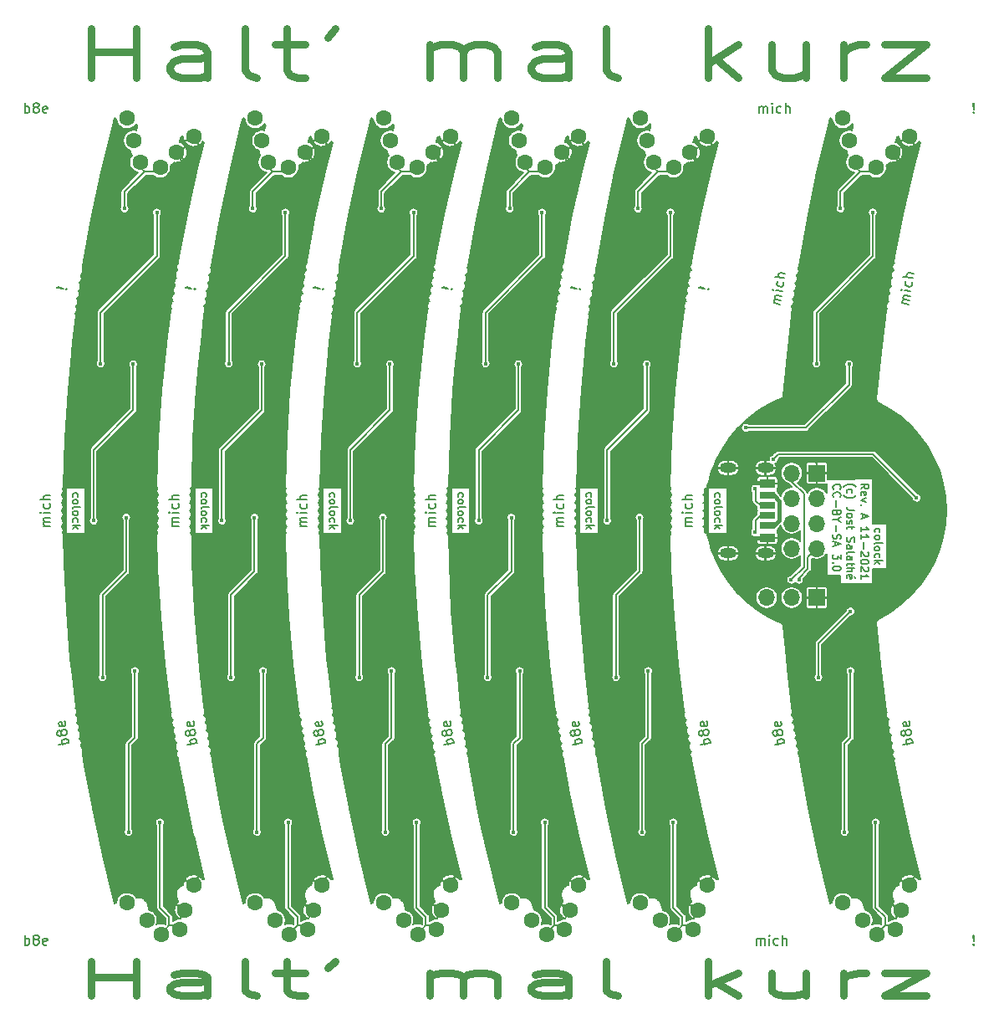
<source format=gtl>
G04 #@! TF.GenerationSoftware,KiCad,Pcbnew,(5.1.10)-1*
G04 #@! TF.CreationDate,2021-11-24T21:38:53+01:00*
G04 #@! TF.ProjectId,pcb,7063622e-6b69-4636-9164-5f7063625858,rev?*
G04 #@! TF.SameCoordinates,Original*
G04 #@! TF.FileFunction,Copper,L1,Top*
G04 #@! TF.FilePolarity,Positive*
%FSLAX46Y46*%
G04 Gerber Fmt 4.6, Leading zero omitted, Abs format (unit mm)*
G04 Created by KiCad (PCBNEW (5.1.10)-1) date 2021-11-24 21:38:53*
%MOMM*%
%LPD*%
G01*
G04 APERTURE LIST*
G04 #@! TA.AperFunction,NonConductor*
%ADD10C,0.800000*%
G04 #@! TD*
G04 #@! TA.AperFunction,NonConductor*
%ADD11C,0.160000*%
G04 #@! TD*
G04 #@! TA.AperFunction,NonConductor*
%ADD12C,0.200000*%
G04 #@! TD*
G04 #@! TA.AperFunction,ComponentPad*
%ADD13O,1.700000X1.700000*%
G04 #@! TD*
G04 #@! TA.AperFunction,ComponentPad*
%ADD14R,1.700000X1.700000*%
G04 #@! TD*
G04 #@! TA.AperFunction,ComponentPad*
%ADD15C,1.600000*%
G04 #@! TD*
G04 #@! TA.AperFunction,ComponentPad*
%ADD16O,1.700000X1.000000*%
G04 #@! TD*
G04 #@! TA.AperFunction,SMDPad,CuDef*
%ADD17R,1.600000X0.700000*%
G04 #@! TD*
G04 #@! TA.AperFunction,SMDPad,CuDef*
%ADD18R,1.600000X0.900000*%
G04 #@! TD*
G04 #@! TA.AperFunction,SMDPad,CuDef*
%ADD19R,1.600000X0.800000*%
G04 #@! TD*
G04 #@! TA.AperFunction,ViaPad*
%ADD20C,0.400000*%
G04 #@! TD*
G04 #@! TA.AperFunction,Conductor*
%ADD21C,0.200000*%
G04 #@! TD*
G04 #@! TA.AperFunction,Conductor*
%ADD22C,0.400000*%
G04 #@! TD*
G04 #@! TA.AperFunction,Conductor*
%ADD23C,0.150000*%
G04 #@! TD*
G04 #@! TA.AperFunction,Conductor*
%ADD24C,0.100000*%
G04 #@! TD*
G04 APERTURE END LIST*
D10*
X58095238Y-149083333D02*
X58095238Y-145583333D01*
X58095238Y-147250000D02*
X62666666Y-147250000D01*
X62666666Y-149083333D02*
X62666666Y-145583333D01*
X69904761Y-149083333D02*
X69904761Y-147250000D01*
X69523809Y-146916666D01*
X68761904Y-146750000D01*
X67238095Y-146750000D01*
X66476190Y-146916666D01*
X69904761Y-148916666D02*
X69142857Y-149083333D01*
X67238095Y-149083333D01*
X66476190Y-148916666D01*
X66095238Y-148583333D01*
X66095238Y-148250000D01*
X66476190Y-147916666D01*
X67238095Y-147750000D01*
X69142857Y-147750000D01*
X69904761Y-147583333D01*
X74857142Y-149083333D02*
X74095238Y-148916666D01*
X73714285Y-148583333D01*
X73714285Y-145583333D01*
X76761904Y-146750000D02*
X79809523Y-146750000D01*
X77904761Y-145583333D02*
X77904761Y-148583333D01*
X78285714Y-148916666D01*
X79047619Y-149083333D01*
X79809523Y-149083333D01*
X82857142Y-145583333D02*
X82095238Y-146250000D01*
X92380952Y-149083333D02*
X92380952Y-146750000D01*
X92380952Y-147083333D02*
X92761904Y-146916666D01*
X93523809Y-146750000D01*
X94666666Y-146750000D01*
X95428571Y-146916666D01*
X95809523Y-147250000D01*
X95809523Y-149083333D01*
X95809523Y-147250000D02*
X96190476Y-146916666D01*
X96952380Y-146750000D01*
X98095238Y-146750000D01*
X98857142Y-146916666D01*
X99238095Y-147250000D01*
X99238095Y-149083333D01*
X106476190Y-149083333D02*
X106476190Y-147250000D01*
X106095238Y-146916666D01*
X105333333Y-146750000D01*
X103809523Y-146750000D01*
X103047619Y-146916666D01*
X106476190Y-148916666D02*
X105714285Y-149083333D01*
X103809523Y-149083333D01*
X103047619Y-148916666D01*
X102666666Y-148583333D01*
X102666666Y-148250000D01*
X103047619Y-147916666D01*
X103809523Y-147750000D01*
X105714285Y-147750000D01*
X106476190Y-147583333D01*
X111428571Y-149083333D02*
X110666666Y-148916666D01*
X110285714Y-148583333D01*
X110285714Y-145583333D01*
X120571428Y-149083333D02*
X120571428Y-145583333D01*
X121333333Y-147750000D02*
X123619047Y-149083333D01*
X123619047Y-146750000D02*
X120571428Y-148083333D01*
X130476190Y-146750000D02*
X130476190Y-149083333D01*
X127047619Y-146750000D02*
X127047619Y-148583333D01*
X127428571Y-148916666D01*
X128190476Y-149083333D01*
X129333333Y-149083333D01*
X130095238Y-148916666D01*
X130476190Y-148750000D01*
X134285714Y-149083333D02*
X134285714Y-146750000D01*
X134285714Y-147416666D02*
X134666666Y-147083333D01*
X135047619Y-146916666D01*
X135809523Y-146750000D01*
X136571428Y-146750000D01*
X138476190Y-146750000D02*
X142666666Y-146750000D01*
X138476190Y-149083333D01*
X142666666Y-149083333D01*
D11*
X121276190Y-98590476D02*
X121238095Y-98514285D01*
X121238095Y-98361904D01*
X121276190Y-98285714D01*
X121314285Y-98247619D01*
X121390476Y-98209523D01*
X121619047Y-98209523D01*
X121695238Y-98247619D01*
X121733333Y-98285714D01*
X121771428Y-98361904D01*
X121771428Y-98514285D01*
X121733333Y-98590476D01*
X121238095Y-99047619D02*
X121276190Y-98971428D01*
X121314285Y-98933333D01*
X121390476Y-98895238D01*
X121619047Y-98895238D01*
X121695238Y-98933333D01*
X121733333Y-98971428D01*
X121771428Y-99047619D01*
X121771428Y-99161904D01*
X121733333Y-99238095D01*
X121695238Y-99276190D01*
X121619047Y-99314285D01*
X121390476Y-99314285D01*
X121314285Y-99276190D01*
X121276190Y-99238095D01*
X121238095Y-99161904D01*
X121238095Y-99047619D01*
X121238095Y-99771428D02*
X121276190Y-99695238D01*
X121352380Y-99657142D01*
X122038095Y-99657142D01*
X121238095Y-100190476D02*
X121276190Y-100114285D01*
X121314285Y-100076190D01*
X121390476Y-100038095D01*
X121619047Y-100038095D01*
X121695238Y-100076190D01*
X121733333Y-100114285D01*
X121771428Y-100190476D01*
X121771428Y-100304761D01*
X121733333Y-100380952D01*
X121695238Y-100419047D01*
X121619047Y-100457142D01*
X121390476Y-100457142D01*
X121314285Y-100419047D01*
X121276190Y-100380952D01*
X121238095Y-100304761D01*
X121238095Y-100190476D01*
X121276190Y-101142857D02*
X121238095Y-101066666D01*
X121238095Y-100914285D01*
X121276190Y-100838095D01*
X121314285Y-100800000D01*
X121390476Y-100761904D01*
X121619047Y-100761904D01*
X121695238Y-100800000D01*
X121733333Y-100838095D01*
X121771428Y-100914285D01*
X121771428Y-101066666D01*
X121733333Y-101142857D01*
X121238095Y-101485714D02*
X122038095Y-101485714D01*
X121542857Y-101561904D02*
X121238095Y-101790476D01*
X121771428Y-101790476D02*
X121466666Y-101485714D01*
X56276190Y-98590476D02*
X56238095Y-98514285D01*
X56238095Y-98361904D01*
X56276190Y-98285714D01*
X56314285Y-98247619D01*
X56390476Y-98209523D01*
X56619047Y-98209523D01*
X56695238Y-98247619D01*
X56733333Y-98285714D01*
X56771428Y-98361904D01*
X56771428Y-98514285D01*
X56733333Y-98590476D01*
X56238095Y-99047619D02*
X56276190Y-98971428D01*
X56314285Y-98933333D01*
X56390476Y-98895238D01*
X56619047Y-98895238D01*
X56695238Y-98933333D01*
X56733333Y-98971428D01*
X56771428Y-99047619D01*
X56771428Y-99161904D01*
X56733333Y-99238095D01*
X56695238Y-99276190D01*
X56619047Y-99314285D01*
X56390476Y-99314285D01*
X56314285Y-99276190D01*
X56276190Y-99238095D01*
X56238095Y-99161904D01*
X56238095Y-99047619D01*
X56238095Y-99771428D02*
X56276190Y-99695238D01*
X56352380Y-99657142D01*
X57038095Y-99657142D01*
X56238095Y-100190476D02*
X56276190Y-100114285D01*
X56314285Y-100076190D01*
X56390476Y-100038095D01*
X56619047Y-100038095D01*
X56695238Y-100076190D01*
X56733333Y-100114285D01*
X56771428Y-100190476D01*
X56771428Y-100304761D01*
X56733333Y-100380952D01*
X56695238Y-100419047D01*
X56619047Y-100457142D01*
X56390476Y-100457142D01*
X56314285Y-100419047D01*
X56276190Y-100380952D01*
X56238095Y-100304761D01*
X56238095Y-100190476D01*
X56276190Y-101142857D02*
X56238095Y-101066666D01*
X56238095Y-100914285D01*
X56276190Y-100838095D01*
X56314285Y-100800000D01*
X56390476Y-100761904D01*
X56619047Y-100761904D01*
X56695238Y-100800000D01*
X56733333Y-100838095D01*
X56771428Y-100914285D01*
X56771428Y-101066666D01*
X56733333Y-101142857D01*
X56238095Y-101485714D02*
X57038095Y-101485714D01*
X56542857Y-101561904D02*
X56238095Y-101790476D01*
X56771428Y-101790476D02*
X56466666Y-101485714D01*
X69276190Y-98590476D02*
X69238095Y-98514285D01*
X69238095Y-98361904D01*
X69276190Y-98285714D01*
X69314285Y-98247619D01*
X69390476Y-98209523D01*
X69619047Y-98209523D01*
X69695238Y-98247619D01*
X69733333Y-98285714D01*
X69771428Y-98361904D01*
X69771428Y-98514285D01*
X69733333Y-98590476D01*
X69238095Y-99047619D02*
X69276190Y-98971428D01*
X69314285Y-98933333D01*
X69390476Y-98895238D01*
X69619047Y-98895238D01*
X69695238Y-98933333D01*
X69733333Y-98971428D01*
X69771428Y-99047619D01*
X69771428Y-99161904D01*
X69733333Y-99238095D01*
X69695238Y-99276190D01*
X69619047Y-99314285D01*
X69390476Y-99314285D01*
X69314285Y-99276190D01*
X69276190Y-99238095D01*
X69238095Y-99161904D01*
X69238095Y-99047619D01*
X69238095Y-99771428D02*
X69276190Y-99695238D01*
X69352380Y-99657142D01*
X70038095Y-99657142D01*
X69238095Y-100190476D02*
X69276190Y-100114285D01*
X69314285Y-100076190D01*
X69390476Y-100038095D01*
X69619047Y-100038095D01*
X69695238Y-100076190D01*
X69733333Y-100114285D01*
X69771428Y-100190476D01*
X69771428Y-100304761D01*
X69733333Y-100380952D01*
X69695238Y-100419047D01*
X69619047Y-100457142D01*
X69390476Y-100457142D01*
X69314285Y-100419047D01*
X69276190Y-100380952D01*
X69238095Y-100304761D01*
X69238095Y-100190476D01*
X69276190Y-101142857D02*
X69238095Y-101066666D01*
X69238095Y-100914285D01*
X69276190Y-100838095D01*
X69314285Y-100800000D01*
X69390476Y-100761904D01*
X69619047Y-100761904D01*
X69695238Y-100800000D01*
X69733333Y-100838095D01*
X69771428Y-100914285D01*
X69771428Y-101066666D01*
X69733333Y-101142857D01*
X69238095Y-101485714D02*
X70038095Y-101485714D01*
X69542857Y-101561904D02*
X69238095Y-101790476D01*
X69771428Y-101790476D02*
X69466666Y-101485714D01*
X82276190Y-98590476D02*
X82238095Y-98514285D01*
X82238095Y-98361904D01*
X82276190Y-98285714D01*
X82314285Y-98247619D01*
X82390476Y-98209523D01*
X82619047Y-98209523D01*
X82695238Y-98247619D01*
X82733333Y-98285714D01*
X82771428Y-98361904D01*
X82771428Y-98514285D01*
X82733333Y-98590476D01*
X82238095Y-99047619D02*
X82276190Y-98971428D01*
X82314285Y-98933333D01*
X82390476Y-98895238D01*
X82619047Y-98895238D01*
X82695238Y-98933333D01*
X82733333Y-98971428D01*
X82771428Y-99047619D01*
X82771428Y-99161904D01*
X82733333Y-99238095D01*
X82695238Y-99276190D01*
X82619047Y-99314285D01*
X82390476Y-99314285D01*
X82314285Y-99276190D01*
X82276190Y-99238095D01*
X82238095Y-99161904D01*
X82238095Y-99047619D01*
X82238095Y-99771428D02*
X82276190Y-99695238D01*
X82352380Y-99657142D01*
X83038095Y-99657142D01*
X82238095Y-100190476D02*
X82276190Y-100114285D01*
X82314285Y-100076190D01*
X82390476Y-100038095D01*
X82619047Y-100038095D01*
X82695238Y-100076190D01*
X82733333Y-100114285D01*
X82771428Y-100190476D01*
X82771428Y-100304761D01*
X82733333Y-100380952D01*
X82695238Y-100419047D01*
X82619047Y-100457142D01*
X82390476Y-100457142D01*
X82314285Y-100419047D01*
X82276190Y-100380952D01*
X82238095Y-100304761D01*
X82238095Y-100190476D01*
X82276190Y-101142857D02*
X82238095Y-101066666D01*
X82238095Y-100914285D01*
X82276190Y-100838095D01*
X82314285Y-100800000D01*
X82390476Y-100761904D01*
X82619047Y-100761904D01*
X82695238Y-100800000D01*
X82733333Y-100838095D01*
X82771428Y-100914285D01*
X82771428Y-101066666D01*
X82733333Y-101142857D01*
X82238095Y-101485714D02*
X83038095Y-101485714D01*
X82542857Y-101561904D02*
X82238095Y-101790476D01*
X82771428Y-101790476D02*
X82466666Y-101485714D01*
X95276190Y-98590476D02*
X95238095Y-98514285D01*
X95238095Y-98361904D01*
X95276190Y-98285714D01*
X95314285Y-98247619D01*
X95390476Y-98209523D01*
X95619047Y-98209523D01*
X95695238Y-98247619D01*
X95733333Y-98285714D01*
X95771428Y-98361904D01*
X95771428Y-98514285D01*
X95733333Y-98590476D01*
X95238095Y-99047619D02*
X95276190Y-98971428D01*
X95314285Y-98933333D01*
X95390476Y-98895238D01*
X95619047Y-98895238D01*
X95695238Y-98933333D01*
X95733333Y-98971428D01*
X95771428Y-99047619D01*
X95771428Y-99161904D01*
X95733333Y-99238095D01*
X95695238Y-99276190D01*
X95619047Y-99314285D01*
X95390476Y-99314285D01*
X95314285Y-99276190D01*
X95276190Y-99238095D01*
X95238095Y-99161904D01*
X95238095Y-99047619D01*
X95238095Y-99771428D02*
X95276190Y-99695238D01*
X95352380Y-99657142D01*
X96038095Y-99657142D01*
X95238095Y-100190476D02*
X95276190Y-100114285D01*
X95314285Y-100076190D01*
X95390476Y-100038095D01*
X95619047Y-100038095D01*
X95695238Y-100076190D01*
X95733333Y-100114285D01*
X95771428Y-100190476D01*
X95771428Y-100304761D01*
X95733333Y-100380952D01*
X95695238Y-100419047D01*
X95619047Y-100457142D01*
X95390476Y-100457142D01*
X95314285Y-100419047D01*
X95276190Y-100380952D01*
X95238095Y-100304761D01*
X95238095Y-100190476D01*
X95276190Y-101142857D02*
X95238095Y-101066666D01*
X95238095Y-100914285D01*
X95276190Y-100838095D01*
X95314285Y-100800000D01*
X95390476Y-100761904D01*
X95619047Y-100761904D01*
X95695238Y-100800000D01*
X95733333Y-100838095D01*
X95771428Y-100914285D01*
X95771428Y-101066666D01*
X95733333Y-101142857D01*
X95238095Y-101485714D02*
X96038095Y-101485714D01*
X95542857Y-101561904D02*
X95238095Y-101790476D01*
X95771428Y-101790476D02*
X95466666Y-101485714D01*
X108276190Y-98590476D02*
X108238095Y-98514285D01*
X108238095Y-98361904D01*
X108276190Y-98285714D01*
X108314285Y-98247619D01*
X108390476Y-98209523D01*
X108619047Y-98209523D01*
X108695238Y-98247619D01*
X108733333Y-98285714D01*
X108771428Y-98361904D01*
X108771428Y-98514285D01*
X108733333Y-98590476D01*
X108238095Y-99047619D02*
X108276190Y-98971428D01*
X108314285Y-98933333D01*
X108390476Y-98895238D01*
X108619047Y-98895238D01*
X108695238Y-98933333D01*
X108733333Y-98971428D01*
X108771428Y-99047619D01*
X108771428Y-99161904D01*
X108733333Y-99238095D01*
X108695238Y-99276190D01*
X108619047Y-99314285D01*
X108390476Y-99314285D01*
X108314285Y-99276190D01*
X108276190Y-99238095D01*
X108238095Y-99161904D01*
X108238095Y-99047619D01*
X108238095Y-99771428D02*
X108276190Y-99695238D01*
X108352380Y-99657142D01*
X109038095Y-99657142D01*
X108238095Y-100190476D02*
X108276190Y-100114285D01*
X108314285Y-100076190D01*
X108390476Y-100038095D01*
X108619047Y-100038095D01*
X108695238Y-100076190D01*
X108733333Y-100114285D01*
X108771428Y-100190476D01*
X108771428Y-100304761D01*
X108733333Y-100380952D01*
X108695238Y-100419047D01*
X108619047Y-100457142D01*
X108390476Y-100457142D01*
X108314285Y-100419047D01*
X108276190Y-100380952D01*
X108238095Y-100304761D01*
X108238095Y-100190476D01*
X108276190Y-101142857D02*
X108238095Y-101066666D01*
X108238095Y-100914285D01*
X108276190Y-100838095D01*
X108314285Y-100800000D01*
X108390476Y-100761904D01*
X108619047Y-100761904D01*
X108695238Y-100800000D01*
X108733333Y-100838095D01*
X108771428Y-100914285D01*
X108771428Y-101066666D01*
X108733333Y-101142857D01*
X108238095Y-101485714D02*
X109038095Y-101485714D01*
X108542857Y-101561904D02*
X108238095Y-101790476D01*
X108771428Y-101790476D02*
X108466666Y-101485714D01*
X137476190Y-102190476D02*
X137438095Y-102114285D01*
X137438095Y-101961904D01*
X137476190Y-101885714D01*
X137514285Y-101847619D01*
X137590476Y-101809523D01*
X137819047Y-101809523D01*
X137895238Y-101847619D01*
X137933333Y-101885714D01*
X137971428Y-101961904D01*
X137971428Y-102114285D01*
X137933333Y-102190476D01*
X137438095Y-102647619D02*
X137476190Y-102571428D01*
X137514285Y-102533333D01*
X137590476Y-102495238D01*
X137819047Y-102495238D01*
X137895238Y-102533333D01*
X137933333Y-102571428D01*
X137971428Y-102647619D01*
X137971428Y-102761904D01*
X137933333Y-102838095D01*
X137895238Y-102876190D01*
X137819047Y-102914285D01*
X137590476Y-102914285D01*
X137514285Y-102876190D01*
X137476190Y-102838095D01*
X137438095Y-102761904D01*
X137438095Y-102647619D01*
X137438095Y-103371428D02*
X137476190Y-103295238D01*
X137552380Y-103257142D01*
X138238095Y-103257142D01*
X137438095Y-103790476D02*
X137476190Y-103714285D01*
X137514285Y-103676190D01*
X137590476Y-103638095D01*
X137819047Y-103638095D01*
X137895238Y-103676190D01*
X137933333Y-103714285D01*
X137971428Y-103790476D01*
X137971428Y-103904761D01*
X137933333Y-103980952D01*
X137895238Y-104019047D01*
X137819047Y-104057142D01*
X137590476Y-104057142D01*
X137514285Y-104019047D01*
X137476190Y-103980952D01*
X137438095Y-103904761D01*
X137438095Y-103790476D01*
X137476190Y-104742857D02*
X137438095Y-104666666D01*
X137438095Y-104514285D01*
X137476190Y-104438095D01*
X137514285Y-104400000D01*
X137590476Y-104361904D01*
X137819047Y-104361904D01*
X137895238Y-104400000D01*
X137933333Y-104438095D01*
X137971428Y-104514285D01*
X137971428Y-104666666D01*
X137933333Y-104742857D01*
X137438095Y-105085714D02*
X138238095Y-105085714D01*
X137742857Y-105161904D02*
X137438095Y-105390476D01*
X137971428Y-105390476D02*
X137666666Y-105085714D01*
X136038095Y-97776190D02*
X136419047Y-97509523D01*
X136038095Y-97319047D02*
X136838095Y-97319047D01*
X136838095Y-97623809D01*
X136800000Y-97700000D01*
X136761904Y-97738095D01*
X136685714Y-97776190D01*
X136571428Y-97776190D01*
X136495238Y-97738095D01*
X136457142Y-97700000D01*
X136419047Y-97623809D01*
X136419047Y-97319047D01*
X136076190Y-98423809D02*
X136038095Y-98347619D01*
X136038095Y-98195238D01*
X136076190Y-98119047D01*
X136152380Y-98080952D01*
X136457142Y-98080952D01*
X136533333Y-98119047D01*
X136571428Y-98195238D01*
X136571428Y-98347619D01*
X136533333Y-98423809D01*
X136457142Y-98461904D01*
X136380952Y-98461904D01*
X136304761Y-98080952D01*
X136571428Y-98728571D02*
X136038095Y-98919047D01*
X136571428Y-99109523D01*
X136114285Y-99414285D02*
X136076190Y-99452380D01*
X136038095Y-99414285D01*
X136076190Y-99376190D01*
X136114285Y-99414285D01*
X136038095Y-99414285D01*
X136266666Y-100366666D02*
X136266666Y-100747619D01*
X136038095Y-100290476D02*
X136838095Y-100557142D01*
X136038095Y-100823809D01*
X136038095Y-102119047D02*
X136038095Y-101661904D01*
X136038095Y-101890476D02*
X136838095Y-101890476D01*
X136723809Y-101814285D01*
X136647619Y-101738095D01*
X136609523Y-101661904D01*
X136038095Y-102880952D02*
X136038095Y-102423809D01*
X136038095Y-102652380D02*
X136838095Y-102652380D01*
X136723809Y-102576190D01*
X136647619Y-102500000D01*
X136609523Y-102423809D01*
X136342857Y-103223809D02*
X136342857Y-103833333D01*
X136761904Y-104176190D02*
X136800000Y-104214285D01*
X136838095Y-104290476D01*
X136838095Y-104480952D01*
X136800000Y-104557142D01*
X136761904Y-104595238D01*
X136685714Y-104633333D01*
X136609523Y-104633333D01*
X136495238Y-104595238D01*
X136038095Y-104138095D01*
X136038095Y-104633333D01*
X136838095Y-105128571D02*
X136838095Y-105204761D01*
X136800000Y-105280952D01*
X136761904Y-105319047D01*
X136685714Y-105357142D01*
X136533333Y-105395238D01*
X136342857Y-105395238D01*
X136190476Y-105357142D01*
X136114285Y-105319047D01*
X136076190Y-105280952D01*
X136038095Y-105204761D01*
X136038095Y-105128571D01*
X136076190Y-105052380D01*
X136114285Y-105014285D01*
X136190476Y-104976190D01*
X136342857Y-104938095D01*
X136533333Y-104938095D01*
X136685714Y-104976190D01*
X136761904Y-105014285D01*
X136800000Y-105052380D01*
X136838095Y-105128571D01*
X136761904Y-105700000D02*
X136800000Y-105738095D01*
X136838095Y-105814285D01*
X136838095Y-106004761D01*
X136800000Y-106080952D01*
X136761904Y-106119047D01*
X136685714Y-106157142D01*
X136609523Y-106157142D01*
X136495238Y-106119047D01*
X136038095Y-105661904D01*
X136038095Y-106157142D01*
X136038095Y-106919047D02*
X136038095Y-106461904D01*
X136038095Y-106690476D02*
X136838095Y-106690476D01*
X136723809Y-106614285D01*
X136647619Y-106538095D01*
X136609523Y-106461904D01*
X134333333Y-97566666D02*
X134371428Y-97528571D01*
X134485714Y-97452380D01*
X134561904Y-97414285D01*
X134676190Y-97376190D01*
X134866666Y-97338095D01*
X135019047Y-97338095D01*
X135209523Y-97376190D01*
X135323809Y-97414285D01*
X135400000Y-97452380D01*
X135514285Y-97528571D01*
X135552380Y-97566666D01*
X134676190Y-98214285D02*
X134638095Y-98138095D01*
X134638095Y-97985714D01*
X134676190Y-97909523D01*
X134714285Y-97871428D01*
X134790476Y-97833333D01*
X135019047Y-97833333D01*
X135095238Y-97871428D01*
X135133333Y-97909523D01*
X135171428Y-97985714D01*
X135171428Y-98138095D01*
X135133333Y-98214285D01*
X134333333Y-98480952D02*
X134371428Y-98519047D01*
X134485714Y-98595238D01*
X134561904Y-98633333D01*
X134676190Y-98671428D01*
X134866666Y-98709523D01*
X135019047Y-98709523D01*
X135209523Y-98671428D01*
X135323809Y-98633333D01*
X135400000Y-98595238D01*
X135514285Y-98519047D01*
X135552380Y-98480952D01*
X135438095Y-99928571D02*
X134866666Y-99928571D01*
X134752380Y-99890476D01*
X134676190Y-99814285D01*
X134638095Y-99700000D01*
X134638095Y-99623809D01*
X134638095Y-100423809D02*
X134676190Y-100347619D01*
X134714285Y-100309523D01*
X134790476Y-100271428D01*
X135019047Y-100271428D01*
X135095238Y-100309523D01*
X135133333Y-100347619D01*
X135171428Y-100423809D01*
X135171428Y-100538095D01*
X135133333Y-100614285D01*
X135095238Y-100652380D01*
X135019047Y-100690476D01*
X134790476Y-100690476D01*
X134714285Y-100652380D01*
X134676190Y-100614285D01*
X134638095Y-100538095D01*
X134638095Y-100423809D01*
X134676190Y-100995238D02*
X134638095Y-101071428D01*
X134638095Y-101223809D01*
X134676190Y-101300000D01*
X134752380Y-101338095D01*
X134790476Y-101338095D01*
X134866666Y-101300000D01*
X134904761Y-101223809D01*
X134904761Y-101109523D01*
X134942857Y-101033333D01*
X135019047Y-100995238D01*
X135057142Y-100995238D01*
X135133333Y-101033333D01*
X135171428Y-101109523D01*
X135171428Y-101223809D01*
X135133333Y-101300000D01*
X135171428Y-101566666D02*
X135171428Y-101871428D01*
X135438095Y-101680952D02*
X134752380Y-101680952D01*
X134676190Y-101719047D01*
X134638095Y-101795238D01*
X134638095Y-101871428D01*
X134676190Y-102709523D02*
X134638095Y-102823809D01*
X134638095Y-103014285D01*
X134676190Y-103090476D01*
X134714285Y-103128571D01*
X134790476Y-103166666D01*
X134866666Y-103166666D01*
X134942857Y-103128571D01*
X134980952Y-103090476D01*
X135019047Y-103014285D01*
X135057142Y-102861904D01*
X135095238Y-102785714D01*
X135133333Y-102747619D01*
X135209523Y-102709523D01*
X135285714Y-102709523D01*
X135361904Y-102747619D01*
X135400000Y-102785714D01*
X135438095Y-102861904D01*
X135438095Y-103052380D01*
X135400000Y-103166666D01*
X134638095Y-103852380D02*
X135057142Y-103852380D01*
X135133333Y-103814285D01*
X135171428Y-103738095D01*
X135171428Y-103585714D01*
X135133333Y-103509523D01*
X134676190Y-103852380D02*
X134638095Y-103776190D01*
X134638095Y-103585714D01*
X134676190Y-103509523D01*
X134752380Y-103471428D01*
X134828571Y-103471428D01*
X134904761Y-103509523D01*
X134942857Y-103585714D01*
X134942857Y-103776190D01*
X134980952Y-103852380D01*
X134638095Y-104347619D02*
X134676190Y-104271428D01*
X134752380Y-104233333D01*
X135438095Y-104233333D01*
X134638095Y-104995238D02*
X135057142Y-104995238D01*
X135133333Y-104957142D01*
X135171428Y-104880952D01*
X135171428Y-104728571D01*
X135133333Y-104652380D01*
X134676190Y-104995238D02*
X134638095Y-104919047D01*
X134638095Y-104728571D01*
X134676190Y-104652380D01*
X134752380Y-104614285D01*
X134828571Y-104614285D01*
X134904761Y-104652380D01*
X134942857Y-104728571D01*
X134942857Y-104919047D01*
X134980952Y-104995238D01*
X135171428Y-105261904D02*
X135171428Y-105566666D01*
X135438095Y-105376190D02*
X134752380Y-105376190D01*
X134676190Y-105414285D01*
X134638095Y-105490476D01*
X134638095Y-105566666D01*
X134638095Y-105833333D02*
X135438095Y-105833333D01*
X134638095Y-106176190D02*
X135057142Y-106176190D01*
X135133333Y-106138095D01*
X135171428Y-106061904D01*
X135171428Y-105947619D01*
X135133333Y-105871428D01*
X135095238Y-105833333D01*
X134676190Y-106861904D02*
X134638095Y-106785714D01*
X134638095Y-106633333D01*
X134676190Y-106557142D01*
X134752380Y-106519047D01*
X135057142Y-106519047D01*
X135133333Y-106557142D01*
X135171428Y-106633333D01*
X135171428Y-106785714D01*
X135133333Y-106861904D01*
X135057142Y-106900000D01*
X134980952Y-106900000D01*
X134904761Y-106519047D01*
X135476190Y-106785714D02*
X135361904Y-106671428D01*
X133314285Y-97833333D02*
X133276190Y-97795238D01*
X133238095Y-97680952D01*
X133238095Y-97604761D01*
X133276190Y-97490476D01*
X133352380Y-97414285D01*
X133428571Y-97376190D01*
X133580952Y-97338095D01*
X133695238Y-97338095D01*
X133847619Y-97376190D01*
X133923809Y-97414285D01*
X134000000Y-97490476D01*
X134038095Y-97604761D01*
X134038095Y-97680952D01*
X134000000Y-97795238D01*
X133961904Y-97833333D01*
X133314285Y-98633333D02*
X133276190Y-98595238D01*
X133238095Y-98480952D01*
X133238095Y-98404761D01*
X133276190Y-98290476D01*
X133352380Y-98214285D01*
X133428571Y-98176190D01*
X133580952Y-98138095D01*
X133695238Y-98138095D01*
X133847619Y-98176190D01*
X133923809Y-98214285D01*
X134000000Y-98290476D01*
X134038095Y-98404761D01*
X134038095Y-98480952D01*
X134000000Y-98595238D01*
X133961904Y-98633333D01*
X133542857Y-98976190D02*
X133542857Y-99585714D01*
X133657142Y-100233333D02*
X133619047Y-100347619D01*
X133580952Y-100385714D01*
X133504761Y-100423809D01*
X133390476Y-100423809D01*
X133314285Y-100385714D01*
X133276190Y-100347619D01*
X133238095Y-100271428D01*
X133238095Y-99966666D01*
X134038095Y-99966666D01*
X134038095Y-100233333D01*
X134000000Y-100309523D01*
X133961904Y-100347619D01*
X133885714Y-100385714D01*
X133809523Y-100385714D01*
X133733333Y-100347619D01*
X133695238Y-100309523D01*
X133657142Y-100233333D01*
X133657142Y-99966666D01*
X133619047Y-100919047D02*
X133238095Y-100919047D01*
X134038095Y-100652380D02*
X133619047Y-100919047D01*
X134038095Y-101185714D01*
X133542857Y-101452380D02*
X133542857Y-102061904D01*
X133276190Y-102404761D02*
X133238095Y-102519047D01*
X133238095Y-102709523D01*
X133276190Y-102785714D01*
X133314285Y-102823809D01*
X133390476Y-102861904D01*
X133466666Y-102861904D01*
X133542857Y-102823809D01*
X133580952Y-102785714D01*
X133619047Y-102709523D01*
X133657142Y-102557142D01*
X133695238Y-102480952D01*
X133733333Y-102442857D01*
X133809523Y-102404761D01*
X133885714Y-102404761D01*
X133961904Y-102442857D01*
X134000000Y-102480952D01*
X134038095Y-102557142D01*
X134038095Y-102747619D01*
X134000000Y-102861904D01*
X133466666Y-103166666D02*
X133466666Y-103547619D01*
X133238095Y-103090476D02*
X134038095Y-103357142D01*
X133238095Y-103623809D01*
X134038095Y-104423809D02*
X134038095Y-104919047D01*
X133733333Y-104652380D01*
X133733333Y-104766666D01*
X133695238Y-104842857D01*
X133657142Y-104880952D01*
X133580952Y-104919047D01*
X133390476Y-104919047D01*
X133314285Y-104880952D01*
X133276190Y-104842857D01*
X133238095Y-104766666D01*
X133238095Y-104538095D01*
X133276190Y-104461904D01*
X133314285Y-104423809D01*
X133314285Y-105261904D02*
X133276190Y-105300000D01*
X133238095Y-105261904D01*
X133276190Y-105223809D01*
X133314285Y-105261904D01*
X133238095Y-105261904D01*
X134038095Y-105795238D02*
X134038095Y-105871428D01*
X134000000Y-105947619D01*
X133961904Y-105985714D01*
X133885714Y-106023809D01*
X133733333Y-106061904D01*
X133542857Y-106061904D01*
X133390476Y-106023809D01*
X133314285Y-105985714D01*
X133276190Y-105947619D01*
X133238095Y-105871428D01*
X133238095Y-105795238D01*
X133276190Y-105719047D01*
X133314285Y-105680952D01*
X133390476Y-105642857D01*
X133542857Y-105604761D01*
X133733333Y-105604761D01*
X133885714Y-105642857D01*
X133961904Y-105680952D01*
X134000000Y-105719047D01*
X134038095Y-105795238D01*
D12*
X147500000Y-143857142D02*
X147547619Y-143904761D01*
X147500000Y-143952380D01*
X147452380Y-143904761D01*
X147500000Y-143857142D01*
X147500000Y-143952380D01*
X147500000Y-143571428D02*
X147452380Y-143000000D01*
X147500000Y-142952380D01*
X147547619Y-143000000D01*
X147500000Y-143571428D01*
X147500000Y-142952380D01*
X147500000Y-59657142D02*
X147547619Y-59704761D01*
X147500000Y-59752380D01*
X147452380Y-59704761D01*
X147500000Y-59657142D01*
X147500000Y-59752380D01*
X147500000Y-59371428D02*
X147452380Y-58800000D01*
X147500000Y-58752380D01*
X147547619Y-58800000D01*
X147500000Y-59371428D01*
X147500000Y-58752380D01*
X125452380Y-143952380D02*
X125452380Y-143285714D01*
X125452380Y-143380952D02*
X125500000Y-143333333D01*
X125595238Y-143285714D01*
X125738095Y-143285714D01*
X125833333Y-143333333D01*
X125880952Y-143428571D01*
X125880952Y-143952380D01*
X125880952Y-143428571D02*
X125928571Y-143333333D01*
X126023809Y-143285714D01*
X126166666Y-143285714D01*
X126261904Y-143333333D01*
X126309523Y-143428571D01*
X126309523Y-143952380D01*
X126785714Y-143952380D02*
X126785714Y-143285714D01*
X126785714Y-142952380D02*
X126738095Y-143000000D01*
X126785714Y-143047619D01*
X126833333Y-143000000D01*
X126785714Y-142952380D01*
X126785714Y-143047619D01*
X127690476Y-143904761D02*
X127595238Y-143952380D01*
X127404761Y-143952380D01*
X127309523Y-143904761D01*
X127261904Y-143857142D01*
X127214285Y-143761904D01*
X127214285Y-143476190D01*
X127261904Y-143380952D01*
X127309523Y-143333333D01*
X127404761Y-143285714D01*
X127595238Y-143285714D01*
X127690476Y-143333333D01*
X128119047Y-143952380D02*
X128119047Y-142952380D01*
X128547619Y-143952380D02*
X128547619Y-143428571D01*
X128500000Y-143333333D01*
X128404761Y-143285714D01*
X128261904Y-143285714D01*
X128166666Y-143333333D01*
X128119047Y-143380952D01*
X125752380Y-59752380D02*
X125752380Y-59085714D01*
X125752380Y-59180952D02*
X125800000Y-59133333D01*
X125895238Y-59085714D01*
X126038095Y-59085714D01*
X126133333Y-59133333D01*
X126180952Y-59228571D01*
X126180952Y-59752380D01*
X126180952Y-59228571D02*
X126228571Y-59133333D01*
X126323809Y-59085714D01*
X126466666Y-59085714D01*
X126561904Y-59133333D01*
X126609523Y-59228571D01*
X126609523Y-59752380D01*
X127085714Y-59752380D02*
X127085714Y-59085714D01*
X127085714Y-58752380D02*
X127038095Y-58800000D01*
X127085714Y-58847619D01*
X127133333Y-58800000D01*
X127085714Y-58752380D01*
X127085714Y-58847619D01*
X127990476Y-59704761D02*
X127895238Y-59752380D01*
X127704761Y-59752380D01*
X127609523Y-59704761D01*
X127561904Y-59657142D01*
X127514285Y-59561904D01*
X127514285Y-59276190D01*
X127561904Y-59180952D01*
X127609523Y-59133333D01*
X127704761Y-59085714D01*
X127895238Y-59085714D01*
X127990476Y-59133333D01*
X128419047Y-59752380D02*
X128419047Y-58752380D01*
X128847619Y-59752380D02*
X128847619Y-59228571D01*
X128800000Y-59133333D01*
X128704761Y-59085714D01*
X128561904Y-59085714D01*
X128466666Y-59133333D01*
X128419047Y-59180952D01*
X51380952Y-143952380D02*
X51380952Y-142952380D01*
X51380952Y-143333333D02*
X51476190Y-143285714D01*
X51666666Y-143285714D01*
X51761904Y-143333333D01*
X51809523Y-143380952D01*
X51857142Y-143476190D01*
X51857142Y-143761904D01*
X51809523Y-143857142D01*
X51761904Y-143904761D01*
X51666666Y-143952380D01*
X51476190Y-143952380D01*
X51380952Y-143904761D01*
X52428571Y-143380952D02*
X52333333Y-143333333D01*
X52285714Y-143285714D01*
X52238095Y-143190476D01*
X52238095Y-143142857D01*
X52285714Y-143047619D01*
X52333333Y-143000000D01*
X52428571Y-142952380D01*
X52619047Y-142952380D01*
X52714285Y-143000000D01*
X52761904Y-143047619D01*
X52809523Y-143142857D01*
X52809523Y-143190476D01*
X52761904Y-143285714D01*
X52714285Y-143333333D01*
X52619047Y-143380952D01*
X52428571Y-143380952D01*
X52333333Y-143428571D01*
X52285714Y-143476190D01*
X52238095Y-143571428D01*
X52238095Y-143761904D01*
X52285714Y-143857142D01*
X52333333Y-143904761D01*
X52428571Y-143952380D01*
X52619047Y-143952380D01*
X52714285Y-143904761D01*
X52761904Y-143857142D01*
X52809523Y-143761904D01*
X52809523Y-143571428D01*
X52761904Y-143476190D01*
X52714285Y-143428571D01*
X52619047Y-143380952D01*
X53619047Y-143904761D02*
X53523809Y-143952380D01*
X53333333Y-143952380D01*
X53238095Y-143904761D01*
X53190476Y-143809523D01*
X53190476Y-143428571D01*
X53238095Y-143333333D01*
X53333333Y-143285714D01*
X53523809Y-143285714D01*
X53619047Y-143333333D01*
X53666666Y-143428571D01*
X53666666Y-143523809D01*
X53190476Y-143619047D01*
X51380952Y-59752380D02*
X51380952Y-58752380D01*
X51380952Y-59133333D02*
X51476190Y-59085714D01*
X51666666Y-59085714D01*
X51761904Y-59133333D01*
X51809523Y-59180952D01*
X51857142Y-59276190D01*
X51857142Y-59561904D01*
X51809523Y-59657142D01*
X51761904Y-59704761D01*
X51666666Y-59752380D01*
X51476190Y-59752380D01*
X51380952Y-59704761D01*
X52428571Y-59180952D02*
X52333333Y-59133333D01*
X52285714Y-59085714D01*
X52238095Y-58990476D01*
X52238095Y-58942857D01*
X52285714Y-58847619D01*
X52333333Y-58800000D01*
X52428571Y-58752380D01*
X52619047Y-58752380D01*
X52714285Y-58800000D01*
X52761904Y-58847619D01*
X52809523Y-58942857D01*
X52809523Y-58990476D01*
X52761904Y-59085714D01*
X52714285Y-59133333D01*
X52619047Y-59180952D01*
X52428571Y-59180952D01*
X52333333Y-59228571D01*
X52285714Y-59276190D01*
X52238095Y-59371428D01*
X52238095Y-59561904D01*
X52285714Y-59657142D01*
X52333333Y-59704761D01*
X52428571Y-59752380D01*
X52619047Y-59752380D01*
X52714285Y-59704761D01*
X52761904Y-59657142D01*
X52809523Y-59561904D01*
X52809523Y-59371428D01*
X52761904Y-59276190D01*
X52714285Y-59228571D01*
X52619047Y-59180952D01*
X53619047Y-59704761D02*
X53523809Y-59752380D01*
X53333333Y-59752380D01*
X53238095Y-59704761D01*
X53190476Y-59609523D01*
X53190476Y-59228571D01*
X53238095Y-59133333D01*
X53333333Y-59085714D01*
X53523809Y-59085714D01*
X53619047Y-59133333D01*
X53666666Y-59228571D01*
X53666666Y-59323809D01*
X53190476Y-59419047D01*
X140904710Y-79099333D02*
X140246251Y-78995043D01*
X140340317Y-79009942D02*
X140300733Y-78955460D01*
X140268599Y-78853945D01*
X140290947Y-78712846D01*
X140352878Y-78626230D01*
X140454393Y-78594096D01*
X140971753Y-78676038D01*
X140454393Y-78594096D02*
X140367776Y-78532165D01*
X140335642Y-78430650D01*
X140357990Y-78289551D01*
X140419921Y-78202935D01*
X140521436Y-78170801D01*
X141038797Y-78252743D01*
X141113289Y-77782415D02*
X140454830Y-77678125D01*
X140125601Y-77625981D02*
X140165184Y-77680463D01*
X140219666Y-77640879D01*
X140180083Y-77586397D01*
X140125601Y-77625981D01*
X140219666Y-77640879D01*
X141207792Y-76881343D02*
X141239927Y-76982858D01*
X141210130Y-77170989D01*
X141148198Y-77257605D01*
X141093716Y-77297189D01*
X140992201Y-77329323D01*
X140710005Y-77284627D01*
X140623388Y-77222696D01*
X140583805Y-77168214D01*
X140551671Y-77066699D01*
X140581468Y-76878568D01*
X140643399Y-76791952D01*
X141321869Y-76465497D02*
X140334180Y-76309063D01*
X141388912Y-76042202D02*
X140871551Y-75960260D01*
X140770036Y-75992395D01*
X140708105Y-76079011D01*
X140685757Y-76220109D01*
X140717892Y-76321624D01*
X140757475Y-76376106D01*
X141321869Y-123534502D02*
X140334180Y-123690936D01*
X140710442Y-123631342D02*
X140648511Y-123544726D01*
X140618714Y-123356595D01*
X140650848Y-123255080D01*
X140690432Y-123200598D01*
X140777048Y-123138667D01*
X141059245Y-123093971D01*
X141160760Y-123126105D01*
X141215242Y-123165689D01*
X141277173Y-123252305D01*
X141306970Y-123440436D01*
X141274836Y-123541951D01*
X140593591Y-122589172D02*
X140561457Y-122690687D01*
X140521874Y-122745169D01*
X140435257Y-122807100D01*
X140388225Y-122814549D01*
X140286710Y-122782415D01*
X140232228Y-122742831D01*
X140170296Y-122656215D01*
X140140499Y-122468084D01*
X140172634Y-122366569D01*
X140212217Y-122312087D01*
X140298833Y-122250156D01*
X140345866Y-122242707D01*
X140447381Y-122274841D01*
X140501863Y-122314424D01*
X140563794Y-122401041D01*
X140593591Y-122589172D01*
X140655523Y-122675788D01*
X140710005Y-122715372D01*
X140811520Y-122747506D01*
X140999651Y-122717709D01*
X141086267Y-122655778D01*
X141125851Y-122601296D01*
X141157985Y-122499781D01*
X141128188Y-122311650D01*
X141066256Y-122225033D01*
X141011774Y-122185450D01*
X140910260Y-122153316D01*
X140722128Y-122183113D01*
X140635512Y-122245044D01*
X140595929Y-122299526D01*
X140563794Y-122401041D01*
X140924720Y-121331411D02*
X140986652Y-121418027D01*
X141016449Y-121606158D01*
X140984315Y-121707673D01*
X140897698Y-121769604D01*
X140521436Y-121829198D01*
X140419921Y-121797064D01*
X140357990Y-121710448D01*
X140328193Y-121522316D01*
X140360327Y-121420802D01*
X140446943Y-121358870D01*
X140541009Y-121343972D01*
X140709567Y-121799401D01*
X128321869Y-123534502D02*
X127334180Y-123690936D01*
X127710442Y-123631342D02*
X127648511Y-123544726D01*
X127618714Y-123356595D01*
X127650848Y-123255080D01*
X127690432Y-123200598D01*
X127777048Y-123138667D01*
X128059245Y-123093971D01*
X128160760Y-123126105D01*
X128215242Y-123165689D01*
X128277173Y-123252305D01*
X128306970Y-123440436D01*
X128274836Y-123541951D01*
X127593591Y-122589172D02*
X127561457Y-122690687D01*
X127521874Y-122745169D01*
X127435257Y-122807100D01*
X127388225Y-122814549D01*
X127286710Y-122782415D01*
X127232228Y-122742831D01*
X127170296Y-122656215D01*
X127140499Y-122468084D01*
X127172634Y-122366569D01*
X127212217Y-122312087D01*
X127298833Y-122250156D01*
X127345866Y-122242707D01*
X127447381Y-122274841D01*
X127501863Y-122314424D01*
X127563794Y-122401041D01*
X127593591Y-122589172D01*
X127655523Y-122675788D01*
X127710005Y-122715372D01*
X127811520Y-122747506D01*
X127999651Y-122717709D01*
X128086267Y-122655778D01*
X128125851Y-122601296D01*
X128157985Y-122499781D01*
X128128188Y-122311650D01*
X128066256Y-122225033D01*
X128011774Y-122185450D01*
X127910260Y-122153316D01*
X127722128Y-122183113D01*
X127635512Y-122245044D01*
X127595929Y-122299526D01*
X127563794Y-122401041D01*
X127924720Y-121331411D02*
X127986652Y-121418027D01*
X128016449Y-121606158D01*
X127984315Y-121707673D01*
X127897698Y-121769604D01*
X127521436Y-121829198D01*
X127419921Y-121797064D01*
X127357990Y-121710448D01*
X127328193Y-121522316D01*
X127360327Y-121420802D01*
X127446943Y-121358870D01*
X127541009Y-121343972D01*
X127709567Y-121799401D01*
X127904710Y-79099333D02*
X127246251Y-78995043D01*
X127340317Y-79009942D02*
X127300733Y-78955460D01*
X127268599Y-78853945D01*
X127290947Y-78712846D01*
X127352878Y-78626230D01*
X127454393Y-78594096D01*
X127971753Y-78676038D01*
X127454393Y-78594096D02*
X127367776Y-78532165D01*
X127335642Y-78430650D01*
X127357990Y-78289551D01*
X127419921Y-78202935D01*
X127521436Y-78170801D01*
X128038797Y-78252743D01*
X128113289Y-77782415D02*
X127454830Y-77678125D01*
X127125601Y-77625981D02*
X127165184Y-77680463D01*
X127219666Y-77640879D01*
X127180083Y-77586397D01*
X127125601Y-77625981D01*
X127219666Y-77640879D01*
X128207792Y-76881343D02*
X128239927Y-76982858D01*
X128210130Y-77170989D01*
X128148198Y-77257605D01*
X128093716Y-77297189D01*
X127992201Y-77329323D01*
X127710005Y-77284627D01*
X127623388Y-77222696D01*
X127583805Y-77168214D01*
X127551671Y-77066699D01*
X127581468Y-76878568D01*
X127643399Y-76791952D01*
X128321869Y-76465497D02*
X127334180Y-76309063D01*
X128388912Y-76042202D02*
X127871551Y-75960260D01*
X127770036Y-75992395D01*
X127708105Y-76079011D01*
X127685757Y-76220109D01*
X127717892Y-76321624D01*
X127757475Y-76376106D01*
X120821869Y-123534502D02*
X119834180Y-123690936D01*
X120210442Y-123631342D02*
X120148511Y-123544726D01*
X120118714Y-123356595D01*
X120150848Y-123255080D01*
X120190432Y-123200598D01*
X120277048Y-123138667D01*
X120559245Y-123093971D01*
X120660760Y-123126105D01*
X120715242Y-123165689D01*
X120777173Y-123252305D01*
X120806970Y-123440436D01*
X120774836Y-123541951D01*
X120093591Y-122589172D02*
X120061457Y-122690687D01*
X120021874Y-122745169D01*
X119935257Y-122807100D01*
X119888225Y-122814549D01*
X119786710Y-122782415D01*
X119732228Y-122742831D01*
X119670296Y-122656215D01*
X119640499Y-122468084D01*
X119672634Y-122366569D01*
X119712217Y-122312087D01*
X119798833Y-122250156D01*
X119845866Y-122242707D01*
X119947381Y-122274841D01*
X120001863Y-122314424D01*
X120063794Y-122401041D01*
X120093591Y-122589172D01*
X120155523Y-122675788D01*
X120210005Y-122715372D01*
X120311520Y-122747506D01*
X120499651Y-122717709D01*
X120586267Y-122655778D01*
X120625851Y-122601296D01*
X120657985Y-122499781D01*
X120628188Y-122311650D01*
X120566256Y-122225033D01*
X120511774Y-122185450D01*
X120410260Y-122153316D01*
X120222128Y-122183113D01*
X120135512Y-122245044D01*
X120095929Y-122299526D01*
X120063794Y-122401041D01*
X120424720Y-121331411D02*
X120486652Y-121418027D01*
X120516449Y-121606158D01*
X120484315Y-121707673D01*
X120397698Y-121769604D01*
X120021436Y-121829198D01*
X119919921Y-121797064D01*
X119857990Y-121710448D01*
X119828193Y-121522316D01*
X119860327Y-121420802D01*
X119946943Y-121358870D01*
X120041009Y-121343972D01*
X120209567Y-121799401D01*
X120552745Y-77555869D02*
X120607227Y-77516285D01*
X120646811Y-77570767D01*
X120592329Y-77610351D01*
X120552745Y-77555869D01*
X120646811Y-77570767D01*
X120270549Y-77511173D02*
X119698706Y-77468815D01*
X119659123Y-77414333D01*
X119713605Y-77374749D01*
X120270549Y-77511173D01*
X119659123Y-77414333D01*
X118952380Y-101547619D02*
X118285714Y-101547619D01*
X118380952Y-101547619D02*
X118333333Y-101500000D01*
X118285714Y-101404761D01*
X118285714Y-101261904D01*
X118333333Y-101166666D01*
X118428571Y-101119047D01*
X118952380Y-101119047D01*
X118428571Y-101119047D02*
X118333333Y-101071428D01*
X118285714Y-100976190D01*
X118285714Y-100833333D01*
X118333333Y-100738095D01*
X118428571Y-100690476D01*
X118952380Y-100690476D01*
X118952380Y-100214285D02*
X118285714Y-100214285D01*
X117952380Y-100214285D02*
X118000000Y-100261904D01*
X118047619Y-100214285D01*
X118000000Y-100166666D01*
X117952380Y-100214285D01*
X118047619Y-100214285D01*
X118904761Y-99309523D02*
X118952380Y-99404761D01*
X118952380Y-99595238D01*
X118904761Y-99690476D01*
X118857142Y-99738095D01*
X118761904Y-99785714D01*
X118476190Y-99785714D01*
X118380952Y-99738095D01*
X118333333Y-99690476D01*
X118285714Y-99595238D01*
X118285714Y-99404761D01*
X118333333Y-99309523D01*
X118952380Y-98880952D02*
X117952380Y-98880952D01*
X118952380Y-98452380D02*
X118428571Y-98452380D01*
X118333333Y-98500000D01*
X118285714Y-98595238D01*
X118285714Y-98738095D01*
X118333333Y-98833333D01*
X118380952Y-98880952D01*
X107821869Y-123534502D02*
X106834180Y-123690936D01*
X107210442Y-123631342D02*
X107148511Y-123544726D01*
X107118714Y-123356595D01*
X107150848Y-123255080D01*
X107190432Y-123200598D01*
X107277048Y-123138667D01*
X107559245Y-123093971D01*
X107660760Y-123126105D01*
X107715242Y-123165689D01*
X107777173Y-123252305D01*
X107806970Y-123440436D01*
X107774836Y-123541951D01*
X107093591Y-122589172D02*
X107061457Y-122690687D01*
X107021874Y-122745169D01*
X106935257Y-122807100D01*
X106888225Y-122814549D01*
X106786710Y-122782415D01*
X106732228Y-122742831D01*
X106670296Y-122656215D01*
X106640499Y-122468084D01*
X106672634Y-122366569D01*
X106712217Y-122312087D01*
X106798833Y-122250156D01*
X106845866Y-122242707D01*
X106947381Y-122274841D01*
X107001863Y-122314424D01*
X107063794Y-122401041D01*
X107093591Y-122589172D01*
X107155523Y-122675788D01*
X107210005Y-122715372D01*
X107311520Y-122747506D01*
X107499651Y-122717709D01*
X107586267Y-122655778D01*
X107625851Y-122601296D01*
X107657985Y-122499781D01*
X107628188Y-122311650D01*
X107566256Y-122225033D01*
X107511774Y-122185450D01*
X107410260Y-122153316D01*
X107222128Y-122183113D01*
X107135512Y-122245044D01*
X107095929Y-122299526D01*
X107063794Y-122401041D01*
X107424720Y-121331411D02*
X107486652Y-121418027D01*
X107516449Y-121606158D01*
X107484315Y-121707673D01*
X107397698Y-121769604D01*
X107021436Y-121829198D01*
X106919921Y-121797064D01*
X106857990Y-121710448D01*
X106828193Y-121522316D01*
X106860327Y-121420802D01*
X106946943Y-121358870D01*
X107041009Y-121343972D01*
X107209567Y-121799401D01*
X107552745Y-77555869D02*
X107607227Y-77516285D01*
X107646811Y-77570767D01*
X107592329Y-77610351D01*
X107552745Y-77555869D01*
X107646811Y-77570767D01*
X107270549Y-77511173D02*
X106698706Y-77468815D01*
X106659123Y-77414333D01*
X106713605Y-77374749D01*
X107270549Y-77511173D01*
X106659123Y-77414333D01*
X105952380Y-101547619D02*
X105285714Y-101547619D01*
X105380952Y-101547619D02*
X105333333Y-101500000D01*
X105285714Y-101404761D01*
X105285714Y-101261904D01*
X105333333Y-101166666D01*
X105428571Y-101119047D01*
X105952380Y-101119047D01*
X105428571Y-101119047D02*
X105333333Y-101071428D01*
X105285714Y-100976190D01*
X105285714Y-100833333D01*
X105333333Y-100738095D01*
X105428571Y-100690476D01*
X105952380Y-100690476D01*
X105952380Y-100214285D02*
X105285714Y-100214285D01*
X104952380Y-100214285D02*
X105000000Y-100261904D01*
X105047619Y-100214285D01*
X105000000Y-100166666D01*
X104952380Y-100214285D01*
X105047619Y-100214285D01*
X105904761Y-99309523D02*
X105952380Y-99404761D01*
X105952380Y-99595238D01*
X105904761Y-99690476D01*
X105857142Y-99738095D01*
X105761904Y-99785714D01*
X105476190Y-99785714D01*
X105380952Y-99738095D01*
X105333333Y-99690476D01*
X105285714Y-99595238D01*
X105285714Y-99404761D01*
X105333333Y-99309523D01*
X105952380Y-98880952D02*
X104952380Y-98880952D01*
X105952380Y-98452380D02*
X105428571Y-98452380D01*
X105333333Y-98500000D01*
X105285714Y-98595238D01*
X105285714Y-98738095D01*
X105333333Y-98833333D01*
X105380952Y-98880952D01*
X94821869Y-123534502D02*
X93834180Y-123690936D01*
X94210442Y-123631342D02*
X94148511Y-123544726D01*
X94118714Y-123356595D01*
X94150848Y-123255080D01*
X94190432Y-123200598D01*
X94277048Y-123138667D01*
X94559245Y-123093971D01*
X94660760Y-123126105D01*
X94715242Y-123165689D01*
X94777173Y-123252305D01*
X94806970Y-123440436D01*
X94774836Y-123541951D01*
X94093591Y-122589172D02*
X94061457Y-122690687D01*
X94021874Y-122745169D01*
X93935257Y-122807100D01*
X93888225Y-122814549D01*
X93786710Y-122782415D01*
X93732228Y-122742831D01*
X93670296Y-122656215D01*
X93640499Y-122468084D01*
X93672634Y-122366569D01*
X93712217Y-122312087D01*
X93798833Y-122250156D01*
X93845866Y-122242707D01*
X93947381Y-122274841D01*
X94001863Y-122314424D01*
X94063794Y-122401041D01*
X94093591Y-122589172D01*
X94155523Y-122675788D01*
X94210005Y-122715372D01*
X94311520Y-122747506D01*
X94499651Y-122717709D01*
X94586267Y-122655778D01*
X94625851Y-122601296D01*
X94657985Y-122499781D01*
X94628188Y-122311650D01*
X94566256Y-122225033D01*
X94511774Y-122185450D01*
X94410260Y-122153316D01*
X94222128Y-122183113D01*
X94135512Y-122245044D01*
X94095929Y-122299526D01*
X94063794Y-122401041D01*
X94424720Y-121331411D02*
X94486652Y-121418027D01*
X94516449Y-121606158D01*
X94484315Y-121707673D01*
X94397698Y-121769604D01*
X94021436Y-121829198D01*
X93919921Y-121797064D01*
X93857990Y-121710448D01*
X93828193Y-121522316D01*
X93860327Y-121420802D01*
X93946943Y-121358870D01*
X94041009Y-121343972D01*
X94209567Y-121799401D01*
X94552745Y-77555869D02*
X94607227Y-77516285D01*
X94646811Y-77570767D01*
X94592329Y-77610351D01*
X94552745Y-77555869D01*
X94646811Y-77570767D01*
X94270549Y-77511173D02*
X93698706Y-77468815D01*
X93659123Y-77414333D01*
X93713605Y-77374749D01*
X94270549Y-77511173D01*
X93659123Y-77414333D01*
X92952380Y-101547619D02*
X92285714Y-101547619D01*
X92380952Y-101547619D02*
X92333333Y-101500000D01*
X92285714Y-101404761D01*
X92285714Y-101261904D01*
X92333333Y-101166666D01*
X92428571Y-101119047D01*
X92952380Y-101119047D01*
X92428571Y-101119047D02*
X92333333Y-101071428D01*
X92285714Y-100976190D01*
X92285714Y-100833333D01*
X92333333Y-100738095D01*
X92428571Y-100690476D01*
X92952380Y-100690476D01*
X92952380Y-100214285D02*
X92285714Y-100214285D01*
X91952380Y-100214285D02*
X92000000Y-100261904D01*
X92047619Y-100214285D01*
X92000000Y-100166666D01*
X91952380Y-100214285D01*
X92047619Y-100214285D01*
X92904761Y-99309523D02*
X92952380Y-99404761D01*
X92952380Y-99595238D01*
X92904761Y-99690476D01*
X92857142Y-99738095D01*
X92761904Y-99785714D01*
X92476190Y-99785714D01*
X92380952Y-99738095D01*
X92333333Y-99690476D01*
X92285714Y-99595238D01*
X92285714Y-99404761D01*
X92333333Y-99309523D01*
X92952380Y-98880952D02*
X91952380Y-98880952D01*
X92952380Y-98452380D02*
X92428571Y-98452380D01*
X92333333Y-98500000D01*
X92285714Y-98595238D01*
X92285714Y-98738095D01*
X92333333Y-98833333D01*
X92380952Y-98880952D01*
X81821869Y-123534502D02*
X80834180Y-123690936D01*
X81210442Y-123631342D02*
X81148511Y-123544726D01*
X81118714Y-123356595D01*
X81150848Y-123255080D01*
X81190432Y-123200598D01*
X81277048Y-123138667D01*
X81559245Y-123093971D01*
X81660760Y-123126105D01*
X81715242Y-123165689D01*
X81777173Y-123252305D01*
X81806970Y-123440436D01*
X81774836Y-123541951D01*
X81093591Y-122589172D02*
X81061457Y-122690687D01*
X81021874Y-122745169D01*
X80935257Y-122807100D01*
X80888225Y-122814549D01*
X80786710Y-122782415D01*
X80732228Y-122742831D01*
X80670296Y-122656215D01*
X80640499Y-122468084D01*
X80672634Y-122366569D01*
X80712217Y-122312087D01*
X80798833Y-122250156D01*
X80845866Y-122242707D01*
X80947381Y-122274841D01*
X81001863Y-122314424D01*
X81063794Y-122401041D01*
X81093591Y-122589172D01*
X81155523Y-122675788D01*
X81210005Y-122715372D01*
X81311520Y-122747506D01*
X81499651Y-122717709D01*
X81586267Y-122655778D01*
X81625851Y-122601296D01*
X81657985Y-122499781D01*
X81628188Y-122311650D01*
X81566256Y-122225033D01*
X81511774Y-122185450D01*
X81410260Y-122153316D01*
X81222128Y-122183113D01*
X81135512Y-122245044D01*
X81095929Y-122299526D01*
X81063794Y-122401041D01*
X81424720Y-121331411D02*
X81486652Y-121418027D01*
X81516449Y-121606158D01*
X81484315Y-121707673D01*
X81397698Y-121769604D01*
X81021436Y-121829198D01*
X80919921Y-121797064D01*
X80857990Y-121710448D01*
X80828193Y-121522316D01*
X80860327Y-121420802D01*
X80946943Y-121358870D01*
X81041009Y-121343972D01*
X81209567Y-121799401D01*
X81552745Y-77555869D02*
X81607227Y-77516285D01*
X81646811Y-77570767D01*
X81592329Y-77610351D01*
X81552745Y-77555869D01*
X81646811Y-77570767D01*
X81270549Y-77511173D02*
X80698706Y-77468815D01*
X80659123Y-77414333D01*
X80713605Y-77374749D01*
X81270549Y-77511173D01*
X80659123Y-77414333D01*
X79952380Y-101547619D02*
X79285714Y-101547619D01*
X79380952Y-101547619D02*
X79333333Y-101500000D01*
X79285714Y-101404761D01*
X79285714Y-101261904D01*
X79333333Y-101166666D01*
X79428571Y-101119047D01*
X79952380Y-101119047D01*
X79428571Y-101119047D02*
X79333333Y-101071428D01*
X79285714Y-100976190D01*
X79285714Y-100833333D01*
X79333333Y-100738095D01*
X79428571Y-100690476D01*
X79952380Y-100690476D01*
X79952380Y-100214285D02*
X79285714Y-100214285D01*
X78952380Y-100214285D02*
X79000000Y-100261904D01*
X79047619Y-100214285D01*
X79000000Y-100166666D01*
X78952380Y-100214285D01*
X79047619Y-100214285D01*
X79904761Y-99309523D02*
X79952380Y-99404761D01*
X79952380Y-99595238D01*
X79904761Y-99690476D01*
X79857142Y-99738095D01*
X79761904Y-99785714D01*
X79476190Y-99785714D01*
X79380952Y-99738095D01*
X79333333Y-99690476D01*
X79285714Y-99595238D01*
X79285714Y-99404761D01*
X79333333Y-99309523D01*
X79952380Y-98880952D02*
X78952380Y-98880952D01*
X79952380Y-98452380D02*
X79428571Y-98452380D01*
X79333333Y-98500000D01*
X79285714Y-98595238D01*
X79285714Y-98738095D01*
X79333333Y-98833333D01*
X79380952Y-98880952D01*
X68821869Y-123534502D02*
X67834180Y-123690936D01*
X68210442Y-123631342D02*
X68148511Y-123544726D01*
X68118714Y-123356595D01*
X68150848Y-123255080D01*
X68190432Y-123200598D01*
X68277048Y-123138667D01*
X68559245Y-123093971D01*
X68660760Y-123126105D01*
X68715242Y-123165689D01*
X68777173Y-123252305D01*
X68806970Y-123440436D01*
X68774836Y-123541951D01*
X68093591Y-122589172D02*
X68061457Y-122690687D01*
X68021874Y-122745169D01*
X67935257Y-122807100D01*
X67888225Y-122814549D01*
X67786710Y-122782415D01*
X67732228Y-122742831D01*
X67670296Y-122656215D01*
X67640499Y-122468084D01*
X67672634Y-122366569D01*
X67712217Y-122312087D01*
X67798833Y-122250156D01*
X67845866Y-122242707D01*
X67947381Y-122274841D01*
X68001863Y-122314424D01*
X68063794Y-122401041D01*
X68093591Y-122589172D01*
X68155523Y-122675788D01*
X68210005Y-122715372D01*
X68311520Y-122747506D01*
X68499651Y-122717709D01*
X68586267Y-122655778D01*
X68625851Y-122601296D01*
X68657985Y-122499781D01*
X68628188Y-122311650D01*
X68566256Y-122225033D01*
X68511774Y-122185450D01*
X68410260Y-122153316D01*
X68222128Y-122183113D01*
X68135512Y-122245044D01*
X68095929Y-122299526D01*
X68063794Y-122401041D01*
X68424720Y-121331411D02*
X68486652Y-121418027D01*
X68516449Y-121606158D01*
X68484315Y-121707673D01*
X68397698Y-121769604D01*
X68021436Y-121829198D01*
X67919921Y-121797064D01*
X67857990Y-121710448D01*
X67828193Y-121522316D01*
X67860327Y-121420802D01*
X67946943Y-121358870D01*
X68041009Y-121343972D01*
X68209567Y-121799401D01*
X68552745Y-77555869D02*
X68607227Y-77516285D01*
X68646811Y-77570767D01*
X68592329Y-77610351D01*
X68552745Y-77555869D01*
X68646811Y-77570767D01*
X68270549Y-77511173D02*
X67698706Y-77468815D01*
X67659123Y-77414333D01*
X67713605Y-77374749D01*
X68270549Y-77511173D01*
X67659123Y-77414333D01*
X66952380Y-101547619D02*
X66285714Y-101547619D01*
X66380952Y-101547619D02*
X66333333Y-101500000D01*
X66285714Y-101404761D01*
X66285714Y-101261904D01*
X66333333Y-101166666D01*
X66428571Y-101119047D01*
X66952380Y-101119047D01*
X66428571Y-101119047D02*
X66333333Y-101071428D01*
X66285714Y-100976190D01*
X66285714Y-100833333D01*
X66333333Y-100738095D01*
X66428571Y-100690476D01*
X66952380Y-100690476D01*
X66952380Y-100214285D02*
X66285714Y-100214285D01*
X65952380Y-100214285D02*
X66000000Y-100261904D01*
X66047619Y-100214285D01*
X66000000Y-100166666D01*
X65952380Y-100214285D01*
X66047619Y-100214285D01*
X66904761Y-99309523D02*
X66952380Y-99404761D01*
X66952380Y-99595238D01*
X66904761Y-99690476D01*
X66857142Y-99738095D01*
X66761904Y-99785714D01*
X66476190Y-99785714D01*
X66380952Y-99738095D01*
X66333333Y-99690476D01*
X66285714Y-99595238D01*
X66285714Y-99404761D01*
X66333333Y-99309523D01*
X66952380Y-98880952D02*
X65952380Y-98880952D01*
X66952380Y-98452380D02*
X66428571Y-98452380D01*
X66333333Y-98500000D01*
X66285714Y-98595238D01*
X66285714Y-98738095D01*
X66333333Y-98833333D01*
X66380952Y-98880952D01*
X55552745Y-77555869D02*
X55607227Y-77516285D01*
X55646811Y-77570767D01*
X55592329Y-77610351D01*
X55552745Y-77555869D01*
X55646811Y-77570767D01*
X55270549Y-77511173D02*
X54698706Y-77468815D01*
X54659123Y-77414333D01*
X54713605Y-77374749D01*
X55270549Y-77511173D01*
X54659123Y-77414333D01*
X55821869Y-123534502D02*
X54834180Y-123690936D01*
X55210442Y-123631342D02*
X55148511Y-123544726D01*
X55118714Y-123356595D01*
X55150848Y-123255080D01*
X55190432Y-123200598D01*
X55277048Y-123138667D01*
X55559245Y-123093971D01*
X55660760Y-123126105D01*
X55715242Y-123165689D01*
X55777173Y-123252305D01*
X55806970Y-123440436D01*
X55774836Y-123541951D01*
X55093591Y-122589172D02*
X55061457Y-122690687D01*
X55021874Y-122745169D01*
X54935257Y-122807100D01*
X54888225Y-122814549D01*
X54786710Y-122782415D01*
X54732228Y-122742831D01*
X54670296Y-122656215D01*
X54640499Y-122468084D01*
X54672634Y-122366569D01*
X54712217Y-122312087D01*
X54798833Y-122250156D01*
X54845866Y-122242707D01*
X54947381Y-122274841D01*
X55001863Y-122314424D01*
X55063794Y-122401041D01*
X55093591Y-122589172D01*
X55155523Y-122675788D01*
X55210005Y-122715372D01*
X55311520Y-122747506D01*
X55499651Y-122717709D01*
X55586267Y-122655778D01*
X55625851Y-122601296D01*
X55657985Y-122499781D01*
X55628188Y-122311650D01*
X55566256Y-122225033D01*
X55511774Y-122185450D01*
X55410260Y-122153316D01*
X55222128Y-122183113D01*
X55135512Y-122245044D01*
X55095929Y-122299526D01*
X55063794Y-122401041D01*
X55424720Y-121331411D02*
X55486652Y-121418027D01*
X55516449Y-121606158D01*
X55484315Y-121707673D01*
X55397698Y-121769604D01*
X55021436Y-121829198D01*
X54919921Y-121797064D01*
X54857990Y-121710448D01*
X54828193Y-121522316D01*
X54860327Y-121420802D01*
X54946943Y-121358870D01*
X55041009Y-121343972D01*
X55209567Y-121799401D01*
X53952380Y-101547619D02*
X53285714Y-101547619D01*
X53380952Y-101547619D02*
X53333333Y-101500000D01*
X53285714Y-101404761D01*
X53285714Y-101261904D01*
X53333333Y-101166666D01*
X53428571Y-101119047D01*
X53952380Y-101119047D01*
X53428571Y-101119047D02*
X53333333Y-101071428D01*
X53285714Y-100976190D01*
X53285714Y-100833333D01*
X53333333Y-100738095D01*
X53428571Y-100690476D01*
X53952380Y-100690476D01*
X53952380Y-100214285D02*
X53285714Y-100214285D01*
X52952380Y-100214285D02*
X53000000Y-100261904D01*
X53047619Y-100214285D01*
X53000000Y-100166666D01*
X52952380Y-100214285D01*
X53047619Y-100214285D01*
X53904761Y-99309523D02*
X53952380Y-99404761D01*
X53952380Y-99595238D01*
X53904761Y-99690476D01*
X53857142Y-99738095D01*
X53761904Y-99785714D01*
X53476190Y-99785714D01*
X53380952Y-99738095D01*
X53333333Y-99690476D01*
X53285714Y-99595238D01*
X53285714Y-99404761D01*
X53333333Y-99309523D01*
X53952380Y-98880952D02*
X52952380Y-98880952D01*
X53952380Y-98452380D02*
X53428571Y-98452380D01*
X53333333Y-98500000D01*
X53285714Y-98595238D01*
X53285714Y-98738095D01*
X53333333Y-98833333D01*
X53380952Y-98880952D01*
D10*
X58095238Y-56161904D02*
X58095238Y-51161904D01*
X58095238Y-53542857D02*
X62666666Y-53542857D01*
X62666666Y-56161904D02*
X62666666Y-51161904D01*
X69904761Y-56161904D02*
X69904761Y-53542857D01*
X69523809Y-53066666D01*
X68761904Y-52828571D01*
X67238095Y-52828571D01*
X66476190Y-53066666D01*
X69904761Y-55923809D02*
X69142857Y-56161904D01*
X67238095Y-56161904D01*
X66476190Y-55923809D01*
X66095238Y-55447619D01*
X66095238Y-54971428D01*
X66476190Y-54495238D01*
X67238095Y-54257142D01*
X69142857Y-54257142D01*
X69904761Y-54019047D01*
X74857142Y-56161904D02*
X74095238Y-55923809D01*
X73714285Y-55447619D01*
X73714285Y-51161904D01*
X76761904Y-52828571D02*
X79809523Y-52828571D01*
X77904761Y-51161904D02*
X77904761Y-55447619D01*
X78285714Y-55923809D01*
X79047619Y-56161904D01*
X79809523Y-56161904D01*
X82857142Y-51161904D02*
X82095238Y-52114285D01*
X92380952Y-56161904D02*
X92380952Y-52828571D01*
X92380952Y-53304761D02*
X92761904Y-53066666D01*
X93523809Y-52828571D01*
X94666666Y-52828571D01*
X95428571Y-53066666D01*
X95809523Y-53542857D01*
X95809523Y-56161904D01*
X95809523Y-53542857D02*
X96190476Y-53066666D01*
X96952380Y-52828571D01*
X98095238Y-52828571D01*
X98857142Y-53066666D01*
X99238095Y-53542857D01*
X99238095Y-56161904D01*
X106476190Y-56161904D02*
X106476190Y-53542857D01*
X106095238Y-53066666D01*
X105333333Y-52828571D01*
X103809523Y-52828571D01*
X103047619Y-53066666D01*
X106476190Y-55923809D02*
X105714285Y-56161904D01*
X103809523Y-56161904D01*
X103047619Y-55923809D01*
X102666666Y-55447619D01*
X102666666Y-54971428D01*
X103047619Y-54495238D01*
X103809523Y-54257142D01*
X105714285Y-54257142D01*
X106476190Y-54019047D01*
X111428571Y-56161904D02*
X110666666Y-55923809D01*
X110285714Y-55447619D01*
X110285714Y-51161904D01*
X120571428Y-56161904D02*
X120571428Y-51161904D01*
X121333333Y-54257142D02*
X123619047Y-56161904D01*
X123619047Y-52828571D02*
X120571428Y-54733333D01*
X130476190Y-52828571D02*
X130476190Y-56161904D01*
X127047619Y-52828571D02*
X127047619Y-55447619D01*
X127428571Y-55923809D01*
X128190476Y-56161904D01*
X129333333Y-56161904D01*
X130095238Y-55923809D01*
X130476190Y-55685714D01*
X134285714Y-56161904D02*
X134285714Y-52828571D01*
X134285714Y-53780952D02*
X134666666Y-53304761D01*
X135047619Y-53066666D01*
X135809523Y-52828571D01*
X136571428Y-52828571D01*
X138476190Y-52828571D02*
X142666666Y-52828571D01*
X138476190Y-56161904D01*
X142666666Y-56161904D01*
D13*
X129060000Y-103820000D03*
X131600000Y-103820000D03*
X129060000Y-101280000D03*
X131600000Y-101280000D03*
X129060000Y-98740000D03*
X131600000Y-98740000D03*
X129060000Y-96200000D03*
D14*
X131600000Y-96200000D03*
D15*
X76063443Y-64743647D03*
X75409029Y-62549509D03*
X79755695Y-63714195D03*
X74719260Y-60294133D03*
X78091887Y-65287167D03*
X81480740Y-62105867D03*
X137704706Y-142861285D03*
X136237550Y-141442675D03*
X140101254Y-140407399D03*
X140980740Y-137894133D03*
X139539965Y-142369529D03*
X134219260Y-139705867D03*
X117204706Y-142861285D03*
X115737550Y-141442675D03*
X119601254Y-140407399D03*
X120480740Y-137894133D03*
X119039965Y-142369529D03*
X113719260Y-139705867D03*
X104204706Y-142861285D03*
X102737550Y-141442675D03*
X106601254Y-140407399D03*
X107480740Y-137894133D03*
X106039965Y-142369529D03*
X100719260Y-139705867D03*
X91204706Y-142861285D03*
X89737550Y-141442675D03*
X93601254Y-140407399D03*
X94480740Y-137894133D03*
X93039965Y-142369529D03*
X87719260Y-139705867D03*
X78204706Y-142861285D03*
X76737550Y-141442675D03*
X80601254Y-140407399D03*
X81480740Y-137894133D03*
X80039965Y-142369529D03*
X74719260Y-139705867D03*
X65204706Y-142861285D03*
X63737550Y-141442675D03*
X67601254Y-140407399D03*
X68480740Y-137894133D03*
X67039965Y-142369529D03*
X61719260Y-139705867D03*
X135563443Y-64743647D03*
X134909029Y-62549509D03*
X139255695Y-63714195D03*
X134219260Y-60294133D03*
X137591887Y-65287167D03*
X140980740Y-62105867D03*
X115063443Y-64743647D03*
X114409029Y-62549509D03*
X118755695Y-63714195D03*
X113719260Y-60294133D03*
X117091887Y-65287167D03*
X120480740Y-62105867D03*
X102063443Y-64743647D03*
X101409029Y-62549509D03*
X105755695Y-63714195D03*
X100719260Y-60294133D03*
X104091887Y-65287167D03*
X107480740Y-62105867D03*
X89063443Y-64743647D03*
X88409029Y-62549509D03*
X92755695Y-63714195D03*
X87719260Y-60294133D03*
X91091887Y-65287167D03*
X94480740Y-62105867D03*
X63063443Y-64743647D03*
X62409029Y-62549509D03*
X66755695Y-63714195D03*
X61719260Y-60294133D03*
X65091887Y-65287167D03*
X68480740Y-62105867D03*
D16*
X122600000Y-104320000D03*
X122600000Y-95680000D03*
X126400000Y-95680000D03*
X126400000Y-104320000D03*
D17*
X126580000Y-100500000D03*
X126580000Y-99500000D03*
D18*
X126580000Y-102750000D03*
X126580000Y-97250000D03*
D19*
X126580000Y-98480000D03*
X126580000Y-101520000D03*
D13*
X126520000Y-108800000D03*
X129060000Y-108800000D03*
D14*
X131600000Y-108800000D03*
D20*
X60847489Y-86718211D03*
X60752511Y-81881789D03*
X59700000Y-97600000D03*
X60300000Y-102400000D03*
X60250775Y-113344506D03*
X61349225Y-118055494D03*
X62507568Y-128914819D03*
X64092432Y-133485181D03*
X63094457Y-71209927D03*
X63457820Y-67095567D03*
X76094457Y-71209927D03*
X76457820Y-67095567D03*
X73300000Y-102400000D03*
X75507568Y-128914819D03*
X73847489Y-86718211D03*
X74349225Y-118055494D03*
X73752511Y-81881789D03*
X77092432Y-133485181D03*
X73250775Y-113344506D03*
X72700000Y-97600000D03*
X89094457Y-71209927D03*
X89457820Y-67095567D03*
X86300000Y-102400000D03*
X88507568Y-128914819D03*
X86847489Y-86718211D03*
X87349225Y-118055494D03*
X86752511Y-81881789D03*
X90092432Y-133485181D03*
X86250775Y-113344506D03*
X85700000Y-97600000D03*
X102094457Y-71209927D03*
X102457820Y-67095567D03*
X99300000Y-102400000D03*
X101507568Y-128914819D03*
X99847489Y-86718211D03*
X100349225Y-118055494D03*
X99752511Y-81881789D03*
X103092432Y-133485181D03*
X99250775Y-113344506D03*
X98700000Y-97600000D03*
X115094457Y-71209927D03*
X115457820Y-67095567D03*
X112300000Y-102400000D03*
X114507568Y-128914819D03*
X112847489Y-86718211D03*
X113349225Y-118055494D03*
X112752511Y-81881789D03*
X116092432Y-133485181D03*
X112250775Y-113344506D03*
X111700000Y-97600000D03*
X135594457Y-71209927D03*
X135957820Y-67095567D03*
X135007568Y-128914819D03*
X133347489Y-86718211D03*
X133849225Y-118055494D03*
X133252511Y-81881789D03*
X136592432Y-133485181D03*
X132750775Y-113344506D03*
X138700000Y-100600000D03*
X124700000Y-98700000D03*
X134100000Y-90000000D03*
X134500000Y-89600000D03*
X134900000Y-90000000D03*
X127800000Y-100000000D03*
X127800000Y-100500000D03*
X127800000Y-101000000D03*
X127800000Y-99500000D03*
X127800000Y-99000000D03*
X61478144Y-69435094D03*
X64768406Y-69827757D03*
X59054510Y-85122050D03*
X62367792Y-85168637D03*
X58350000Y-101000000D03*
X61650000Y-100700000D03*
X59263567Y-116866994D03*
X62514131Y-116223693D03*
X61893967Y-132521202D03*
X65059482Y-131541649D03*
X74478144Y-69435094D03*
X77768406Y-69827757D03*
X72054510Y-85122050D03*
X75367792Y-85168637D03*
X71350000Y-101000000D03*
X74650000Y-100700000D03*
X72263567Y-116866994D03*
X75514131Y-116223693D03*
X74893967Y-132521202D03*
X78059482Y-131541649D03*
X87478144Y-69435094D03*
X90768406Y-69827757D03*
X85054510Y-85122050D03*
X88367792Y-85168637D03*
X84350000Y-101000000D03*
X87650000Y-100700000D03*
X85263567Y-116866994D03*
X88514131Y-116223693D03*
X87893967Y-132521202D03*
X91059482Y-131541649D03*
X100478144Y-69435094D03*
X103768406Y-69827757D03*
X98054510Y-85122050D03*
X101367792Y-85168637D03*
X97350000Y-101000000D03*
X100650000Y-100700000D03*
X98263567Y-116866994D03*
X101514131Y-116223693D03*
X100893967Y-132521202D03*
X104059482Y-131541649D03*
X113478144Y-69435094D03*
X116768406Y-69827757D03*
X111054510Y-85122050D03*
X114367792Y-85168637D03*
X110350000Y-101000000D03*
X113650000Y-100700000D03*
X111263567Y-116866994D03*
X114514131Y-116223693D03*
X113893967Y-132521202D03*
X117059482Y-131541649D03*
X133978144Y-69435094D03*
X137268406Y-69827757D03*
X131554510Y-85122050D03*
X134867792Y-85168637D03*
X124400000Y-91600000D03*
X127200000Y-94800000D03*
X141700000Y-98700000D03*
X131763567Y-116866994D03*
X135000000Y-110200000D03*
X135014131Y-116223693D03*
X134393967Y-132521202D03*
X137559482Y-131541649D03*
X129800000Y-107000000D03*
X129000000Y-107000000D03*
X125300000Y-102200000D03*
X125300000Y-97800000D03*
D21*
X67600000Y-64600000D02*
X67100000Y-64100000D01*
X67600000Y-65300000D02*
X67600000Y-64600000D01*
X63467150Y-127955237D02*
X66300000Y-130788087D01*
X66300000Y-130788087D02*
X66300000Y-135700000D01*
X67600000Y-65300000D02*
X69200000Y-63700000D01*
X69200000Y-63700000D02*
X69200000Y-63100000D01*
X69200000Y-63100000D02*
X68700000Y-62600000D01*
X63467150Y-127955237D02*
X63467150Y-110128131D01*
X60250775Y-113344506D02*
X63467150Y-110128131D01*
X63467150Y-93832850D02*
X63467150Y-79167150D01*
X59700000Y-97600000D02*
X63467150Y-93832850D01*
X63467150Y-79167150D02*
X60752511Y-81881789D01*
X65804433Y-76829867D02*
X63467150Y-79167150D01*
X65804433Y-67095567D02*
X65804433Y-76829867D01*
X63467150Y-110128131D02*
X63467150Y-93832850D01*
X66300000Y-139500000D02*
X66600000Y-139800000D01*
X66300000Y-135700000D02*
X66300000Y-139500000D01*
X66600000Y-139800000D02*
X67100000Y-140100000D01*
X63457820Y-67095567D02*
X65804433Y-67095567D01*
X65804433Y-67095567D02*
X67600000Y-65300000D01*
X67300000Y-137200000D02*
X67900000Y-137600000D01*
X66300000Y-136200000D02*
X67300000Y-137200000D01*
X59700000Y-97600000D02*
X60000000Y-97900000D01*
X60000000Y-102100000D02*
X60300000Y-102400000D01*
X60000000Y-97900000D02*
X60000000Y-102100000D01*
X60250775Y-113344506D02*
X60580490Y-113611504D01*
X61019510Y-117788496D02*
X60580490Y-113611504D01*
X61349225Y-118055494D02*
X61019510Y-117788496D01*
X64092432Y-133485181D02*
X63736615Y-133254110D01*
X62863385Y-129145890D02*
X62507568Y-128914819D01*
X63736615Y-133254110D02*
X62863385Y-129145890D01*
X60580490Y-86388496D02*
X60847489Y-86718211D01*
X61019510Y-82211504D02*
X60580490Y-86388496D01*
X60752511Y-81881789D02*
X61019510Y-82211504D01*
X62863385Y-70854110D02*
X63094457Y-71209927D01*
X63611868Y-67332778D02*
X62863385Y-70854110D01*
X63457820Y-67095567D02*
X63611868Y-67332778D01*
X62507568Y-128914819D02*
X63467150Y-127955237D01*
X80600000Y-64600000D02*
X80100000Y-64100000D01*
X80600000Y-65300000D02*
X80600000Y-64600000D01*
X76467150Y-127955237D02*
X79300000Y-130788087D01*
X79300000Y-130788087D02*
X79300000Y-135700000D01*
X80600000Y-65300000D02*
X82200000Y-63700000D01*
X82200000Y-63700000D02*
X82200000Y-63100000D01*
X82200000Y-63100000D02*
X81700000Y-62600000D01*
X76467150Y-127955237D02*
X76467150Y-110128131D01*
X73250775Y-113344506D02*
X76467150Y-110128131D01*
X76467150Y-93832850D02*
X76467150Y-79167150D01*
X72700000Y-97600000D02*
X76467150Y-93832850D01*
X76467150Y-79167150D02*
X73752511Y-81881789D01*
X78804433Y-76829867D02*
X76467150Y-79167150D01*
X78804433Y-67095567D02*
X78804433Y-76829867D01*
X76467150Y-110128131D02*
X76467150Y-93832850D01*
X79300000Y-139500000D02*
X79600000Y-139800000D01*
X79300000Y-135700000D02*
X79300000Y-139500000D01*
X79600000Y-139800000D02*
X80100000Y-140100000D01*
X76457820Y-67095567D02*
X78804433Y-67095567D01*
X78804433Y-67095567D02*
X80600000Y-65300000D01*
X80300000Y-137200000D02*
X80900000Y-137600000D01*
X79300000Y-136200000D02*
X80300000Y-137200000D01*
X75863385Y-70854110D02*
X76094457Y-71209927D01*
X76611868Y-67332778D02*
X75863385Y-70854110D01*
X76457820Y-67095567D02*
X76611868Y-67332778D01*
X73000000Y-97900000D02*
X73000000Y-102100000D01*
X72700000Y-97600000D02*
X73000000Y-97900000D01*
X73000000Y-102100000D02*
X73300000Y-102400000D01*
X73250775Y-113344506D02*
X73580490Y-113611504D01*
X74349225Y-118055494D02*
X74019510Y-117788496D01*
X76736615Y-133254110D02*
X75863385Y-129145890D01*
X74019510Y-117788496D02*
X73580490Y-113611504D01*
X77092432Y-133485181D02*
X76736615Y-133254110D01*
X75863385Y-129145890D02*
X75507568Y-128914819D01*
X73580490Y-86388496D02*
X73847489Y-86718211D01*
X74019510Y-82211504D02*
X73580490Y-86388496D01*
X73752511Y-81881789D02*
X74019510Y-82211504D01*
X76467150Y-127955237D02*
X75507568Y-128914819D01*
X93600000Y-64600000D02*
X93100000Y-64100000D01*
X93600000Y-65300000D02*
X93600000Y-64600000D01*
X89467150Y-127955237D02*
X92300000Y-130788087D01*
X92300000Y-130788087D02*
X92300000Y-135700000D01*
X93600000Y-65300000D02*
X95200000Y-63700000D01*
X95200000Y-63700000D02*
X95200000Y-63100000D01*
X95200000Y-63100000D02*
X94700000Y-62600000D01*
X89467150Y-127955237D02*
X89467150Y-110128131D01*
X86250775Y-113344506D02*
X89467150Y-110128131D01*
X89467150Y-93832850D02*
X89467150Y-79167150D01*
X85700000Y-97600000D02*
X89467150Y-93832850D01*
X89467150Y-79167150D02*
X86752511Y-81881789D01*
X91804433Y-76829867D02*
X89467150Y-79167150D01*
X91804433Y-67095567D02*
X91804433Y-76829867D01*
X89467150Y-110128131D02*
X89467150Y-93832850D01*
X92300000Y-139500000D02*
X92600000Y-139800000D01*
X92300000Y-135700000D02*
X92300000Y-139500000D01*
X92600000Y-139800000D02*
X93100000Y-140100000D01*
X89457820Y-67095567D02*
X91804433Y-67095567D01*
X91804433Y-67095567D02*
X93600000Y-65300000D01*
X93300000Y-137200000D02*
X93900000Y-137600000D01*
X92300000Y-136200000D02*
X93300000Y-137200000D01*
X88863385Y-70854110D02*
X89094457Y-71209927D01*
X89611868Y-67332778D02*
X88863385Y-70854110D01*
X89457820Y-67095567D02*
X89611868Y-67332778D01*
X86000000Y-97900000D02*
X86000000Y-102100000D01*
X85700000Y-97600000D02*
X86000000Y-97900000D01*
X86000000Y-102100000D02*
X86300000Y-102400000D01*
X86250775Y-113344506D02*
X86580490Y-113611504D01*
X87349225Y-118055494D02*
X87019510Y-117788496D01*
X89736615Y-133254110D02*
X88863385Y-129145890D01*
X87019510Y-117788496D02*
X86580490Y-113611504D01*
X90092432Y-133485181D02*
X89736615Y-133254110D01*
X88863385Y-129145890D02*
X88507568Y-128914819D01*
X86580490Y-86388496D02*
X86847489Y-86718211D01*
X87019510Y-82211504D02*
X86580490Y-86388496D01*
X86752511Y-81881789D02*
X87019510Y-82211504D01*
X88507568Y-128914819D02*
X89467150Y-127955237D01*
X106600000Y-64600000D02*
X106100000Y-64100000D01*
X106600000Y-65300000D02*
X106600000Y-64600000D01*
X102467150Y-127955237D02*
X105300000Y-130788087D01*
X105300000Y-130788087D02*
X105300000Y-135700000D01*
X106600000Y-65300000D02*
X108200000Y-63700000D01*
X108200000Y-63700000D02*
X108200000Y-63100000D01*
X108200000Y-63100000D02*
X107700000Y-62600000D01*
X102467150Y-127955237D02*
X102467150Y-110128131D01*
X99250775Y-113344506D02*
X102467150Y-110128131D01*
X102467150Y-93832850D02*
X102467150Y-79167150D01*
X98700000Y-97600000D02*
X102467150Y-93832850D01*
X102467150Y-79167150D02*
X99752511Y-81881789D01*
X104804433Y-76829867D02*
X102467150Y-79167150D01*
X104804433Y-67095567D02*
X104804433Y-76829867D01*
X102467150Y-110128131D02*
X102467150Y-93832850D01*
X105300000Y-139500000D02*
X105600000Y-139800000D01*
X105300000Y-135700000D02*
X105300000Y-139500000D01*
X105600000Y-139800000D02*
X106100000Y-140100000D01*
X102457820Y-67095567D02*
X104804433Y-67095567D01*
X104804433Y-67095567D02*
X106600000Y-65300000D01*
X106300000Y-137200000D02*
X106900000Y-137600000D01*
X105300000Y-136200000D02*
X106300000Y-137200000D01*
X101863385Y-70854110D02*
X102094457Y-71209927D01*
X102611868Y-67332778D02*
X101863385Y-70854110D01*
X102457820Y-67095567D02*
X102611868Y-67332778D01*
X99000000Y-97900000D02*
X99000000Y-102100000D01*
X98700000Y-97600000D02*
X99000000Y-97900000D01*
X99000000Y-102100000D02*
X99300000Y-102400000D01*
X99250775Y-113344506D02*
X99580490Y-113611504D01*
X100349225Y-118055494D02*
X100019510Y-117788496D01*
X102736615Y-133254110D02*
X101863385Y-129145890D01*
X100019510Y-117788496D02*
X99580490Y-113611504D01*
X103092432Y-133485181D02*
X102736615Y-133254110D01*
X101863385Y-129145890D02*
X101507568Y-128914819D01*
X99580490Y-86388496D02*
X99847489Y-86718211D01*
X100019510Y-82211504D02*
X99580490Y-86388496D01*
X99752511Y-81881789D02*
X100019510Y-82211504D01*
X101507568Y-128914819D02*
X102467150Y-127955237D01*
X117804433Y-67095567D02*
X119600000Y-65300000D01*
X115457820Y-67095567D02*
X117804433Y-67095567D01*
X114863385Y-70854110D02*
X115094457Y-71209927D01*
X115611868Y-67332778D02*
X114863385Y-70854110D01*
X115457820Y-67095567D02*
X115611868Y-67332778D01*
X112000000Y-97900000D02*
X112000000Y-102100000D01*
X111700000Y-97600000D02*
X112000000Y-97900000D01*
X112000000Y-102100000D02*
X112300000Y-102400000D01*
X112250775Y-113344506D02*
X112580490Y-113611504D01*
X113349225Y-118055494D02*
X113019510Y-117788496D01*
X115736615Y-133254110D02*
X114863385Y-129145890D01*
X113019510Y-117788496D02*
X112580490Y-113611504D01*
X116092432Y-133485181D02*
X115736615Y-133254110D01*
X114863385Y-129145890D02*
X114507568Y-128914819D01*
X112580490Y-86388496D02*
X112847489Y-86718211D01*
X113019510Y-82211504D02*
X112580490Y-86388496D01*
X112752511Y-81881789D02*
X113019510Y-82211504D01*
X117804433Y-67095567D02*
X117804433Y-76829867D01*
X115467150Y-93832850D02*
X115467150Y-79167150D01*
X111700000Y-97600000D02*
X115467150Y-93832850D01*
X115467150Y-79167150D02*
X112752511Y-81881789D01*
X117804433Y-76829867D02*
X115467150Y-79167150D01*
X115467150Y-110128131D02*
X115467150Y-93832850D01*
X112250775Y-113344506D02*
X115467150Y-110128131D01*
X115467150Y-127955237D02*
X115467150Y-110128131D01*
X114507568Y-128914819D02*
X115467150Y-127955237D01*
X119600000Y-64600000D02*
X119100000Y-64100000D01*
X119600000Y-65300000D02*
X119600000Y-64600000D01*
X121200000Y-63100000D02*
X120700000Y-62600000D01*
X121200000Y-63700000D02*
X121200000Y-63100000D01*
X119600000Y-65300000D02*
X121200000Y-63700000D01*
X115467150Y-127955237D02*
X118300000Y-130788087D01*
X118300000Y-130788087D02*
X118300000Y-135700000D01*
X118600000Y-139800000D02*
X119100000Y-140100000D01*
X118300000Y-139500000D02*
X118600000Y-139800000D01*
X118300000Y-135700000D02*
X118300000Y-139500000D01*
X119300000Y-137200000D02*
X119900000Y-137600000D01*
X118300000Y-136200000D02*
X119300000Y-137200000D01*
X118300000Y-135700000D02*
X118300000Y-136200000D01*
X135967150Y-127955237D02*
X138800000Y-130788087D01*
X138800000Y-130788087D02*
X138800000Y-135700000D01*
X135007568Y-128914819D02*
X135967150Y-127955237D01*
X138800000Y-139500000D02*
X139100000Y-139800000D01*
X138800000Y-135700000D02*
X138800000Y-139500000D01*
X139100000Y-139800000D02*
X139600000Y-140100000D01*
X139800000Y-137200000D02*
X140400000Y-137600000D01*
X138800000Y-136200000D02*
X139800000Y-137200000D01*
X140100000Y-64600000D02*
X139600000Y-64100000D01*
X140100000Y-65300000D02*
X140100000Y-64600000D01*
X140100000Y-65300000D02*
X141700000Y-63700000D01*
X141700000Y-63700000D02*
X141700000Y-63100000D01*
X141700000Y-63100000D02*
X141200000Y-62600000D01*
X138304433Y-67095567D02*
X140100000Y-65300000D01*
X135363385Y-70854110D02*
X135594457Y-71209927D01*
X136111868Y-67332778D02*
X135363385Y-70854110D01*
X135957820Y-67095567D02*
X136111868Y-67332778D01*
X132750775Y-113344506D02*
X133080490Y-113611504D01*
X133849225Y-118055494D02*
X133519510Y-117788496D01*
X136236615Y-133254110D02*
X135363385Y-129145890D01*
X133519510Y-117788496D02*
X133080490Y-113611504D01*
X136592432Y-133485181D02*
X136236615Y-133254110D01*
X135363385Y-129145890D02*
X135007568Y-128914819D01*
X133080490Y-86388496D02*
X133347489Y-86718211D01*
X133519510Y-82211504D02*
X133080490Y-86388496D01*
X133252511Y-81881789D02*
X133519510Y-82211504D01*
X122600000Y-104320000D02*
X126400000Y-104320000D01*
X122600000Y-95680000D02*
X126400000Y-95680000D01*
X126400000Y-104320000D02*
X126400000Y-103600000D01*
X126580000Y-103420000D02*
X126580000Y-102750000D01*
X126400000Y-103600000D02*
X126580000Y-103420000D01*
X126400000Y-95680000D02*
X126400000Y-96400000D01*
X126580000Y-96580000D02*
X126580000Y-97250000D01*
X126400000Y-96400000D02*
X126580000Y-96580000D01*
D22*
X126580000Y-97250000D02*
X126530000Y-97200000D01*
X126530000Y-97200000D02*
X125000000Y-97200000D01*
X125000000Y-97200000D02*
X124700000Y-97500000D01*
X124700000Y-97500000D02*
X124700000Y-98700000D01*
X124700000Y-102500000D02*
X125000000Y-102800000D01*
X126530000Y-102800000D02*
X126580000Y-102750000D01*
X125000000Y-102800000D02*
X126530000Y-102800000D01*
D21*
X135957820Y-67095567D02*
X138304433Y-67095567D01*
X138304433Y-76829867D02*
X133252511Y-81881789D01*
X138304433Y-67095567D02*
X138304433Y-76829867D01*
X133091994Y-113600000D02*
X133080490Y-113611504D01*
X134500000Y-113600000D02*
X133091994Y-113600000D01*
X135967150Y-115067150D02*
X134500000Y-113600000D01*
X135967150Y-127955237D02*
X135967150Y-115067150D01*
D22*
X124700000Y-98700000D02*
X124700000Y-102500000D01*
D21*
X131600000Y-95200000D02*
X131600000Y-96200000D01*
X128300000Y-94800000D02*
X131200000Y-94800000D01*
X127420000Y-95680000D02*
X128300000Y-94800000D01*
X131200000Y-94800000D02*
X131600000Y-95200000D01*
X126400000Y-95680000D02*
X127420000Y-95680000D01*
X130500000Y-108800000D02*
X131600000Y-108800000D01*
X130300000Y-108600000D02*
X130500000Y-108800000D01*
X130300000Y-108200000D02*
X130300000Y-108600000D01*
X129600000Y-107500000D02*
X130300000Y-108200000D01*
X128000000Y-107500000D02*
X129600000Y-107500000D01*
X126400000Y-105900000D02*
X128000000Y-107500000D01*
X126400000Y-104320000D02*
X126400000Y-105900000D01*
X134600000Y-108800000D02*
X131600000Y-108800000D01*
X135967150Y-110167150D02*
X134600000Y-108800000D01*
X135967150Y-115067150D02*
X135967150Y-110167150D01*
D22*
X134500000Y-89600000D02*
X134100000Y-90000000D01*
D21*
X128400000Y-92700000D02*
X126400000Y-94700000D01*
X131400000Y-92700000D02*
X128400000Y-92700000D01*
X126400000Y-94700000D02*
X126400000Y-95680000D01*
X134100000Y-90000000D02*
X131400000Y-92700000D01*
D22*
X134900000Y-90000000D02*
X134500000Y-89600000D01*
X134100000Y-90000000D02*
X134900000Y-90000000D01*
D21*
X135500000Y-84191994D02*
X133519510Y-82211504D01*
X135500000Y-88600000D02*
X135500000Y-84191994D01*
X134500000Y-89600000D02*
X135500000Y-88600000D01*
X136800000Y-96200000D02*
X131600000Y-96200000D01*
X138700000Y-98100000D02*
X136800000Y-96200000D01*
X138700000Y-100600000D02*
X138700000Y-98100000D01*
D22*
X126580000Y-98480000D02*
X127280000Y-98480000D01*
X127280000Y-98480000D02*
X127800000Y-99000000D01*
X127800000Y-99000000D02*
X127800000Y-99000000D01*
X127280000Y-101520000D02*
X126580000Y-101520000D01*
X127800000Y-101000000D02*
X127800000Y-101000000D01*
X127800000Y-99800000D02*
X127800000Y-100200000D01*
X127800000Y-100200000D02*
X127800000Y-100600000D01*
X127800000Y-100600000D02*
X127800000Y-101000000D01*
X127800000Y-101000000D02*
X127280000Y-101520000D01*
X127800000Y-99400000D02*
X127800000Y-99800000D01*
X127800000Y-99000000D02*
X127800000Y-99400000D01*
D21*
X61478144Y-69435094D02*
X61478144Y-67721856D01*
X61478144Y-67721856D02*
X63500000Y-65700000D01*
X63500000Y-65700000D02*
X64800000Y-65700000D01*
X63500000Y-65700000D02*
X63100000Y-65300000D01*
X59054510Y-79945490D02*
X59054510Y-85122050D01*
X64768406Y-69827757D02*
X64768406Y-74231594D01*
X64768406Y-74231594D02*
X59054510Y-79945490D01*
X62367792Y-85168637D02*
X62367792Y-89832208D01*
X62367792Y-89832208D02*
X58350000Y-93850000D01*
X58350000Y-93850000D02*
X58350000Y-101000000D01*
X61650000Y-100700000D02*
X61650000Y-106150000D01*
X61650000Y-106150000D02*
X59263567Y-108536433D01*
X59263567Y-108536433D02*
X59263567Y-116866994D01*
X62514131Y-116223693D02*
X62514131Y-122985869D01*
X61893967Y-123606033D02*
X61893967Y-132521202D01*
X62514131Y-122985869D02*
X61893967Y-123606033D01*
X66000000Y-142000000D02*
X65600000Y-142400000D01*
X66000000Y-141100000D02*
X66000000Y-142000000D01*
X65059482Y-131541649D02*
X65059482Y-140159482D01*
X65059482Y-140159482D02*
X66000000Y-141100000D01*
X66000000Y-142000000D02*
X66600000Y-142000000D01*
X74478144Y-69435094D02*
X74478144Y-67721856D01*
X74478144Y-67721856D02*
X76500000Y-65700000D01*
X76500000Y-65700000D02*
X77800000Y-65700000D01*
X76500000Y-65700000D02*
X76100000Y-65300000D01*
X72054510Y-79945490D02*
X72054510Y-85122050D01*
X77768406Y-69827757D02*
X77768406Y-74231594D01*
X77768406Y-74231594D02*
X72054510Y-79945490D01*
X75367792Y-85168637D02*
X75367792Y-89832208D01*
X75367792Y-89832208D02*
X71350000Y-93850000D01*
X71350000Y-93850000D02*
X71350000Y-101000000D01*
X74650000Y-100700000D02*
X74650000Y-106150000D01*
X74650000Y-106150000D02*
X72263567Y-108536433D01*
X72263567Y-108536433D02*
X72263567Y-116866994D01*
X75514131Y-116223693D02*
X75514131Y-122985869D01*
X74893967Y-123606033D02*
X74893967Y-132521202D01*
X75514131Y-122985869D02*
X74893967Y-123606033D01*
X79000000Y-142000000D02*
X78600000Y-142400000D01*
X79000000Y-141100000D02*
X79000000Y-142000000D01*
X78059482Y-131541649D02*
X78059482Y-140159482D01*
X78059482Y-140159482D02*
X79000000Y-141100000D01*
X79000000Y-142000000D02*
X79600000Y-142000000D01*
X87478144Y-69435094D02*
X87478144Y-67721856D01*
X87478144Y-67721856D02*
X89500000Y-65700000D01*
X89500000Y-65700000D02*
X90800000Y-65700000D01*
X89500000Y-65700000D02*
X89100000Y-65300000D01*
X85054510Y-79945490D02*
X85054510Y-85122050D01*
X90768406Y-69827757D02*
X90768406Y-74231594D01*
X90768406Y-74231594D02*
X85054510Y-79945490D01*
X88367792Y-85168637D02*
X88367792Y-89832208D01*
X88367792Y-89832208D02*
X84350000Y-93850000D01*
X84350000Y-93850000D02*
X84350000Y-101000000D01*
X87650000Y-100700000D02*
X87650000Y-106150000D01*
X87650000Y-106150000D02*
X85263567Y-108536433D01*
X85263567Y-108536433D02*
X85263567Y-116866994D01*
X88514131Y-116223693D02*
X88514131Y-122985869D01*
X87893967Y-123606033D02*
X87893967Y-132521202D01*
X88514131Y-122985869D02*
X87893967Y-123606033D01*
X92000000Y-142000000D02*
X91600000Y-142400000D01*
X92000000Y-141100000D02*
X92000000Y-142000000D01*
X91059482Y-131541649D02*
X91059482Y-140159482D01*
X91059482Y-140159482D02*
X92000000Y-141100000D01*
X92000000Y-142000000D02*
X92600000Y-142000000D01*
X100478144Y-69435094D02*
X100478144Y-67721856D01*
X100478144Y-67721856D02*
X102500000Y-65700000D01*
X102500000Y-65700000D02*
X103800000Y-65700000D01*
X102500000Y-65700000D02*
X102100000Y-65300000D01*
X98054510Y-79945490D02*
X98054510Y-85122050D01*
X103768406Y-69827757D02*
X103768406Y-74231594D01*
X103768406Y-74231594D02*
X98054510Y-79945490D01*
X101367792Y-85168637D02*
X101367792Y-89832208D01*
X101367792Y-89832208D02*
X97350000Y-93850000D01*
X97350000Y-93850000D02*
X97350000Y-101000000D01*
X100650000Y-100700000D02*
X100650000Y-106150000D01*
X100650000Y-106150000D02*
X98263567Y-108536433D01*
X98263567Y-108536433D02*
X98263567Y-116866994D01*
X101514131Y-116223693D02*
X101514131Y-122985869D01*
X100893967Y-123606033D02*
X100893967Y-132521202D01*
X101514131Y-122985869D02*
X100893967Y-123606033D01*
X105000000Y-142000000D02*
X104600000Y-142400000D01*
X105000000Y-141100000D02*
X105000000Y-142000000D01*
X104059482Y-131541649D02*
X104059482Y-140159482D01*
X104059482Y-140159482D02*
X105000000Y-141100000D01*
X105000000Y-142000000D02*
X105600000Y-142000000D01*
X113478144Y-67721856D02*
X115500000Y-65700000D01*
X113478144Y-69435094D02*
X113478144Y-67721856D01*
X115500000Y-65700000D02*
X116800000Y-65700000D01*
X115500000Y-65700000D02*
X115100000Y-65300000D01*
X116768406Y-69827757D02*
X116768406Y-74231594D01*
X111054510Y-79945490D02*
X111054510Y-85122050D01*
X116768406Y-74231594D02*
X111054510Y-79945490D01*
X114367792Y-85168637D02*
X114367792Y-89832208D01*
X110350000Y-93850000D02*
X110350000Y-101000000D01*
X114367792Y-89832208D02*
X110350000Y-93850000D01*
X113650000Y-100700000D02*
X113650000Y-106150000D01*
X111263567Y-108536433D02*
X111263567Y-116866994D01*
X113650000Y-106150000D02*
X111263567Y-108536433D01*
X113893967Y-123606033D02*
X113893967Y-132521202D01*
X114514131Y-122985869D02*
X113893967Y-123606033D01*
X114514131Y-116223693D02*
X114514131Y-122985869D01*
X117059482Y-131541649D02*
X117059482Y-140159482D01*
X117059482Y-140159482D02*
X118000000Y-141100000D01*
X118000000Y-142000000D02*
X117600000Y-142400000D01*
X118000000Y-141100000D02*
X118000000Y-142000000D01*
X118000000Y-142000000D02*
X118600000Y-142000000D01*
X133978144Y-69435094D02*
X133978144Y-67721856D01*
X133978144Y-67721856D02*
X136000000Y-65700000D01*
X136000000Y-65700000D02*
X137300000Y-65700000D01*
X136000000Y-65700000D02*
X135600000Y-65300000D01*
X131554510Y-79945490D02*
X131554510Y-85122050D01*
X137268406Y-69827757D02*
X137268406Y-74231594D01*
X137268406Y-74231594D02*
X131554510Y-79945490D01*
X124400000Y-91600000D02*
X130500000Y-91600000D01*
X130500000Y-91600000D02*
X134867792Y-87232208D01*
X134867792Y-87232208D02*
X134867792Y-85168637D01*
X137300000Y-94300000D02*
X141700000Y-98700000D01*
X127700000Y-94300000D02*
X137300000Y-94300000D01*
X127200000Y-94800000D02*
X127700000Y-94300000D01*
X131763567Y-113436433D02*
X131763567Y-116866994D01*
X135000000Y-110200000D02*
X131763567Y-113436433D01*
X135014131Y-116223693D02*
X135014131Y-122985869D01*
X134393967Y-123606033D02*
X134393967Y-132521202D01*
X135014131Y-122985869D02*
X134393967Y-123606033D01*
X138500000Y-142000000D02*
X138100000Y-142400000D01*
X138500000Y-141100000D02*
X138500000Y-142000000D01*
X137559482Y-131541649D02*
X137559482Y-140159482D01*
X137559482Y-140159482D02*
X138500000Y-141100000D01*
X138500000Y-142000000D02*
X139100000Y-142000000D01*
X130700000Y-104720000D02*
X131600000Y-103820000D01*
X130700000Y-105900000D02*
X130700000Y-104720000D01*
X129800000Y-106800000D02*
X130700000Y-105900000D01*
X129800000Y-107000000D02*
X129800000Y-106800000D01*
X129060000Y-97060000D02*
X129060000Y-96200000D01*
X130300000Y-98300000D02*
X129060000Y-97060000D01*
X130300000Y-105700000D02*
X130300000Y-98300000D01*
X129000000Y-107000000D02*
X130300000Y-105700000D01*
X125900000Y-100500000D02*
X126580000Y-100500000D01*
X125400000Y-101000000D02*
X125900000Y-100500000D01*
X125400000Y-102100000D02*
X125400000Y-101000000D01*
X125300000Y-102200000D02*
X125400000Y-102100000D01*
X125900000Y-99500000D02*
X126580000Y-99500000D01*
X125400000Y-99000000D02*
X125900000Y-99500000D01*
X125400000Y-97900000D02*
X125400000Y-99000000D01*
X125300000Y-97800000D02*
X125400000Y-97900000D01*
D23*
X60644260Y-60316670D02*
X60644260Y-60400011D01*
X60685572Y-60607699D01*
X60766608Y-60803336D01*
X60884253Y-60979405D01*
X61033988Y-61129140D01*
X61210057Y-61246785D01*
X61405694Y-61327821D01*
X61613382Y-61369133D01*
X61825138Y-61369133D01*
X62032826Y-61327821D01*
X62228463Y-61246785D01*
X62404532Y-61129140D01*
X62554267Y-60979405D01*
X62637135Y-60855384D01*
X62643440Y-60857754D01*
X62676376Y-60878175D01*
X62704717Y-60904604D01*
X62727387Y-60936036D01*
X62743520Y-60971273D01*
X62752499Y-61008965D01*
X62753987Y-61047692D01*
X62745764Y-61099614D01*
X62638713Y-61499136D01*
X62514907Y-61474509D01*
X62303151Y-61474509D01*
X62095463Y-61515821D01*
X61899826Y-61596857D01*
X61723757Y-61714502D01*
X61574022Y-61864237D01*
X61456377Y-62040306D01*
X61375341Y-62235943D01*
X61334029Y-62443631D01*
X61334029Y-62655387D01*
X61375341Y-62863075D01*
X61456377Y-63058712D01*
X61574022Y-63234781D01*
X61723757Y-63384516D01*
X61899826Y-63502161D01*
X62092665Y-63582038D01*
X62100255Y-63646022D01*
X62106074Y-63672566D01*
X62111528Y-63699220D01*
X62112790Y-63703204D01*
X62112792Y-63703214D01*
X62112796Y-63703223D01*
X62228110Y-64058862D01*
X62110791Y-64234444D01*
X62029755Y-64430081D01*
X61988443Y-64637769D01*
X61988443Y-64849525D01*
X62029755Y-65057213D01*
X62110791Y-65252850D01*
X62228436Y-65428919D01*
X62378171Y-65578654D01*
X62554240Y-65696299D01*
X62749877Y-65777335D01*
X62868700Y-65800970D01*
X61226006Y-67443665D01*
X61211697Y-67455408D01*
X61199955Y-67469716D01*
X61164835Y-67512510D01*
X61130014Y-67577656D01*
X61108571Y-67648344D01*
X61101330Y-67721856D01*
X61103145Y-67740282D01*
X61103144Y-69141344D01*
X61057205Y-69210097D01*
X61021398Y-69296542D01*
X61003144Y-69388311D01*
X61003144Y-69481877D01*
X61021398Y-69573646D01*
X61057205Y-69660091D01*
X61109188Y-69737889D01*
X61175349Y-69804050D01*
X61253147Y-69856033D01*
X61339592Y-69891840D01*
X61431361Y-69910094D01*
X61524927Y-69910094D01*
X61616696Y-69891840D01*
X61703141Y-69856033D01*
X61780939Y-69804050D01*
X61847100Y-69737889D01*
X61899083Y-69660091D01*
X61934890Y-69573646D01*
X61953144Y-69481877D01*
X61953144Y-69388311D01*
X61934890Y-69296542D01*
X61899083Y-69210097D01*
X61853144Y-69141344D01*
X61853144Y-67877185D01*
X63655330Y-66075000D01*
X64359441Y-66075000D01*
X64406615Y-66122174D01*
X64582684Y-66239819D01*
X64778321Y-66320855D01*
X64986009Y-66362167D01*
X65197765Y-66362167D01*
X65405453Y-66320855D01*
X65601090Y-66239819D01*
X65777159Y-66122174D01*
X65926894Y-65972439D01*
X66044539Y-65796370D01*
X66125575Y-65600733D01*
X66166887Y-65393045D01*
X66166887Y-65181289D01*
X66152841Y-65110677D01*
X66371712Y-64927250D01*
X66390763Y-64907820D01*
X66410053Y-64888688D01*
X66412703Y-64885443D01*
X66511705Y-64762464D01*
X66667677Y-64790805D01*
X66879404Y-64787290D01*
X67086378Y-64742536D01*
X67119361Y-64731339D01*
X67239615Y-64602370D01*
X66935151Y-64075024D01*
X66941626Y-64059648D01*
X66942839Y-64055639D01*
X66955978Y-64011096D01*
X67282917Y-64577370D01*
X67454735Y-64537711D01*
X67601963Y-64385512D01*
X67716670Y-64207514D01*
X67794447Y-64010558D01*
X67832305Y-63802213D01*
X67828790Y-63590486D01*
X67784036Y-63383512D01*
X67772839Y-63350529D01*
X67643870Y-63230275D01*
X67079461Y-63556137D01*
X67085046Y-63495176D01*
X67618870Y-63186973D01*
X67579211Y-63015155D01*
X67427012Y-62867927D01*
X67249014Y-62753220D01*
X67082562Y-62687489D01*
X67188418Y-62292431D01*
X67207245Y-62242344D01*
X67227665Y-62209410D01*
X67254094Y-62181068D01*
X67285526Y-62158398D01*
X67320762Y-62142266D01*
X67358455Y-62133286D01*
X67397181Y-62131798D01*
X67406045Y-62133202D01*
X67407645Y-62229576D01*
X67452399Y-62436550D01*
X67463596Y-62469533D01*
X67592565Y-62589787D01*
X68079167Y-62308847D01*
X68147469Y-62327149D01*
X67617565Y-62633089D01*
X67657224Y-62804907D01*
X67809423Y-62952135D01*
X67987421Y-63066842D01*
X68184377Y-63144619D01*
X68392722Y-63182477D01*
X68604449Y-63178962D01*
X68811423Y-63134208D01*
X68844406Y-63123011D01*
X68964660Y-62994042D01*
X68658720Y-62464138D01*
X68727022Y-62482440D01*
X69007962Y-62969042D01*
X69179780Y-62929383D01*
X69327008Y-62777184D01*
X69400634Y-62662934D01*
X69565239Y-62707040D01*
X68892725Y-65326855D01*
X68892630Y-65327253D01*
X68892541Y-65327580D01*
X68890822Y-65334706D01*
X67821120Y-70022531D01*
X67820848Y-70023822D01*
X67820549Y-70025086D01*
X67819068Y-70032265D01*
X66907199Y-74743576D01*
X66902169Y-74762859D01*
X66900431Y-74792379D01*
X66900427Y-74792433D01*
X66900425Y-74792485D01*
X66898696Y-74821850D01*
X66906799Y-74880387D01*
X66923330Y-74928042D01*
X66881011Y-74970361D01*
X66818085Y-75064537D01*
X66774740Y-75169181D01*
X66752643Y-75280269D01*
X66752643Y-75393535D01*
X66774740Y-75504623D01*
X66818085Y-75609267D01*
X66856469Y-75666713D01*
X66835954Y-75680421D01*
X66755863Y-75760512D01*
X66692937Y-75854688D01*
X66649592Y-75959332D01*
X66627495Y-76070420D01*
X66627495Y-76183686D01*
X66649592Y-76294774D01*
X66692937Y-76399418D01*
X66731321Y-76456864D01*
X66710807Y-76470571D01*
X66630716Y-76550662D01*
X66567790Y-76644838D01*
X66524445Y-76749482D01*
X66502348Y-76860570D01*
X66502348Y-76973836D01*
X66524445Y-77084924D01*
X66567790Y-77189568D01*
X66606174Y-77247014D01*
X66585659Y-77260722D01*
X66505568Y-77340813D01*
X66442642Y-77434989D01*
X66399297Y-77539633D01*
X66377200Y-77650721D01*
X66377200Y-77763987D01*
X66399297Y-77875075D01*
X66442642Y-77979719D01*
X66481026Y-78037166D01*
X66460512Y-78050873D01*
X66380421Y-78130964D01*
X66317495Y-78225140D01*
X66274150Y-78329784D01*
X66252053Y-78440872D01*
X66252053Y-78554138D01*
X66274150Y-78665226D01*
X66317495Y-78769870D01*
X66355879Y-78827316D01*
X66335364Y-78841023D01*
X66255273Y-78921114D01*
X66192347Y-79015290D01*
X66149002Y-79119934D01*
X66126905Y-79231022D01*
X66126905Y-79344288D01*
X66149002Y-79455376D01*
X66189151Y-79552303D01*
X66159136Y-79591954D01*
X66133347Y-79645125D01*
X66118426Y-79702305D01*
X66117301Y-79721386D01*
X65684356Y-83074181D01*
X65684291Y-83074764D01*
X65684211Y-83075324D01*
X65683389Y-83082608D01*
X65202663Y-87866839D01*
X65202553Y-87868152D01*
X65202413Y-87869444D01*
X65201833Y-87876752D01*
X64879993Y-92674291D01*
X64879928Y-92675584D01*
X64879829Y-92676903D01*
X64879492Y-92684226D01*
X64717220Y-97480145D01*
X64715270Y-97499944D01*
X64718179Y-97529479D01*
X64718184Y-97529542D01*
X64718191Y-97529600D01*
X64721062Y-97558754D01*
X64738217Y-97615304D01*
X64766075Y-97667421D01*
X64801684Y-97710811D01*
X64790442Y-97727635D01*
X64747097Y-97832279D01*
X64725000Y-97943367D01*
X64725000Y-98056633D01*
X64747097Y-98167721D01*
X64790442Y-98272365D01*
X64853368Y-98366541D01*
X64886827Y-98400000D01*
X64853368Y-98433459D01*
X64790442Y-98527635D01*
X64747097Y-98632279D01*
X64725000Y-98743367D01*
X64725000Y-98856633D01*
X64747097Y-98967721D01*
X64790442Y-99072365D01*
X64853368Y-99166541D01*
X64886827Y-99200000D01*
X64853368Y-99233459D01*
X64790442Y-99327635D01*
X64747097Y-99432279D01*
X64725000Y-99543367D01*
X64725000Y-99656633D01*
X64747097Y-99767721D01*
X64790442Y-99872365D01*
X64853368Y-99966541D01*
X64886827Y-100000000D01*
X64853368Y-100033459D01*
X64790442Y-100127635D01*
X64747097Y-100232279D01*
X64725000Y-100343367D01*
X64725000Y-100456633D01*
X64747097Y-100567721D01*
X64790442Y-100672365D01*
X64853368Y-100766541D01*
X64886827Y-100800000D01*
X64853368Y-100833459D01*
X64790442Y-100927635D01*
X64747097Y-101032279D01*
X64725000Y-101143367D01*
X64725000Y-101256633D01*
X64747097Y-101367721D01*
X64790442Y-101472365D01*
X64853368Y-101566541D01*
X64886827Y-101600000D01*
X64853368Y-101633459D01*
X64790442Y-101727635D01*
X64747097Y-101832279D01*
X64725000Y-101943367D01*
X64725000Y-102056633D01*
X64747097Y-102167721D01*
X64790442Y-102272365D01*
X64801662Y-102289157D01*
X64766073Y-102332523D01*
X64738216Y-102384640D01*
X64721061Y-102441190D01*
X64715269Y-102500000D01*
X64717148Y-102519079D01*
X64814926Y-105897654D01*
X64814951Y-105898213D01*
X64814961Y-105898804D01*
X64815291Y-105906127D01*
X65090196Y-110706584D01*
X65090292Y-110707887D01*
X65090357Y-110709197D01*
X65090929Y-110716505D01*
X65524844Y-115505208D01*
X65524985Y-115506519D01*
X65525092Y-115507814D01*
X65525906Y-115515099D01*
X66117155Y-120277141D01*
X66118315Y-120296898D01*
X66125843Y-120325778D01*
X66125856Y-120325833D01*
X66125869Y-120325881D01*
X66133220Y-120354082D01*
X66158997Y-120407259D01*
X66189306Y-120447321D01*
X66149002Y-120544624D01*
X66126905Y-120655712D01*
X66126905Y-120768978D01*
X66149002Y-120880066D01*
X66192347Y-120984710D01*
X66255273Y-121078886D01*
X66335364Y-121158977D01*
X66355879Y-121172684D01*
X66317495Y-121230130D01*
X66274150Y-121334774D01*
X66252053Y-121445862D01*
X66252053Y-121559128D01*
X66274150Y-121670216D01*
X66317495Y-121774860D01*
X66380421Y-121869036D01*
X66460512Y-121949127D01*
X66481026Y-121962834D01*
X66442642Y-122020281D01*
X66399297Y-122124925D01*
X66377200Y-122236013D01*
X66377200Y-122349279D01*
X66399297Y-122460367D01*
X66442642Y-122565011D01*
X66505568Y-122659187D01*
X66585659Y-122739278D01*
X66606174Y-122752986D01*
X66567790Y-122810432D01*
X66524445Y-122915076D01*
X66502348Y-123026164D01*
X66502348Y-123139430D01*
X66524445Y-123250518D01*
X66567790Y-123355162D01*
X66630716Y-123449338D01*
X66710807Y-123529429D01*
X66731321Y-123543136D01*
X66692937Y-123600582D01*
X66649592Y-123705226D01*
X66627495Y-123816314D01*
X66627495Y-123929580D01*
X66649592Y-124040668D01*
X66692937Y-124145312D01*
X66755863Y-124239488D01*
X66835954Y-124319579D01*
X66856469Y-124333287D01*
X66818085Y-124390733D01*
X66774740Y-124495377D01*
X66752643Y-124606465D01*
X66752643Y-124719731D01*
X66774740Y-124830819D01*
X66818085Y-124935463D01*
X66881011Y-125029639D01*
X66923331Y-125071959D01*
X66906801Y-125119613D01*
X66898698Y-125178150D01*
X66902171Y-125237141D01*
X66906971Y-125255542D01*
X67457036Y-128195605D01*
X67457114Y-128195987D01*
X67457175Y-128196340D01*
X67458628Y-128203525D01*
X68469835Y-132904315D01*
X68470134Y-132905599D01*
X68470397Y-132906872D01*
X68472088Y-132914004D01*
X69567023Y-137292482D01*
X69400223Y-137337176D01*
X69348213Y-137250450D01*
X69205968Y-137093583D01*
X69179780Y-137070617D01*
X69007962Y-137030958D01*
X68727022Y-137517560D01*
X68658720Y-137535862D01*
X68964660Y-137005958D01*
X68844406Y-136876989D01*
X68638983Y-136825585D01*
X68427479Y-136815245D01*
X68218022Y-136846366D01*
X68018661Y-136917752D01*
X67837057Y-137026660D01*
X67680190Y-137168905D01*
X67657224Y-137195093D01*
X67617565Y-137366911D01*
X68147469Y-137672851D01*
X68079167Y-137691153D01*
X67592565Y-137410213D01*
X67463596Y-137530467D01*
X67412192Y-137735890D01*
X67405486Y-137873071D01*
X67402588Y-137874160D01*
X67275046Y-137923119D01*
X67250747Y-137935287D01*
X67226254Y-137947127D01*
X67222694Y-137949335D01*
X67107091Y-138022134D01*
X67085610Y-138038796D01*
X67063890Y-138055163D01*
X67060827Y-138058020D01*
X66961566Y-138151887D01*
X66943734Y-138172400D01*
X66925605Y-138192676D01*
X66923155Y-138196074D01*
X66844016Y-138307433D01*
X66830480Y-138331068D01*
X66816662Y-138354432D01*
X66814918Y-138358241D01*
X66758916Y-138482851D01*
X66750244Y-138508618D01*
X66741211Y-138534268D01*
X66740241Y-138538343D01*
X66709509Y-138671458D01*
X66706004Y-138698444D01*
X66702129Y-138725335D01*
X66701968Y-138729521D01*
X66697677Y-138866068D01*
X66699480Y-138893214D01*
X66700902Y-138920352D01*
X66701557Y-138924489D01*
X66723680Y-139058121D01*
X66726250Y-139073688D01*
X66871975Y-139617544D01*
X66800704Y-139682171D01*
X66777738Y-139708359D01*
X66738079Y-139880177D01*
X67180556Y-140135641D01*
X67216861Y-140214338D01*
X66713079Y-139923479D01*
X66584110Y-140043733D01*
X66532706Y-140249156D01*
X66522366Y-140460660D01*
X66553487Y-140670117D01*
X66624873Y-140869478D01*
X66733781Y-141051082D01*
X66876026Y-141207949D01*
X66902214Y-141230915D01*
X67074032Y-141270574D01*
X67367020Y-140763103D01*
X67370875Y-140856429D01*
X67117937Y-141294529D01*
X66934087Y-141294529D01*
X66726399Y-141335841D01*
X66530762Y-141416877D01*
X66375000Y-141520953D01*
X66375000Y-141118415D01*
X66376814Y-141099999D01*
X66375000Y-141081581D01*
X66369574Y-141026487D01*
X66348131Y-140955800D01*
X66313309Y-140890653D01*
X66301364Y-140876098D01*
X66278189Y-140847858D01*
X66278186Y-140847855D01*
X66266448Y-140833552D01*
X66252146Y-140821815D01*
X65434482Y-140004153D01*
X65434482Y-131835399D01*
X65480421Y-131766646D01*
X65516228Y-131680201D01*
X65534482Y-131588432D01*
X65534482Y-131494866D01*
X65516228Y-131403097D01*
X65480421Y-131316652D01*
X65428438Y-131238854D01*
X65362277Y-131172693D01*
X65284479Y-131120710D01*
X65198034Y-131084903D01*
X65106265Y-131066649D01*
X65012699Y-131066649D01*
X64920930Y-131084903D01*
X64834485Y-131120710D01*
X64756687Y-131172693D01*
X64690526Y-131238854D01*
X64638543Y-131316652D01*
X64602736Y-131403097D01*
X64584482Y-131494866D01*
X64584482Y-131588432D01*
X64602736Y-131680201D01*
X64638543Y-131766646D01*
X64684482Y-131835399D01*
X64684483Y-140141056D01*
X64682668Y-140159482D01*
X64688444Y-140218122D01*
X64689909Y-140232995D01*
X64703442Y-140277607D01*
X64711352Y-140303682D01*
X64746173Y-140368828D01*
X64752801Y-140376904D01*
X64793035Y-140425930D01*
X64807343Y-140437672D01*
X65625000Y-141255331D01*
X65625001Y-141844669D01*
X65605813Y-141863858D01*
X65518272Y-141827597D01*
X65310584Y-141786285D01*
X65098828Y-141786285D01*
X64891140Y-141827597D01*
X64710727Y-141902327D01*
X64771238Y-141756241D01*
X64812550Y-141548553D01*
X64812550Y-141336797D01*
X64771238Y-141129109D01*
X64690202Y-140933472D01*
X64572557Y-140757403D01*
X64422822Y-140607668D01*
X64246753Y-140490023D01*
X64051116Y-140408987D01*
X63974108Y-140393669D01*
X63828470Y-139850144D01*
X63823865Y-139837908D01*
X63822772Y-139833713D01*
X63821298Y-139829792D01*
X63772338Y-139702250D01*
X63760156Y-139677924D01*
X63748330Y-139653459D01*
X63746125Y-139649903D01*
X63746122Y-139649898D01*
X63746119Y-139649894D01*
X63673322Y-139534296D01*
X63656669Y-139512826D01*
X63640294Y-139491096D01*
X63637437Y-139488033D01*
X63543570Y-139388772D01*
X63523042Y-139370927D01*
X63502779Y-139352810D01*
X63499387Y-139350364D01*
X63499382Y-139350360D01*
X63499377Y-139350357D01*
X63388022Y-139271221D01*
X63364380Y-139257681D01*
X63341022Y-139243867D01*
X63337223Y-139242128D01*
X63337215Y-139242123D01*
X63337207Y-139242120D01*
X63212603Y-139186122D01*
X63186817Y-139177444D01*
X63161188Y-139168418D01*
X63157120Y-139167450D01*
X63157112Y-139167447D01*
X63157104Y-139167446D01*
X63023998Y-139136716D01*
X62997062Y-139133217D01*
X62970119Y-139129335D01*
X62965939Y-139129175D01*
X62965933Y-139129175D01*
X62829385Y-139124885D01*
X62802231Y-139126688D01*
X62775103Y-139128110D01*
X62770966Y-139128765D01*
X62770962Y-139128765D01*
X62640928Y-139150293D01*
X62554267Y-139020595D01*
X62404532Y-138870860D01*
X62228463Y-138753215D01*
X62032826Y-138672179D01*
X61825138Y-138630867D01*
X61613382Y-138630867D01*
X61405694Y-138672179D01*
X61210057Y-138753215D01*
X61033988Y-138870860D01*
X60884253Y-139020595D01*
X60766608Y-139196664D01*
X60685572Y-139392301D01*
X60644260Y-139599989D01*
X60644260Y-139683330D01*
X60487140Y-139725431D01*
X59376993Y-135302734D01*
X58760798Y-132474419D01*
X61418967Y-132474419D01*
X61418967Y-132567985D01*
X61437221Y-132659754D01*
X61473028Y-132746199D01*
X61525011Y-132823997D01*
X61591172Y-132890158D01*
X61668970Y-132942141D01*
X61755415Y-132977948D01*
X61847184Y-132996202D01*
X61940750Y-132996202D01*
X62032519Y-132977948D01*
X62118964Y-132942141D01*
X62196762Y-132890158D01*
X62262923Y-132823997D01*
X62314906Y-132746199D01*
X62350713Y-132659754D01*
X62368967Y-132567985D01*
X62368967Y-132474419D01*
X62350713Y-132382650D01*
X62314906Y-132296205D01*
X62268967Y-132227452D01*
X62268967Y-123761362D01*
X62766275Y-123264056D01*
X62780579Y-123252317D01*
X62792317Y-123238014D01*
X62792320Y-123238011D01*
X62827440Y-123195216D01*
X62862261Y-123130071D01*
X62879302Y-123073895D01*
X62883705Y-123059382D01*
X62889131Y-123004288D01*
X62889131Y-123004286D01*
X62890945Y-122985870D01*
X62889131Y-122967454D01*
X62889131Y-116517443D01*
X62935070Y-116448690D01*
X62970877Y-116362245D01*
X62989131Y-116270476D01*
X62989131Y-116176910D01*
X62970877Y-116085141D01*
X62935070Y-115998696D01*
X62883087Y-115920898D01*
X62816926Y-115854737D01*
X62739128Y-115802754D01*
X62652683Y-115766947D01*
X62560914Y-115748693D01*
X62467348Y-115748693D01*
X62375579Y-115766947D01*
X62289134Y-115802754D01*
X62211336Y-115854737D01*
X62145175Y-115920898D01*
X62093192Y-115998696D01*
X62057385Y-116085141D01*
X62039131Y-116176910D01*
X62039131Y-116270476D01*
X62057385Y-116362245D01*
X62093192Y-116448690D01*
X62139131Y-116517443D01*
X62139132Y-122830537D01*
X61641833Y-123327838D01*
X61627519Y-123339585D01*
X61580658Y-123396687D01*
X61545836Y-123461834D01*
X61524393Y-123532521D01*
X61518967Y-123587614D01*
X61517153Y-123606033D01*
X61518967Y-123624449D01*
X61518968Y-132227451D01*
X61473028Y-132296205D01*
X61437221Y-132382650D01*
X61418967Y-132474419D01*
X58760798Y-132474419D01*
X58342426Y-130554109D01*
X57457205Y-125773587D01*
X57282325Y-124715990D01*
X57281517Y-124702264D01*
X57273868Y-124672938D01*
X57273836Y-124672810D01*
X57273812Y-124672724D01*
X57266602Y-124645083D01*
X57240818Y-124591910D01*
X57210847Y-124552308D01*
X57250998Y-124455376D01*
X57273095Y-124344288D01*
X57273095Y-124231022D01*
X57250998Y-124119934D01*
X57207653Y-124015290D01*
X57144727Y-123921114D01*
X57064636Y-123841023D01*
X57044121Y-123827316D01*
X57082505Y-123769870D01*
X57125850Y-123665226D01*
X57147947Y-123554138D01*
X57147947Y-123440872D01*
X57125850Y-123329784D01*
X57082505Y-123225140D01*
X57019579Y-123130964D01*
X56939488Y-123050873D01*
X56918974Y-123037166D01*
X56957358Y-122979719D01*
X57000703Y-122875075D01*
X57022800Y-122763987D01*
X57022800Y-122650721D01*
X57000703Y-122539633D01*
X56957358Y-122434989D01*
X56894432Y-122340813D01*
X56814341Y-122260722D01*
X56793826Y-122247014D01*
X56832210Y-122189568D01*
X56875555Y-122084924D01*
X56897652Y-121973836D01*
X56897652Y-121860570D01*
X56875555Y-121749482D01*
X56832210Y-121644838D01*
X56769284Y-121550662D01*
X56689193Y-121470571D01*
X56668679Y-121456864D01*
X56707063Y-121399418D01*
X56750408Y-121294774D01*
X56772505Y-121183686D01*
X56772505Y-121070420D01*
X56750408Y-120959332D01*
X56707063Y-120854688D01*
X56644137Y-120760512D01*
X56564046Y-120680421D01*
X56543531Y-120666713D01*
X56581915Y-120609267D01*
X56625260Y-120504623D01*
X56647357Y-120393535D01*
X56647357Y-120280269D01*
X56625260Y-120169181D01*
X56581915Y-120064537D01*
X56518989Y-119970361D01*
X56514834Y-119966206D01*
X56538621Y-119925646D01*
X56557996Y-119869818D01*
X56561986Y-119841028D01*
X56562003Y-119840921D01*
X56562018Y-119840796D01*
X56566109Y-119811283D01*
X56562645Y-119752290D01*
X56560600Y-119744447D01*
X56230597Y-116820211D01*
X58788567Y-116820211D01*
X58788567Y-116913777D01*
X58806821Y-117005546D01*
X58842628Y-117091991D01*
X58894611Y-117169789D01*
X58960772Y-117235950D01*
X59038570Y-117287933D01*
X59125015Y-117323740D01*
X59216784Y-117341994D01*
X59310350Y-117341994D01*
X59402119Y-117323740D01*
X59488564Y-117287933D01*
X59566362Y-117235950D01*
X59632523Y-117169789D01*
X59684506Y-117091991D01*
X59720313Y-117005546D01*
X59738567Y-116913777D01*
X59738567Y-116820211D01*
X59720313Y-116728442D01*
X59684506Y-116641997D01*
X59638567Y-116573244D01*
X59638567Y-108691762D01*
X61902139Y-106428191D01*
X61916448Y-106416448D01*
X61963309Y-106359347D01*
X61998131Y-106294200D01*
X62019574Y-106223513D01*
X62025000Y-106168419D01*
X62025000Y-106168416D01*
X62026814Y-106150000D01*
X62025000Y-106131584D01*
X62025000Y-100993750D01*
X62070939Y-100924997D01*
X62106746Y-100838552D01*
X62125000Y-100746783D01*
X62125000Y-100653217D01*
X62106746Y-100561448D01*
X62070939Y-100475003D01*
X62018956Y-100397205D01*
X61952795Y-100331044D01*
X61874997Y-100279061D01*
X61788552Y-100243254D01*
X61696783Y-100225000D01*
X61603217Y-100225000D01*
X61511448Y-100243254D01*
X61425003Y-100279061D01*
X61347205Y-100331044D01*
X61281044Y-100397205D01*
X61229061Y-100475003D01*
X61193254Y-100561448D01*
X61175000Y-100653217D01*
X61175000Y-100746783D01*
X61193254Y-100838552D01*
X61229061Y-100924997D01*
X61275000Y-100993750D01*
X61275001Y-105994669D01*
X59011433Y-108258238D01*
X58997119Y-108269985D01*
X58950258Y-108327087D01*
X58915436Y-108392234D01*
X58893993Y-108462921D01*
X58888567Y-108518014D01*
X58886753Y-108536433D01*
X58888567Y-108554849D01*
X58888568Y-116573243D01*
X58842628Y-116641997D01*
X58806821Y-116728442D01*
X58788567Y-116820211D01*
X56230597Y-116820211D01*
X56017474Y-114931683D01*
X55624441Y-110087644D01*
X55383705Y-105232551D01*
X55315698Y-102510995D01*
X55316781Y-102499999D01*
X55310989Y-102441189D01*
X55293834Y-102384639D01*
X55265977Y-102332522D01*
X55228488Y-102286841D01*
X55209885Y-102271574D01*
X55252903Y-102167721D01*
X55275000Y-102056633D01*
X55275000Y-101943367D01*
X55252903Y-101832279D01*
X55209558Y-101727635D01*
X55146632Y-101633459D01*
X55113173Y-101600000D01*
X55146632Y-101566541D01*
X55209558Y-101472365D01*
X55252903Y-101367721D01*
X55275000Y-101256633D01*
X55275000Y-101143367D01*
X55252903Y-101032279D01*
X55209558Y-100927635D01*
X55146632Y-100833459D01*
X55113173Y-100800000D01*
X55146632Y-100766541D01*
X55209558Y-100672365D01*
X55252903Y-100567721D01*
X55275000Y-100456633D01*
X55275000Y-100343367D01*
X55252903Y-100232279D01*
X55209558Y-100127635D01*
X55146632Y-100033459D01*
X55113173Y-100000000D01*
X55146632Y-99966541D01*
X55209558Y-99872365D01*
X55252903Y-99767721D01*
X55275000Y-99656633D01*
X55275000Y-99543367D01*
X55252903Y-99432279D01*
X55209558Y-99327635D01*
X55146632Y-99233459D01*
X55113173Y-99200000D01*
X55146632Y-99166541D01*
X55209558Y-99072365D01*
X55252903Y-98967721D01*
X55275000Y-98856633D01*
X55275000Y-98743367D01*
X55252903Y-98632279D01*
X55209558Y-98527635D01*
X55146632Y-98433459D01*
X55113173Y-98400000D01*
X55146632Y-98366541D01*
X55209558Y-98272365D01*
X55252903Y-98167721D01*
X55275000Y-98056633D01*
X55275000Y-97943367D01*
X55252903Y-97832279D01*
X55209862Y-97728369D01*
X55228490Y-97713081D01*
X55237466Y-97702143D01*
X55581000Y-97702143D01*
X55581000Y-102297857D01*
X57491000Y-102297857D01*
X57491000Y-100953217D01*
X57875000Y-100953217D01*
X57875000Y-101046783D01*
X57893254Y-101138552D01*
X57929061Y-101224997D01*
X57981044Y-101302795D01*
X58047205Y-101368956D01*
X58125003Y-101420939D01*
X58211448Y-101456746D01*
X58303217Y-101475000D01*
X58396783Y-101475000D01*
X58488552Y-101456746D01*
X58574997Y-101420939D01*
X58652795Y-101368956D01*
X58718956Y-101302795D01*
X58770939Y-101224997D01*
X58806746Y-101138552D01*
X58825000Y-101046783D01*
X58825000Y-100953217D01*
X58806746Y-100861448D01*
X58770939Y-100775003D01*
X58725000Y-100706250D01*
X58725000Y-94005329D01*
X62619931Y-90110399D01*
X62634240Y-90098656D01*
X62681101Y-90041555D01*
X62715923Y-89976408D01*
X62737366Y-89905721D01*
X62742792Y-89850627D01*
X62742792Y-89850624D01*
X62744606Y-89832208D01*
X62742792Y-89813792D01*
X62742792Y-85462387D01*
X62788731Y-85393634D01*
X62824538Y-85307189D01*
X62842792Y-85215420D01*
X62842792Y-85121854D01*
X62824538Y-85030085D01*
X62788731Y-84943640D01*
X62736748Y-84865842D01*
X62670587Y-84799681D01*
X62592789Y-84747698D01*
X62506344Y-84711891D01*
X62414575Y-84693637D01*
X62321009Y-84693637D01*
X62229240Y-84711891D01*
X62142795Y-84747698D01*
X62064997Y-84799681D01*
X61998836Y-84865842D01*
X61946853Y-84943640D01*
X61911046Y-85030085D01*
X61892792Y-85121854D01*
X61892792Y-85215420D01*
X61911046Y-85307189D01*
X61946853Y-85393634D01*
X61992792Y-85462387D01*
X61992793Y-89676877D01*
X58097866Y-93571805D01*
X58083552Y-93583552D01*
X58036691Y-93640654D01*
X58001869Y-93705801D01*
X57980426Y-93776488D01*
X57975000Y-93831581D01*
X57973186Y-93850000D01*
X57975000Y-93868416D01*
X57975001Y-100706249D01*
X57929061Y-100775003D01*
X57893254Y-100861448D01*
X57875000Y-100953217D01*
X57491000Y-100953217D01*
X57491000Y-97702143D01*
X55581000Y-97702143D01*
X55237466Y-97702143D01*
X55265979Y-97667400D01*
X55293835Y-97615283D01*
X55310990Y-97558733D01*
X55316781Y-97499924D01*
X55315800Y-97489966D01*
X55470034Y-92647230D01*
X55777240Y-87796969D01*
X56035674Y-85075267D01*
X58579510Y-85075267D01*
X58579510Y-85168833D01*
X58597764Y-85260602D01*
X58633571Y-85347047D01*
X58685554Y-85424845D01*
X58751715Y-85491006D01*
X58829513Y-85542989D01*
X58915958Y-85578796D01*
X59007727Y-85597050D01*
X59101293Y-85597050D01*
X59193062Y-85578796D01*
X59279507Y-85542989D01*
X59357305Y-85491006D01*
X59423466Y-85424845D01*
X59475449Y-85347047D01*
X59511256Y-85260602D01*
X59529510Y-85168833D01*
X59529510Y-85075267D01*
X59511256Y-84983498D01*
X59475449Y-84897053D01*
X59429510Y-84828300D01*
X59429510Y-80100819D01*
X65020545Y-74509785D01*
X65034854Y-74498042D01*
X65081715Y-74440941D01*
X65116537Y-74375794D01*
X65137980Y-74305107D01*
X65143406Y-74250013D01*
X65143406Y-74250011D01*
X65145220Y-74231595D01*
X65143406Y-74213179D01*
X65143406Y-70121507D01*
X65189345Y-70052754D01*
X65225152Y-69966309D01*
X65243406Y-69874540D01*
X65243406Y-69780974D01*
X65225152Y-69689205D01*
X65189345Y-69602760D01*
X65137362Y-69524962D01*
X65071201Y-69458801D01*
X64993403Y-69406818D01*
X64906958Y-69371011D01*
X64815189Y-69352757D01*
X64721623Y-69352757D01*
X64629854Y-69371011D01*
X64543409Y-69406818D01*
X64465611Y-69458801D01*
X64399450Y-69524962D01*
X64347467Y-69602760D01*
X64311660Y-69689205D01*
X64293406Y-69780974D01*
X64293406Y-69874540D01*
X64311660Y-69966309D01*
X64347467Y-70052754D01*
X64393406Y-70121507D01*
X64393407Y-74076263D01*
X58802376Y-79667295D01*
X58788062Y-79679042D01*
X58741201Y-79736144D01*
X58706379Y-79801291D01*
X58684936Y-79871978D01*
X58680109Y-79920993D01*
X58677696Y-79945490D01*
X58679510Y-79963906D01*
X58679511Y-84828299D01*
X58633571Y-84897053D01*
X58597764Y-84983498D01*
X58579510Y-85075267D01*
X56035674Y-85075267D01*
X56236747Y-82957678D01*
X56560334Y-80256593D01*
X56562632Y-80247785D01*
X56566111Y-80188793D01*
X56558013Y-80130256D01*
X56538652Y-80074423D01*
X56514837Y-80033791D01*
X56518989Y-80029639D01*
X56581915Y-79935463D01*
X56625260Y-79830819D01*
X56647357Y-79719731D01*
X56647357Y-79606465D01*
X56625260Y-79495377D01*
X56581915Y-79390733D01*
X56543531Y-79333287D01*
X56564046Y-79319579D01*
X56644137Y-79239488D01*
X56707063Y-79145312D01*
X56750408Y-79040668D01*
X56772505Y-78929580D01*
X56772505Y-78816314D01*
X56750408Y-78705226D01*
X56707063Y-78600582D01*
X56668679Y-78543136D01*
X56689193Y-78529429D01*
X56769284Y-78449338D01*
X56832210Y-78355162D01*
X56875555Y-78250518D01*
X56897652Y-78139430D01*
X56897652Y-78026164D01*
X56875555Y-77915076D01*
X56832210Y-77810432D01*
X56793826Y-77752986D01*
X56814341Y-77739278D01*
X56894432Y-77659187D01*
X56957358Y-77565011D01*
X57000703Y-77460367D01*
X57022800Y-77349279D01*
X57022800Y-77236013D01*
X57000703Y-77124925D01*
X56957358Y-77020281D01*
X56918974Y-76962834D01*
X56939488Y-76949127D01*
X57019579Y-76869036D01*
X57082505Y-76774860D01*
X57125850Y-76670216D01*
X57147947Y-76559128D01*
X57147947Y-76445862D01*
X57125850Y-76334774D01*
X57082505Y-76230130D01*
X57044121Y-76172684D01*
X57064636Y-76158977D01*
X57144727Y-76078886D01*
X57207653Y-75984710D01*
X57250998Y-75880066D01*
X57273095Y-75768978D01*
X57273095Y-75655712D01*
X57250998Y-75544624D01*
X57210847Y-75447691D01*
X57223034Y-75431588D01*
X57223086Y-75431521D01*
X57223133Y-75431457D01*
X57240817Y-75408090D01*
X57266601Y-75354917D01*
X57281516Y-75297736D01*
X57282217Y-75285825D01*
X58131208Y-70513662D01*
X59132337Y-65757891D01*
X60282791Y-61034115D01*
X60483571Y-60273613D01*
X60644260Y-60316670D01*
G04 #@! TA.AperFunction,Conductor*
D24*
G36*
X60644260Y-60316670D02*
G01*
X60644260Y-60400011D01*
X60685572Y-60607699D01*
X60766608Y-60803336D01*
X60884253Y-60979405D01*
X61033988Y-61129140D01*
X61210057Y-61246785D01*
X61405694Y-61327821D01*
X61613382Y-61369133D01*
X61825138Y-61369133D01*
X62032826Y-61327821D01*
X62228463Y-61246785D01*
X62404532Y-61129140D01*
X62554267Y-60979405D01*
X62637135Y-60855384D01*
X62643440Y-60857754D01*
X62676376Y-60878175D01*
X62704717Y-60904604D01*
X62727387Y-60936036D01*
X62743520Y-60971273D01*
X62752499Y-61008965D01*
X62753987Y-61047692D01*
X62745764Y-61099614D01*
X62638713Y-61499136D01*
X62514907Y-61474509D01*
X62303151Y-61474509D01*
X62095463Y-61515821D01*
X61899826Y-61596857D01*
X61723757Y-61714502D01*
X61574022Y-61864237D01*
X61456377Y-62040306D01*
X61375341Y-62235943D01*
X61334029Y-62443631D01*
X61334029Y-62655387D01*
X61375341Y-62863075D01*
X61456377Y-63058712D01*
X61574022Y-63234781D01*
X61723757Y-63384516D01*
X61899826Y-63502161D01*
X62092665Y-63582038D01*
X62100255Y-63646022D01*
X62106074Y-63672566D01*
X62111528Y-63699220D01*
X62112790Y-63703204D01*
X62112792Y-63703214D01*
X62112796Y-63703223D01*
X62228110Y-64058862D01*
X62110791Y-64234444D01*
X62029755Y-64430081D01*
X61988443Y-64637769D01*
X61988443Y-64849525D01*
X62029755Y-65057213D01*
X62110791Y-65252850D01*
X62228436Y-65428919D01*
X62378171Y-65578654D01*
X62554240Y-65696299D01*
X62749877Y-65777335D01*
X62868700Y-65800970D01*
X61226006Y-67443665D01*
X61211697Y-67455408D01*
X61199955Y-67469716D01*
X61164835Y-67512510D01*
X61130014Y-67577656D01*
X61108571Y-67648344D01*
X61101330Y-67721856D01*
X61103145Y-67740282D01*
X61103144Y-69141344D01*
X61057205Y-69210097D01*
X61021398Y-69296542D01*
X61003144Y-69388311D01*
X61003144Y-69481877D01*
X61021398Y-69573646D01*
X61057205Y-69660091D01*
X61109188Y-69737889D01*
X61175349Y-69804050D01*
X61253147Y-69856033D01*
X61339592Y-69891840D01*
X61431361Y-69910094D01*
X61524927Y-69910094D01*
X61616696Y-69891840D01*
X61703141Y-69856033D01*
X61780939Y-69804050D01*
X61847100Y-69737889D01*
X61899083Y-69660091D01*
X61934890Y-69573646D01*
X61953144Y-69481877D01*
X61953144Y-69388311D01*
X61934890Y-69296542D01*
X61899083Y-69210097D01*
X61853144Y-69141344D01*
X61853144Y-67877185D01*
X63655330Y-66075000D01*
X64359441Y-66075000D01*
X64406615Y-66122174D01*
X64582684Y-66239819D01*
X64778321Y-66320855D01*
X64986009Y-66362167D01*
X65197765Y-66362167D01*
X65405453Y-66320855D01*
X65601090Y-66239819D01*
X65777159Y-66122174D01*
X65926894Y-65972439D01*
X66044539Y-65796370D01*
X66125575Y-65600733D01*
X66166887Y-65393045D01*
X66166887Y-65181289D01*
X66152841Y-65110677D01*
X66371712Y-64927250D01*
X66390763Y-64907820D01*
X66410053Y-64888688D01*
X66412703Y-64885443D01*
X66511705Y-64762464D01*
X66667677Y-64790805D01*
X66879404Y-64787290D01*
X67086378Y-64742536D01*
X67119361Y-64731339D01*
X67239615Y-64602370D01*
X66935151Y-64075024D01*
X66941626Y-64059648D01*
X66942839Y-64055639D01*
X66955978Y-64011096D01*
X67282917Y-64577370D01*
X67454735Y-64537711D01*
X67601963Y-64385512D01*
X67716670Y-64207514D01*
X67794447Y-64010558D01*
X67832305Y-63802213D01*
X67828790Y-63590486D01*
X67784036Y-63383512D01*
X67772839Y-63350529D01*
X67643870Y-63230275D01*
X67079461Y-63556137D01*
X67085046Y-63495176D01*
X67618870Y-63186973D01*
X67579211Y-63015155D01*
X67427012Y-62867927D01*
X67249014Y-62753220D01*
X67082562Y-62687489D01*
X67188418Y-62292431D01*
X67207245Y-62242344D01*
X67227665Y-62209410D01*
X67254094Y-62181068D01*
X67285526Y-62158398D01*
X67320762Y-62142266D01*
X67358455Y-62133286D01*
X67397181Y-62131798D01*
X67406045Y-62133202D01*
X67407645Y-62229576D01*
X67452399Y-62436550D01*
X67463596Y-62469533D01*
X67592565Y-62589787D01*
X68079167Y-62308847D01*
X68147469Y-62327149D01*
X67617565Y-62633089D01*
X67657224Y-62804907D01*
X67809423Y-62952135D01*
X67987421Y-63066842D01*
X68184377Y-63144619D01*
X68392722Y-63182477D01*
X68604449Y-63178962D01*
X68811423Y-63134208D01*
X68844406Y-63123011D01*
X68964660Y-62994042D01*
X68658720Y-62464138D01*
X68727022Y-62482440D01*
X69007962Y-62969042D01*
X69179780Y-62929383D01*
X69327008Y-62777184D01*
X69400634Y-62662934D01*
X69565239Y-62707040D01*
X68892725Y-65326855D01*
X68892630Y-65327253D01*
X68892541Y-65327580D01*
X68890822Y-65334706D01*
X67821120Y-70022531D01*
X67820848Y-70023822D01*
X67820549Y-70025086D01*
X67819068Y-70032265D01*
X66907199Y-74743576D01*
X66902169Y-74762859D01*
X66900431Y-74792379D01*
X66900427Y-74792433D01*
X66900425Y-74792485D01*
X66898696Y-74821850D01*
X66906799Y-74880387D01*
X66923330Y-74928042D01*
X66881011Y-74970361D01*
X66818085Y-75064537D01*
X66774740Y-75169181D01*
X66752643Y-75280269D01*
X66752643Y-75393535D01*
X66774740Y-75504623D01*
X66818085Y-75609267D01*
X66856469Y-75666713D01*
X66835954Y-75680421D01*
X66755863Y-75760512D01*
X66692937Y-75854688D01*
X66649592Y-75959332D01*
X66627495Y-76070420D01*
X66627495Y-76183686D01*
X66649592Y-76294774D01*
X66692937Y-76399418D01*
X66731321Y-76456864D01*
X66710807Y-76470571D01*
X66630716Y-76550662D01*
X66567790Y-76644838D01*
X66524445Y-76749482D01*
X66502348Y-76860570D01*
X66502348Y-76973836D01*
X66524445Y-77084924D01*
X66567790Y-77189568D01*
X66606174Y-77247014D01*
X66585659Y-77260722D01*
X66505568Y-77340813D01*
X66442642Y-77434989D01*
X66399297Y-77539633D01*
X66377200Y-77650721D01*
X66377200Y-77763987D01*
X66399297Y-77875075D01*
X66442642Y-77979719D01*
X66481026Y-78037166D01*
X66460512Y-78050873D01*
X66380421Y-78130964D01*
X66317495Y-78225140D01*
X66274150Y-78329784D01*
X66252053Y-78440872D01*
X66252053Y-78554138D01*
X66274150Y-78665226D01*
X66317495Y-78769870D01*
X66355879Y-78827316D01*
X66335364Y-78841023D01*
X66255273Y-78921114D01*
X66192347Y-79015290D01*
X66149002Y-79119934D01*
X66126905Y-79231022D01*
X66126905Y-79344288D01*
X66149002Y-79455376D01*
X66189151Y-79552303D01*
X66159136Y-79591954D01*
X66133347Y-79645125D01*
X66118426Y-79702305D01*
X66117301Y-79721386D01*
X65684356Y-83074181D01*
X65684291Y-83074764D01*
X65684211Y-83075324D01*
X65683389Y-83082608D01*
X65202663Y-87866839D01*
X65202553Y-87868152D01*
X65202413Y-87869444D01*
X65201833Y-87876752D01*
X64879993Y-92674291D01*
X64879928Y-92675584D01*
X64879829Y-92676903D01*
X64879492Y-92684226D01*
X64717220Y-97480145D01*
X64715270Y-97499944D01*
X64718179Y-97529479D01*
X64718184Y-97529542D01*
X64718191Y-97529600D01*
X64721062Y-97558754D01*
X64738217Y-97615304D01*
X64766075Y-97667421D01*
X64801684Y-97710811D01*
X64790442Y-97727635D01*
X64747097Y-97832279D01*
X64725000Y-97943367D01*
X64725000Y-98056633D01*
X64747097Y-98167721D01*
X64790442Y-98272365D01*
X64853368Y-98366541D01*
X64886827Y-98400000D01*
X64853368Y-98433459D01*
X64790442Y-98527635D01*
X64747097Y-98632279D01*
X64725000Y-98743367D01*
X64725000Y-98856633D01*
X64747097Y-98967721D01*
X64790442Y-99072365D01*
X64853368Y-99166541D01*
X64886827Y-99200000D01*
X64853368Y-99233459D01*
X64790442Y-99327635D01*
X64747097Y-99432279D01*
X64725000Y-99543367D01*
X64725000Y-99656633D01*
X64747097Y-99767721D01*
X64790442Y-99872365D01*
X64853368Y-99966541D01*
X64886827Y-100000000D01*
X64853368Y-100033459D01*
X64790442Y-100127635D01*
X64747097Y-100232279D01*
X64725000Y-100343367D01*
X64725000Y-100456633D01*
X64747097Y-100567721D01*
X64790442Y-100672365D01*
X64853368Y-100766541D01*
X64886827Y-100800000D01*
X64853368Y-100833459D01*
X64790442Y-100927635D01*
X64747097Y-101032279D01*
X64725000Y-101143367D01*
X64725000Y-101256633D01*
X64747097Y-101367721D01*
X64790442Y-101472365D01*
X64853368Y-101566541D01*
X64886827Y-101600000D01*
X64853368Y-101633459D01*
X64790442Y-101727635D01*
X64747097Y-101832279D01*
X64725000Y-101943367D01*
X64725000Y-102056633D01*
X64747097Y-102167721D01*
X64790442Y-102272365D01*
X64801662Y-102289157D01*
X64766073Y-102332523D01*
X64738216Y-102384640D01*
X64721061Y-102441190D01*
X64715269Y-102500000D01*
X64717148Y-102519079D01*
X64814926Y-105897654D01*
X64814951Y-105898213D01*
X64814961Y-105898804D01*
X64815291Y-105906127D01*
X65090196Y-110706584D01*
X65090292Y-110707887D01*
X65090357Y-110709197D01*
X65090929Y-110716505D01*
X65524844Y-115505208D01*
X65524985Y-115506519D01*
X65525092Y-115507814D01*
X65525906Y-115515099D01*
X66117155Y-120277141D01*
X66118315Y-120296898D01*
X66125843Y-120325778D01*
X66125856Y-120325833D01*
X66125869Y-120325881D01*
X66133220Y-120354082D01*
X66158997Y-120407259D01*
X66189306Y-120447321D01*
X66149002Y-120544624D01*
X66126905Y-120655712D01*
X66126905Y-120768978D01*
X66149002Y-120880066D01*
X66192347Y-120984710D01*
X66255273Y-121078886D01*
X66335364Y-121158977D01*
X66355879Y-121172684D01*
X66317495Y-121230130D01*
X66274150Y-121334774D01*
X66252053Y-121445862D01*
X66252053Y-121559128D01*
X66274150Y-121670216D01*
X66317495Y-121774860D01*
X66380421Y-121869036D01*
X66460512Y-121949127D01*
X66481026Y-121962834D01*
X66442642Y-122020281D01*
X66399297Y-122124925D01*
X66377200Y-122236013D01*
X66377200Y-122349279D01*
X66399297Y-122460367D01*
X66442642Y-122565011D01*
X66505568Y-122659187D01*
X66585659Y-122739278D01*
X66606174Y-122752986D01*
X66567790Y-122810432D01*
X66524445Y-122915076D01*
X66502348Y-123026164D01*
X66502348Y-123139430D01*
X66524445Y-123250518D01*
X66567790Y-123355162D01*
X66630716Y-123449338D01*
X66710807Y-123529429D01*
X66731321Y-123543136D01*
X66692937Y-123600582D01*
X66649592Y-123705226D01*
X66627495Y-123816314D01*
X66627495Y-123929580D01*
X66649592Y-124040668D01*
X66692937Y-124145312D01*
X66755863Y-124239488D01*
X66835954Y-124319579D01*
X66856469Y-124333287D01*
X66818085Y-124390733D01*
X66774740Y-124495377D01*
X66752643Y-124606465D01*
X66752643Y-124719731D01*
X66774740Y-124830819D01*
X66818085Y-124935463D01*
X66881011Y-125029639D01*
X66923331Y-125071959D01*
X66906801Y-125119613D01*
X66898698Y-125178150D01*
X66902171Y-125237141D01*
X66906971Y-125255542D01*
X67457036Y-128195605D01*
X67457114Y-128195987D01*
X67457175Y-128196340D01*
X67458628Y-128203525D01*
X68469835Y-132904315D01*
X68470134Y-132905599D01*
X68470397Y-132906872D01*
X68472088Y-132914004D01*
X69567023Y-137292482D01*
X69400223Y-137337176D01*
X69348213Y-137250450D01*
X69205968Y-137093583D01*
X69179780Y-137070617D01*
X69007962Y-137030958D01*
X68727022Y-137517560D01*
X68658720Y-137535862D01*
X68964660Y-137005958D01*
X68844406Y-136876989D01*
X68638983Y-136825585D01*
X68427479Y-136815245D01*
X68218022Y-136846366D01*
X68018661Y-136917752D01*
X67837057Y-137026660D01*
X67680190Y-137168905D01*
X67657224Y-137195093D01*
X67617565Y-137366911D01*
X68147469Y-137672851D01*
X68079167Y-137691153D01*
X67592565Y-137410213D01*
X67463596Y-137530467D01*
X67412192Y-137735890D01*
X67405486Y-137873071D01*
X67402588Y-137874160D01*
X67275046Y-137923119D01*
X67250747Y-137935287D01*
X67226254Y-137947127D01*
X67222694Y-137949335D01*
X67107091Y-138022134D01*
X67085610Y-138038796D01*
X67063890Y-138055163D01*
X67060827Y-138058020D01*
X66961566Y-138151887D01*
X66943734Y-138172400D01*
X66925605Y-138192676D01*
X66923155Y-138196074D01*
X66844016Y-138307433D01*
X66830480Y-138331068D01*
X66816662Y-138354432D01*
X66814918Y-138358241D01*
X66758916Y-138482851D01*
X66750244Y-138508618D01*
X66741211Y-138534268D01*
X66740241Y-138538343D01*
X66709509Y-138671458D01*
X66706004Y-138698444D01*
X66702129Y-138725335D01*
X66701968Y-138729521D01*
X66697677Y-138866068D01*
X66699480Y-138893214D01*
X66700902Y-138920352D01*
X66701557Y-138924489D01*
X66723680Y-139058121D01*
X66726250Y-139073688D01*
X66871975Y-139617544D01*
X66800704Y-139682171D01*
X66777738Y-139708359D01*
X66738079Y-139880177D01*
X67180556Y-140135641D01*
X67216861Y-140214338D01*
X66713079Y-139923479D01*
X66584110Y-140043733D01*
X66532706Y-140249156D01*
X66522366Y-140460660D01*
X66553487Y-140670117D01*
X66624873Y-140869478D01*
X66733781Y-141051082D01*
X66876026Y-141207949D01*
X66902214Y-141230915D01*
X67074032Y-141270574D01*
X67367020Y-140763103D01*
X67370875Y-140856429D01*
X67117937Y-141294529D01*
X66934087Y-141294529D01*
X66726399Y-141335841D01*
X66530762Y-141416877D01*
X66375000Y-141520953D01*
X66375000Y-141118415D01*
X66376814Y-141099999D01*
X66375000Y-141081581D01*
X66369574Y-141026487D01*
X66348131Y-140955800D01*
X66313309Y-140890653D01*
X66301364Y-140876098D01*
X66278189Y-140847858D01*
X66278186Y-140847855D01*
X66266448Y-140833552D01*
X66252146Y-140821815D01*
X65434482Y-140004153D01*
X65434482Y-131835399D01*
X65480421Y-131766646D01*
X65516228Y-131680201D01*
X65534482Y-131588432D01*
X65534482Y-131494866D01*
X65516228Y-131403097D01*
X65480421Y-131316652D01*
X65428438Y-131238854D01*
X65362277Y-131172693D01*
X65284479Y-131120710D01*
X65198034Y-131084903D01*
X65106265Y-131066649D01*
X65012699Y-131066649D01*
X64920930Y-131084903D01*
X64834485Y-131120710D01*
X64756687Y-131172693D01*
X64690526Y-131238854D01*
X64638543Y-131316652D01*
X64602736Y-131403097D01*
X64584482Y-131494866D01*
X64584482Y-131588432D01*
X64602736Y-131680201D01*
X64638543Y-131766646D01*
X64684482Y-131835399D01*
X64684483Y-140141056D01*
X64682668Y-140159482D01*
X64688444Y-140218122D01*
X64689909Y-140232995D01*
X64703442Y-140277607D01*
X64711352Y-140303682D01*
X64746173Y-140368828D01*
X64752801Y-140376904D01*
X64793035Y-140425930D01*
X64807343Y-140437672D01*
X65625000Y-141255331D01*
X65625001Y-141844669D01*
X65605813Y-141863858D01*
X65518272Y-141827597D01*
X65310584Y-141786285D01*
X65098828Y-141786285D01*
X64891140Y-141827597D01*
X64710727Y-141902327D01*
X64771238Y-141756241D01*
X64812550Y-141548553D01*
X64812550Y-141336797D01*
X64771238Y-141129109D01*
X64690202Y-140933472D01*
X64572557Y-140757403D01*
X64422822Y-140607668D01*
X64246753Y-140490023D01*
X64051116Y-140408987D01*
X63974108Y-140393669D01*
X63828470Y-139850144D01*
X63823865Y-139837908D01*
X63822772Y-139833713D01*
X63821298Y-139829792D01*
X63772338Y-139702250D01*
X63760156Y-139677924D01*
X63748330Y-139653459D01*
X63746125Y-139649903D01*
X63746122Y-139649898D01*
X63746119Y-139649894D01*
X63673322Y-139534296D01*
X63656669Y-139512826D01*
X63640294Y-139491096D01*
X63637437Y-139488033D01*
X63543570Y-139388772D01*
X63523042Y-139370927D01*
X63502779Y-139352810D01*
X63499387Y-139350364D01*
X63499382Y-139350360D01*
X63499377Y-139350357D01*
X63388022Y-139271221D01*
X63364380Y-139257681D01*
X63341022Y-139243867D01*
X63337223Y-139242128D01*
X63337215Y-139242123D01*
X63337207Y-139242120D01*
X63212603Y-139186122D01*
X63186817Y-139177444D01*
X63161188Y-139168418D01*
X63157120Y-139167450D01*
X63157112Y-139167447D01*
X63157104Y-139167446D01*
X63023998Y-139136716D01*
X62997062Y-139133217D01*
X62970119Y-139129335D01*
X62965939Y-139129175D01*
X62965933Y-139129175D01*
X62829385Y-139124885D01*
X62802231Y-139126688D01*
X62775103Y-139128110D01*
X62770966Y-139128765D01*
X62770962Y-139128765D01*
X62640928Y-139150293D01*
X62554267Y-139020595D01*
X62404532Y-138870860D01*
X62228463Y-138753215D01*
X62032826Y-138672179D01*
X61825138Y-138630867D01*
X61613382Y-138630867D01*
X61405694Y-138672179D01*
X61210057Y-138753215D01*
X61033988Y-138870860D01*
X60884253Y-139020595D01*
X60766608Y-139196664D01*
X60685572Y-139392301D01*
X60644260Y-139599989D01*
X60644260Y-139683330D01*
X60487140Y-139725431D01*
X59376993Y-135302734D01*
X58760798Y-132474419D01*
X61418967Y-132474419D01*
X61418967Y-132567985D01*
X61437221Y-132659754D01*
X61473028Y-132746199D01*
X61525011Y-132823997D01*
X61591172Y-132890158D01*
X61668970Y-132942141D01*
X61755415Y-132977948D01*
X61847184Y-132996202D01*
X61940750Y-132996202D01*
X62032519Y-132977948D01*
X62118964Y-132942141D01*
X62196762Y-132890158D01*
X62262923Y-132823997D01*
X62314906Y-132746199D01*
X62350713Y-132659754D01*
X62368967Y-132567985D01*
X62368967Y-132474419D01*
X62350713Y-132382650D01*
X62314906Y-132296205D01*
X62268967Y-132227452D01*
X62268967Y-123761362D01*
X62766275Y-123264056D01*
X62780579Y-123252317D01*
X62792317Y-123238014D01*
X62792320Y-123238011D01*
X62827440Y-123195216D01*
X62862261Y-123130071D01*
X62879302Y-123073895D01*
X62883705Y-123059382D01*
X62889131Y-123004288D01*
X62889131Y-123004286D01*
X62890945Y-122985870D01*
X62889131Y-122967454D01*
X62889131Y-116517443D01*
X62935070Y-116448690D01*
X62970877Y-116362245D01*
X62989131Y-116270476D01*
X62989131Y-116176910D01*
X62970877Y-116085141D01*
X62935070Y-115998696D01*
X62883087Y-115920898D01*
X62816926Y-115854737D01*
X62739128Y-115802754D01*
X62652683Y-115766947D01*
X62560914Y-115748693D01*
X62467348Y-115748693D01*
X62375579Y-115766947D01*
X62289134Y-115802754D01*
X62211336Y-115854737D01*
X62145175Y-115920898D01*
X62093192Y-115998696D01*
X62057385Y-116085141D01*
X62039131Y-116176910D01*
X62039131Y-116270476D01*
X62057385Y-116362245D01*
X62093192Y-116448690D01*
X62139131Y-116517443D01*
X62139132Y-122830537D01*
X61641833Y-123327838D01*
X61627519Y-123339585D01*
X61580658Y-123396687D01*
X61545836Y-123461834D01*
X61524393Y-123532521D01*
X61518967Y-123587614D01*
X61517153Y-123606033D01*
X61518967Y-123624449D01*
X61518968Y-132227451D01*
X61473028Y-132296205D01*
X61437221Y-132382650D01*
X61418967Y-132474419D01*
X58760798Y-132474419D01*
X58342426Y-130554109D01*
X57457205Y-125773587D01*
X57282325Y-124715990D01*
X57281517Y-124702264D01*
X57273868Y-124672938D01*
X57273836Y-124672810D01*
X57273812Y-124672724D01*
X57266602Y-124645083D01*
X57240818Y-124591910D01*
X57210847Y-124552308D01*
X57250998Y-124455376D01*
X57273095Y-124344288D01*
X57273095Y-124231022D01*
X57250998Y-124119934D01*
X57207653Y-124015290D01*
X57144727Y-123921114D01*
X57064636Y-123841023D01*
X57044121Y-123827316D01*
X57082505Y-123769870D01*
X57125850Y-123665226D01*
X57147947Y-123554138D01*
X57147947Y-123440872D01*
X57125850Y-123329784D01*
X57082505Y-123225140D01*
X57019579Y-123130964D01*
X56939488Y-123050873D01*
X56918974Y-123037166D01*
X56957358Y-122979719D01*
X57000703Y-122875075D01*
X57022800Y-122763987D01*
X57022800Y-122650721D01*
X57000703Y-122539633D01*
X56957358Y-122434989D01*
X56894432Y-122340813D01*
X56814341Y-122260722D01*
X56793826Y-122247014D01*
X56832210Y-122189568D01*
X56875555Y-122084924D01*
X56897652Y-121973836D01*
X56897652Y-121860570D01*
X56875555Y-121749482D01*
X56832210Y-121644838D01*
X56769284Y-121550662D01*
X56689193Y-121470571D01*
X56668679Y-121456864D01*
X56707063Y-121399418D01*
X56750408Y-121294774D01*
X56772505Y-121183686D01*
X56772505Y-121070420D01*
X56750408Y-120959332D01*
X56707063Y-120854688D01*
X56644137Y-120760512D01*
X56564046Y-120680421D01*
X56543531Y-120666713D01*
X56581915Y-120609267D01*
X56625260Y-120504623D01*
X56647357Y-120393535D01*
X56647357Y-120280269D01*
X56625260Y-120169181D01*
X56581915Y-120064537D01*
X56518989Y-119970361D01*
X56514834Y-119966206D01*
X56538621Y-119925646D01*
X56557996Y-119869818D01*
X56561986Y-119841028D01*
X56562003Y-119840921D01*
X56562018Y-119840796D01*
X56566109Y-119811283D01*
X56562645Y-119752290D01*
X56560600Y-119744447D01*
X56230597Y-116820211D01*
X58788567Y-116820211D01*
X58788567Y-116913777D01*
X58806821Y-117005546D01*
X58842628Y-117091991D01*
X58894611Y-117169789D01*
X58960772Y-117235950D01*
X59038570Y-117287933D01*
X59125015Y-117323740D01*
X59216784Y-117341994D01*
X59310350Y-117341994D01*
X59402119Y-117323740D01*
X59488564Y-117287933D01*
X59566362Y-117235950D01*
X59632523Y-117169789D01*
X59684506Y-117091991D01*
X59720313Y-117005546D01*
X59738567Y-116913777D01*
X59738567Y-116820211D01*
X59720313Y-116728442D01*
X59684506Y-116641997D01*
X59638567Y-116573244D01*
X59638567Y-108691762D01*
X61902139Y-106428191D01*
X61916448Y-106416448D01*
X61963309Y-106359347D01*
X61998131Y-106294200D01*
X62019574Y-106223513D01*
X62025000Y-106168419D01*
X62025000Y-106168416D01*
X62026814Y-106150000D01*
X62025000Y-106131584D01*
X62025000Y-100993750D01*
X62070939Y-100924997D01*
X62106746Y-100838552D01*
X62125000Y-100746783D01*
X62125000Y-100653217D01*
X62106746Y-100561448D01*
X62070939Y-100475003D01*
X62018956Y-100397205D01*
X61952795Y-100331044D01*
X61874997Y-100279061D01*
X61788552Y-100243254D01*
X61696783Y-100225000D01*
X61603217Y-100225000D01*
X61511448Y-100243254D01*
X61425003Y-100279061D01*
X61347205Y-100331044D01*
X61281044Y-100397205D01*
X61229061Y-100475003D01*
X61193254Y-100561448D01*
X61175000Y-100653217D01*
X61175000Y-100746783D01*
X61193254Y-100838552D01*
X61229061Y-100924997D01*
X61275000Y-100993750D01*
X61275001Y-105994669D01*
X59011433Y-108258238D01*
X58997119Y-108269985D01*
X58950258Y-108327087D01*
X58915436Y-108392234D01*
X58893993Y-108462921D01*
X58888567Y-108518014D01*
X58886753Y-108536433D01*
X58888567Y-108554849D01*
X58888568Y-116573243D01*
X58842628Y-116641997D01*
X58806821Y-116728442D01*
X58788567Y-116820211D01*
X56230597Y-116820211D01*
X56017474Y-114931683D01*
X55624441Y-110087644D01*
X55383705Y-105232551D01*
X55315698Y-102510995D01*
X55316781Y-102499999D01*
X55310989Y-102441189D01*
X55293834Y-102384639D01*
X55265977Y-102332522D01*
X55228488Y-102286841D01*
X55209885Y-102271574D01*
X55252903Y-102167721D01*
X55275000Y-102056633D01*
X55275000Y-101943367D01*
X55252903Y-101832279D01*
X55209558Y-101727635D01*
X55146632Y-101633459D01*
X55113173Y-101600000D01*
X55146632Y-101566541D01*
X55209558Y-101472365D01*
X55252903Y-101367721D01*
X55275000Y-101256633D01*
X55275000Y-101143367D01*
X55252903Y-101032279D01*
X55209558Y-100927635D01*
X55146632Y-100833459D01*
X55113173Y-100800000D01*
X55146632Y-100766541D01*
X55209558Y-100672365D01*
X55252903Y-100567721D01*
X55275000Y-100456633D01*
X55275000Y-100343367D01*
X55252903Y-100232279D01*
X55209558Y-100127635D01*
X55146632Y-100033459D01*
X55113173Y-100000000D01*
X55146632Y-99966541D01*
X55209558Y-99872365D01*
X55252903Y-99767721D01*
X55275000Y-99656633D01*
X55275000Y-99543367D01*
X55252903Y-99432279D01*
X55209558Y-99327635D01*
X55146632Y-99233459D01*
X55113173Y-99200000D01*
X55146632Y-99166541D01*
X55209558Y-99072365D01*
X55252903Y-98967721D01*
X55275000Y-98856633D01*
X55275000Y-98743367D01*
X55252903Y-98632279D01*
X55209558Y-98527635D01*
X55146632Y-98433459D01*
X55113173Y-98400000D01*
X55146632Y-98366541D01*
X55209558Y-98272365D01*
X55252903Y-98167721D01*
X55275000Y-98056633D01*
X55275000Y-97943367D01*
X55252903Y-97832279D01*
X55209862Y-97728369D01*
X55228490Y-97713081D01*
X55237466Y-97702143D01*
X55581000Y-97702143D01*
X55581000Y-102297857D01*
X57491000Y-102297857D01*
X57491000Y-100953217D01*
X57875000Y-100953217D01*
X57875000Y-101046783D01*
X57893254Y-101138552D01*
X57929061Y-101224997D01*
X57981044Y-101302795D01*
X58047205Y-101368956D01*
X58125003Y-101420939D01*
X58211448Y-101456746D01*
X58303217Y-101475000D01*
X58396783Y-101475000D01*
X58488552Y-101456746D01*
X58574997Y-101420939D01*
X58652795Y-101368956D01*
X58718956Y-101302795D01*
X58770939Y-101224997D01*
X58806746Y-101138552D01*
X58825000Y-101046783D01*
X58825000Y-100953217D01*
X58806746Y-100861448D01*
X58770939Y-100775003D01*
X58725000Y-100706250D01*
X58725000Y-94005329D01*
X62619931Y-90110399D01*
X62634240Y-90098656D01*
X62681101Y-90041555D01*
X62715923Y-89976408D01*
X62737366Y-89905721D01*
X62742792Y-89850627D01*
X62742792Y-89850624D01*
X62744606Y-89832208D01*
X62742792Y-89813792D01*
X62742792Y-85462387D01*
X62788731Y-85393634D01*
X62824538Y-85307189D01*
X62842792Y-85215420D01*
X62842792Y-85121854D01*
X62824538Y-85030085D01*
X62788731Y-84943640D01*
X62736748Y-84865842D01*
X62670587Y-84799681D01*
X62592789Y-84747698D01*
X62506344Y-84711891D01*
X62414575Y-84693637D01*
X62321009Y-84693637D01*
X62229240Y-84711891D01*
X62142795Y-84747698D01*
X62064997Y-84799681D01*
X61998836Y-84865842D01*
X61946853Y-84943640D01*
X61911046Y-85030085D01*
X61892792Y-85121854D01*
X61892792Y-85215420D01*
X61911046Y-85307189D01*
X61946853Y-85393634D01*
X61992792Y-85462387D01*
X61992793Y-89676877D01*
X58097866Y-93571805D01*
X58083552Y-93583552D01*
X58036691Y-93640654D01*
X58001869Y-93705801D01*
X57980426Y-93776488D01*
X57975000Y-93831581D01*
X57973186Y-93850000D01*
X57975000Y-93868416D01*
X57975001Y-100706249D01*
X57929061Y-100775003D01*
X57893254Y-100861448D01*
X57875000Y-100953217D01*
X57491000Y-100953217D01*
X57491000Y-97702143D01*
X55581000Y-97702143D01*
X55237466Y-97702143D01*
X55265979Y-97667400D01*
X55293835Y-97615283D01*
X55310990Y-97558733D01*
X55316781Y-97499924D01*
X55315800Y-97489966D01*
X55470034Y-92647230D01*
X55777240Y-87796969D01*
X56035674Y-85075267D01*
X58579510Y-85075267D01*
X58579510Y-85168833D01*
X58597764Y-85260602D01*
X58633571Y-85347047D01*
X58685554Y-85424845D01*
X58751715Y-85491006D01*
X58829513Y-85542989D01*
X58915958Y-85578796D01*
X59007727Y-85597050D01*
X59101293Y-85597050D01*
X59193062Y-85578796D01*
X59279507Y-85542989D01*
X59357305Y-85491006D01*
X59423466Y-85424845D01*
X59475449Y-85347047D01*
X59511256Y-85260602D01*
X59529510Y-85168833D01*
X59529510Y-85075267D01*
X59511256Y-84983498D01*
X59475449Y-84897053D01*
X59429510Y-84828300D01*
X59429510Y-80100819D01*
X65020545Y-74509785D01*
X65034854Y-74498042D01*
X65081715Y-74440941D01*
X65116537Y-74375794D01*
X65137980Y-74305107D01*
X65143406Y-74250013D01*
X65143406Y-74250011D01*
X65145220Y-74231595D01*
X65143406Y-74213179D01*
X65143406Y-70121507D01*
X65189345Y-70052754D01*
X65225152Y-69966309D01*
X65243406Y-69874540D01*
X65243406Y-69780974D01*
X65225152Y-69689205D01*
X65189345Y-69602760D01*
X65137362Y-69524962D01*
X65071201Y-69458801D01*
X64993403Y-69406818D01*
X64906958Y-69371011D01*
X64815189Y-69352757D01*
X64721623Y-69352757D01*
X64629854Y-69371011D01*
X64543409Y-69406818D01*
X64465611Y-69458801D01*
X64399450Y-69524962D01*
X64347467Y-69602760D01*
X64311660Y-69689205D01*
X64293406Y-69780974D01*
X64293406Y-69874540D01*
X64311660Y-69966309D01*
X64347467Y-70052754D01*
X64393406Y-70121507D01*
X64393407Y-74076263D01*
X58802376Y-79667295D01*
X58788062Y-79679042D01*
X58741201Y-79736144D01*
X58706379Y-79801291D01*
X58684936Y-79871978D01*
X58680109Y-79920993D01*
X58677696Y-79945490D01*
X58679510Y-79963906D01*
X58679511Y-84828299D01*
X58633571Y-84897053D01*
X58597764Y-84983498D01*
X58579510Y-85075267D01*
X56035674Y-85075267D01*
X56236747Y-82957678D01*
X56560334Y-80256593D01*
X56562632Y-80247785D01*
X56566111Y-80188793D01*
X56558013Y-80130256D01*
X56538652Y-80074423D01*
X56514837Y-80033791D01*
X56518989Y-80029639D01*
X56581915Y-79935463D01*
X56625260Y-79830819D01*
X56647357Y-79719731D01*
X56647357Y-79606465D01*
X56625260Y-79495377D01*
X56581915Y-79390733D01*
X56543531Y-79333287D01*
X56564046Y-79319579D01*
X56644137Y-79239488D01*
X56707063Y-79145312D01*
X56750408Y-79040668D01*
X56772505Y-78929580D01*
X56772505Y-78816314D01*
X56750408Y-78705226D01*
X56707063Y-78600582D01*
X56668679Y-78543136D01*
X56689193Y-78529429D01*
X56769284Y-78449338D01*
X56832210Y-78355162D01*
X56875555Y-78250518D01*
X56897652Y-78139430D01*
X56897652Y-78026164D01*
X56875555Y-77915076D01*
X56832210Y-77810432D01*
X56793826Y-77752986D01*
X56814341Y-77739278D01*
X56894432Y-77659187D01*
X56957358Y-77565011D01*
X57000703Y-77460367D01*
X57022800Y-77349279D01*
X57022800Y-77236013D01*
X57000703Y-77124925D01*
X56957358Y-77020281D01*
X56918974Y-76962834D01*
X56939488Y-76949127D01*
X57019579Y-76869036D01*
X57082505Y-76774860D01*
X57125850Y-76670216D01*
X57147947Y-76559128D01*
X57147947Y-76445862D01*
X57125850Y-76334774D01*
X57082505Y-76230130D01*
X57044121Y-76172684D01*
X57064636Y-76158977D01*
X57144727Y-76078886D01*
X57207653Y-75984710D01*
X57250998Y-75880066D01*
X57273095Y-75768978D01*
X57273095Y-75655712D01*
X57250998Y-75544624D01*
X57210847Y-75447691D01*
X57223034Y-75431588D01*
X57223086Y-75431521D01*
X57223133Y-75431457D01*
X57240817Y-75408090D01*
X57266601Y-75354917D01*
X57281516Y-75297736D01*
X57282217Y-75285825D01*
X58131208Y-70513662D01*
X59132337Y-65757891D01*
X60282791Y-61034115D01*
X60483571Y-60273613D01*
X60644260Y-60316670D01*
G37*
G04 #@! TD.AperFunction*
D23*
X73644260Y-60316670D02*
X73644260Y-60400011D01*
X73685572Y-60607699D01*
X73766608Y-60803336D01*
X73884253Y-60979405D01*
X74033988Y-61129140D01*
X74210057Y-61246785D01*
X74405694Y-61327821D01*
X74613382Y-61369133D01*
X74825138Y-61369133D01*
X75032826Y-61327821D01*
X75228463Y-61246785D01*
X75404532Y-61129140D01*
X75554267Y-60979405D01*
X75637135Y-60855384D01*
X75643440Y-60857754D01*
X75676376Y-60878175D01*
X75704717Y-60904604D01*
X75727387Y-60936036D01*
X75743520Y-60971273D01*
X75752499Y-61008965D01*
X75753987Y-61047692D01*
X75745764Y-61099614D01*
X75638713Y-61499136D01*
X75514907Y-61474509D01*
X75303151Y-61474509D01*
X75095463Y-61515821D01*
X74899826Y-61596857D01*
X74723757Y-61714502D01*
X74574022Y-61864237D01*
X74456377Y-62040306D01*
X74375341Y-62235943D01*
X74334029Y-62443631D01*
X74334029Y-62655387D01*
X74375341Y-62863075D01*
X74456377Y-63058712D01*
X74574022Y-63234781D01*
X74723757Y-63384516D01*
X74899826Y-63502161D01*
X75092665Y-63582038D01*
X75100255Y-63646022D01*
X75106074Y-63672566D01*
X75111528Y-63699220D01*
X75112790Y-63703204D01*
X75112792Y-63703214D01*
X75112796Y-63703223D01*
X75228110Y-64058862D01*
X75110791Y-64234444D01*
X75029755Y-64430081D01*
X74988443Y-64637769D01*
X74988443Y-64849525D01*
X75029755Y-65057213D01*
X75110791Y-65252850D01*
X75228436Y-65428919D01*
X75378171Y-65578654D01*
X75554240Y-65696299D01*
X75749877Y-65777335D01*
X75868700Y-65800970D01*
X74226006Y-67443665D01*
X74211697Y-67455408D01*
X74199955Y-67469716D01*
X74164835Y-67512510D01*
X74130014Y-67577656D01*
X74108571Y-67648344D01*
X74101330Y-67721856D01*
X74103145Y-67740282D01*
X74103144Y-69141344D01*
X74057205Y-69210097D01*
X74021398Y-69296542D01*
X74003144Y-69388311D01*
X74003144Y-69481877D01*
X74021398Y-69573646D01*
X74057205Y-69660091D01*
X74109188Y-69737889D01*
X74175349Y-69804050D01*
X74253147Y-69856033D01*
X74339592Y-69891840D01*
X74431361Y-69910094D01*
X74524927Y-69910094D01*
X74616696Y-69891840D01*
X74703141Y-69856033D01*
X74780939Y-69804050D01*
X74847100Y-69737889D01*
X74899083Y-69660091D01*
X74934890Y-69573646D01*
X74953144Y-69481877D01*
X74953144Y-69388311D01*
X74934890Y-69296542D01*
X74899083Y-69210097D01*
X74853144Y-69141344D01*
X74853144Y-67877185D01*
X76655330Y-66075000D01*
X77359441Y-66075000D01*
X77406615Y-66122174D01*
X77582684Y-66239819D01*
X77778321Y-66320855D01*
X77986009Y-66362167D01*
X78197765Y-66362167D01*
X78405453Y-66320855D01*
X78601090Y-66239819D01*
X78777159Y-66122174D01*
X78926894Y-65972439D01*
X79044539Y-65796370D01*
X79125575Y-65600733D01*
X79166887Y-65393045D01*
X79166887Y-65181289D01*
X79152841Y-65110677D01*
X79371712Y-64927250D01*
X79390763Y-64907820D01*
X79410053Y-64888688D01*
X79412703Y-64885443D01*
X79511705Y-64762464D01*
X79667677Y-64790805D01*
X79879404Y-64787290D01*
X80086378Y-64742536D01*
X80119361Y-64731339D01*
X80239615Y-64602370D01*
X79935151Y-64075024D01*
X79941626Y-64059648D01*
X79942839Y-64055639D01*
X79955978Y-64011096D01*
X80282917Y-64577370D01*
X80454735Y-64537711D01*
X80601963Y-64385512D01*
X80716670Y-64207514D01*
X80794447Y-64010558D01*
X80832305Y-63802213D01*
X80828790Y-63590486D01*
X80784036Y-63383512D01*
X80772839Y-63350529D01*
X80643870Y-63230275D01*
X80079461Y-63556137D01*
X80085046Y-63495176D01*
X80618870Y-63186973D01*
X80579211Y-63015155D01*
X80427012Y-62867927D01*
X80249014Y-62753220D01*
X80082562Y-62687489D01*
X80188418Y-62292431D01*
X80207245Y-62242344D01*
X80227665Y-62209410D01*
X80254094Y-62181068D01*
X80285526Y-62158398D01*
X80320762Y-62142266D01*
X80358455Y-62133286D01*
X80397181Y-62131798D01*
X80406045Y-62133202D01*
X80407645Y-62229576D01*
X80452399Y-62436550D01*
X80463596Y-62469533D01*
X80592565Y-62589787D01*
X81079167Y-62308847D01*
X81147469Y-62327149D01*
X80617565Y-62633089D01*
X80657224Y-62804907D01*
X80809423Y-62952135D01*
X80987421Y-63066842D01*
X81184377Y-63144619D01*
X81392722Y-63182477D01*
X81604449Y-63178962D01*
X81811423Y-63134208D01*
X81844406Y-63123011D01*
X81964660Y-62994042D01*
X81658720Y-62464138D01*
X81727022Y-62482440D01*
X82007962Y-62969042D01*
X82179780Y-62929383D01*
X82327008Y-62777184D01*
X82400634Y-62662934D01*
X82565239Y-62707040D01*
X81892725Y-65326855D01*
X81892630Y-65327253D01*
X81892541Y-65327580D01*
X81890822Y-65334706D01*
X80821120Y-70022531D01*
X80820848Y-70023822D01*
X80820549Y-70025086D01*
X80819068Y-70032265D01*
X79907199Y-74743576D01*
X79902169Y-74762859D01*
X79900431Y-74792379D01*
X79900427Y-74792433D01*
X79900425Y-74792485D01*
X79898696Y-74821850D01*
X79906799Y-74880387D01*
X79923330Y-74928042D01*
X79881011Y-74970361D01*
X79818085Y-75064537D01*
X79774740Y-75169181D01*
X79752643Y-75280269D01*
X79752643Y-75393535D01*
X79774740Y-75504623D01*
X79818085Y-75609267D01*
X79856469Y-75666713D01*
X79835954Y-75680421D01*
X79755863Y-75760512D01*
X79692937Y-75854688D01*
X79649592Y-75959332D01*
X79627495Y-76070420D01*
X79627495Y-76183686D01*
X79649592Y-76294774D01*
X79692937Y-76399418D01*
X79731321Y-76456864D01*
X79710807Y-76470571D01*
X79630716Y-76550662D01*
X79567790Y-76644838D01*
X79524445Y-76749482D01*
X79502348Y-76860570D01*
X79502348Y-76973836D01*
X79524445Y-77084924D01*
X79567790Y-77189568D01*
X79606174Y-77247014D01*
X79585659Y-77260722D01*
X79505568Y-77340813D01*
X79442642Y-77434989D01*
X79399297Y-77539633D01*
X79377200Y-77650721D01*
X79377200Y-77763987D01*
X79399297Y-77875075D01*
X79442642Y-77979719D01*
X79481026Y-78037166D01*
X79460512Y-78050873D01*
X79380421Y-78130964D01*
X79317495Y-78225140D01*
X79274150Y-78329784D01*
X79252053Y-78440872D01*
X79252053Y-78554138D01*
X79274150Y-78665226D01*
X79317495Y-78769870D01*
X79355879Y-78827316D01*
X79335364Y-78841023D01*
X79255273Y-78921114D01*
X79192347Y-79015290D01*
X79149002Y-79119934D01*
X79126905Y-79231022D01*
X79126905Y-79344288D01*
X79149002Y-79455376D01*
X79189151Y-79552303D01*
X79159136Y-79591954D01*
X79133347Y-79645125D01*
X79118426Y-79702305D01*
X79117301Y-79721386D01*
X78684356Y-83074181D01*
X78684291Y-83074764D01*
X78684211Y-83075324D01*
X78683389Y-83082608D01*
X78202663Y-87866839D01*
X78202553Y-87868152D01*
X78202413Y-87869444D01*
X78201833Y-87876752D01*
X77879993Y-92674291D01*
X77879928Y-92675584D01*
X77879829Y-92676903D01*
X77879492Y-92684226D01*
X77717220Y-97480145D01*
X77715270Y-97499944D01*
X77718179Y-97529479D01*
X77718184Y-97529542D01*
X77718191Y-97529600D01*
X77721062Y-97558754D01*
X77738217Y-97615304D01*
X77766075Y-97667421D01*
X77801684Y-97710811D01*
X77790442Y-97727635D01*
X77747097Y-97832279D01*
X77725000Y-97943367D01*
X77725000Y-98056633D01*
X77747097Y-98167721D01*
X77790442Y-98272365D01*
X77853368Y-98366541D01*
X77886827Y-98400000D01*
X77853368Y-98433459D01*
X77790442Y-98527635D01*
X77747097Y-98632279D01*
X77725000Y-98743367D01*
X77725000Y-98856633D01*
X77747097Y-98967721D01*
X77790442Y-99072365D01*
X77853368Y-99166541D01*
X77886827Y-99200000D01*
X77853368Y-99233459D01*
X77790442Y-99327635D01*
X77747097Y-99432279D01*
X77725000Y-99543367D01*
X77725000Y-99656633D01*
X77747097Y-99767721D01*
X77790442Y-99872365D01*
X77853368Y-99966541D01*
X77886827Y-100000000D01*
X77853368Y-100033459D01*
X77790442Y-100127635D01*
X77747097Y-100232279D01*
X77725000Y-100343367D01*
X77725000Y-100456633D01*
X77747097Y-100567721D01*
X77790442Y-100672365D01*
X77853368Y-100766541D01*
X77886827Y-100800000D01*
X77853368Y-100833459D01*
X77790442Y-100927635D01*
X77747097Y-101032279D01*
X77725000Y-101143367D01*
X77725000Y-101256633D01*
X77747097Y-101367721D01*
X77790442Y-101472365D01*
X77853368Y-101566541D01*
X77886827Y-101600000D01*
X77853368Y-101633459D01*
X77790442Y-101727635D01*
X77747097Y-101832279D01*
X77725000Y-101943367D01*
X77725000Y-102056633D01*
X77747097Y-102167721D01*
X77790442Y-102272365D01*
X77801662Y-102289157D01*
X77766073Y-102332523D01*
X77738216Y-102384640D01*
X77721061Y-102441190D01*
X77715269Y-102500000D01*
X77717148Y-102519079D01*
X77814926Y-105897654D01*
X77814951Y-105898213D01*
X77814961Y-105898804D01*
X77815291Y-105906127D01*
X78090196Y-110706584D01*
X78090292Y-110707887D01*
X78090357Y-110709197D01*
X78090929Y-110716505D01*
X78524844Y-115505208D01*
X78524985Y-115506519D01*
X78525092Y-115507814D01*
X78525906Y-115515099D01*
X79117155Y-120277141D01*
X79118315Y-120296898D01*
X79125843Y-120325778D01*
X79125856Y-120325833D01*
X79125869Y-120325881D01*
X79133220Y-120354082D01*
X79158997Y-120407259D01*
X79189306Y-120447321D01*
X79149002Y-120544624D01*
X79126905Y-120655712D01*
X79126905Y-120768978D01*
X79149002Y-120880066D01*
X79192347Y-120984710D01*
X79255273Y-121078886D01*
X79335364Y-121158977D01*
X79355879Y-121172684D01*
X79317495Y-121230130D01*
X79274150Y-121334774D01*
X79252053Y-121445862D01*
X79252053Y-121559128D01*
X79274150Y-121670216D01*
X79317495Y-121774860D01*
X79380421Y-121869036D01*
X79460512Y-121949127D01*
X79481026Y-121962834D01*
X79442642Y-122020281D01*
X79399297Y-122124925D01*
X79377200Y-122236013D01*
X79377200Y-122349279D01*
X79399297Y-122460367D01*
X79442642Y-122565011D01*
X79505568Y-122659187D01*
X79585659Y-122739278D01*
X79606174Y-122752986D01*
X79567790Y-122810432D01*
X79524445Y-122915076D01*
X79502348Y-123026164D01*
X79502348Y-123139430D01*
X79524445Y-123250518D01*
X79567790Y-123355162D01*
X79630716Y-123449338D01*
X79710807Y-123529429D01*
X79731321Y-123543136D01*
X79692937Y-123600582D01*
X79649592Y-123705226D01*
X79627495Y-123816314D01*
X79627495Y-123929580D01*
X79649592Y-124040668D01*
X79692937Y-124145312D01*
X79755863Y-124239488D01*
X79835954Y-124319579D01*
X79856469Y-124333287D01*
X79818085Y-124390733D01*
X79774740Y-124495377D01*
X79752643Y-124606465D01*
X79752643Y-124719731D01*
X79774740Y-124830819D01*
X79818085Y-124935463D01*
X79881011Y-125029639D01*
X79923331Y-125071959D01*
X79906801Y-125119613D01*
X79898698Y-125178150D01*
X79902171Y-125237141D01*
X79906971Y-125255542D01*
X80457036Y-128195605D01*
X80457114Y-128195987D01*
X80457175Y-128196340D01*
X80458628Y-128203525D01*
X81469835Y-132904315D01*
X81470134Y-132905599D01*
X81470397Y-132906872D01*
X81472088Y-132914004D01*
X82567023Y-137292482D01*
X82400223Y-137337176D01*
X82348213Y-137250450D01*
X82205968Y-137093583D01*
X82179780Y-137070617D01*
X82007962Y-137030958D01*
X81727022Y-137517560D01*
X81658720Y-137535862D01*
X81964660Y-137005958D01*
X81844406Y-136876989D01*
X81638983Y-136825585D01*
X81427479Y-136815245D01*
X81218022Y-136846366D01*
X81018661Y-136917752D01*
X80837057Y-137026660D01*
X80680190Y-137168905D01*
X80657224Y-137195093D01*
X80617565Y-137366911D01*
X81147469Y-137672851D01*
X81079167Y-137691153D01*
X80592565Y-137410213D01*
X80463596Y-137530467D01*
X80412192Y-137735890D01*
X80405486Y-137873071D01*
X80402588Y-137874160D01*
X80275046Y-137923119D01*
X80250747Y-137935287D01*
X80226254Y-137947127D01*
X80222694Y-137949335D01*
X80107091Y-138022134D01*
X80085610Y-138038796D01*
X80063890Y-138055163D01*
X80060827Y-138058020D01*
X79961566Y-138151887D01*
X79943734Y-138172400D01*
X79925605Y-138192676D01*
X79923155Y-138196074D01*
X79844016Y-138307433D01*
X79830480Y-138331068D01*
X79816662Y-138354432D01*
X79814918Y-138358241D01*
X79758916Y-138482851D01*
X79750244Y-138508618D01*
X79741211Y-138534268D01*
X79740241Y-138538343D01*
X79709509Y-138671458D01*
X79706004Y-138698444D01*
X79702129Y-138725335D01*
X79701968Y-138729521D01*
X79697677Y-138866068D01*
X79699480Y-138893214D01*
X79700902Y-138920352D01*
X79701557Y-138924489D01*
X79723680Y-139058121D01*
X79726250Y-139073688D01*
X79871975Y-139617544D01*
X79800704Y-139682171D01*
X79777738Y-139708359D01*
X79738079Y-139880177D01*
X80180556Y-140135641D01*
X80216861Y-140214338D01*
X79713079Y-139923479D01*
X79584110Y-140043733D01*
X79532706Y-140249156D01*
X79522366Y-140460660D01*
X79553487Y-140670117D01*
X79624873Y-140869478D01*
X79733781Y-141051082D01*
X79876026Y-141207949D01*
X79902214Y-141230915D01*
X80074032Y-141270574D01*
X80367020Y-140763103D01*
X80370875Y-140856429D01*
X80117937Y-141294529D01*
X79934087Y-141294529D01*
X79726399Y-141335841D01*
X79530762Y-141416877D01*
X79375000Y-141520953D01*
X79375000Y-141118415D01*
X79376814Y-141099999D01*
X79375000Y-141081581D01*
X79369574Y-141026487D01*
X79348131Y-140955800D01*
X79313309Y-140890653D01*
X79301364Y-140876098D01*
X79278189Y-140847858D01*
X79278186Y-140847855D01*
X79266448Y-140833552D01*
X79252146Y-140821815D01*
X78434482Y-140004153D01*
X78434482Y-131835399D01*
X78480421Y-131766646D01*
X78516228Y-131680201D01*
X78534482Y-131588432D01*
X78534482Y-131494866D01*
X78516228Y-131403097D01*
X78480421Y-131316652D01*
X78428438Y-131238854D01*
X78362277Y-131172693D01*
X78284479Y-131120710D01*
X78198034Y-131084903D01*
X78106265Y-131066649D01*
X78012699Y-131066649D01*
X77920930Y-131084903D01*
X77834485Y-131120710D01*
X77756687Y-131172693D01*
X77690526Y-131238854D01*
X77638543Y-131316652D01*
X77602736Y-131403097D01*
X77584482Y-131494866D01*
X77584482Y-131588432D01*
X77602736Y-131680201D01*
X77638543Y-131766646D01*
X77684482Y-131835399D01*
X77684483Y-140141056D01*
X77682668Y-140159482D01*
X77688444Y-140218122D01*
X77689909Y-140232995D01*
X77703442Y-140277607D01*
X77711352Y-140303682D01*
X77746173Y-140368828D01*
X77752801Y-140376904D01*
X77793035Y-140425930D01*
X77807343Y-140437672D01*
X78625000Y-141255331D01*
X78625001Y-141844669D01*
X78605813Y-141863858D01*
X78518272Y-141827597D01*
X78310584Y-141786285D01*
X78098828Y-141786285D01*
X77891140Y-141827597D01*
X77710727Y-141902327D01*
X77771238Y-141756241D01*
X77812550Y-141548553D01*
X77812550Y-141336797D01*
X77771238Y-141129109D01*
X77690202Y-140933472D01*
X77572557Y-140757403D01*
X77422822Y-140607668D01*
X77246753Y-140490023D01*
X77051116Y-140408987D01*
X76974108Y-140393669D01*
X76828470Y-139850144D01*
X76823865Y-139837908D01*
X76822772Y-139833713D01*
X76821298Y-139829792D01*
X76772338Y-139702250D01*
X76760156Y-139677924D01*
X76748330Y-139653459D01*
X76746125Y-139649903D01*
X76746122Y-139649898D01*
X76746119Y-139649894D01*
X76673322Y-139534296D01*
X76656669Y-139512826D01*
X76640294Y-139491096D01*
X76637437Y-139488033D01*
X76543570Y-139388772D01*
X76523042Y-139370927D01*
X76502779Y-139352810D01*
X76499387Y-139350364D01*
X76499382Y-139350360D01*
X76499377Y-139350357D01*
X76388022Y-139271221D01*
X76364380Y-139257681D01*
X76341022Y-139243867D01*
X76337223Y-139242128D01*
X76337215Y-139242123D01*
X76337207Y-139242120D01*
X76212603Y-139186122D01*
X76186817Y-139177444D01*
X76161188Y-139168418D01*
X76157120Y-139167450D01*
X76157112Y-139167447D01*
X76157104Y-139167446D01*
X76023998Y-139136716D01*
X75997062Y-139133217D01*
X75970119Y-139129335D01*
X75965939Y-139129175D01*
X75965933Y-139129175D01*
X75829385Y-139124885D01*
X75802231Y-139126688D01*
X75775103Y-139128110D01*
X75770966Y-139128765D01*
X75770962Y-139128765D01*
X75640928Y-139150293D01*
X75554267Y-139020595D01*
X75404532Y-138870860D01*
X75228463Y-138753215D01*
X75032826Y-138672179D01*
X74825138Y-138630867D01*
X74613382Y-138630867D01*
X74405694Y-138672179D01*
X74210057Y-138753215D01*
X74033988Y-138870860D01*
X73884253Y-139020595D01*
X73766608Y-139196664D01*
X73685572Y-139392301D01*
X73644260Y-139599989D01*
X73644260Y-139683330D01*
X73487140Y-139725431D01*
X72376993Y-135302734D01*
X71760798Y-132474419D01*
X74418967Y-132474419D01*
X74418967Y-132567985D01*
X74437221Y-132659754D01*
X74473028Y-132746199D01*
X74525011Y-132823997D01*
X74591172Y-132890158D01*
X74668970Y-132942141D01*
X74755415Y-132977948D01*
X74847184Y-132996202D01*
X74940750Y-132996202D01*
X75032519Y-132977948D01*
X75118964Y-132942141D01*
X75196762Y-132890158D01*
X75262923Y-132823997D01*
X75314906Y-132746199D01*
X75350713Y-132659754D01*
X75368967Y-132567985D01*
X75368967Y-132474419D01*
X75350713Y-132382650D01*
X75314906Y-132296205D01*
X75268967Y-132227452D01*
X75268967Y-123761362D01*
X75766275Y-123264056D01*
X75780579Y-123252317D01*
X75792317Y-123238014D01*
X75792320Y-123238011D01*
X75827440Y-123195216D01*
X75862261Y-123130071D01*
X75879302Y-123073895D01*
X75883705Y-123059382D01*
X75889131Y-123004288D01*
X75889131Y-123004286D01*
X75890945Y-122985870D01*
X75889131Y-122967454D01*
X75889131Y-116517443D01*
X75935070Y-116448690D01*
X75970877Y-116362245D01*
X75989131Y-116270476D01*
X75989131Y-116176910D01*
X75970877Y-116085141D01*
X75935070Y-115998696D01*
X75883087Y-115920898D01*
X75816926Y-115854737D01*
X75739128Y-115802754D01*
X75652683Y-115766947D01*
X75560914Y-115748693D01*
X75467348Y-115748693D01*
X75375579Y-115766947D01*
X75289134Y-115802754D01*
X75211336Y-115854737D01*
X75145175Y-115920898D01*
X75093192Y-115998696D01*
X75057385Y-116085141D01*
X75039131Y-116176910D01*
X75039131Y-116270476D01*
X75057385Y-116362245D01*
X75093192Y-116448690D01*
X75139131Y-116517443D01*
X75139132Y-122830537D01*
X74641833Y-123327838D01*
X74627519Y-123339585D01*
X74580658Y-123396687D01*
X74545836Y-123461834D01*
X74524393Y-123532521D01*
X74518967Y-123587614D01*
X74517153Y-123606033D01*
X74518967Y-123624449D01*
X74518968Y-132227451D01*
X74473028Y-132296205D01*
X74437221Y-132382650D01*
X74418967Y-132474419D01*
X71760798Y-132474419D01*
X71342426Y-130554109D01*
X70457205Y-125773587D01*
X70282325Y-124715990D01*
X70281517Y-124702264D01*
X70273868Y-124672938D01*
X70273836Y-124672810D01*
X70273812Y-124672724D01*
X70266602Y-124645083D01*
X70240818Y-124591910D01*
X70210847Y-124552308D01*
X70250998Y-124455376D01*
X70273095Y-124344288D01*
X70273095Y-124231022D01*
X70250998Y-124119934D01*
X70207653Y-124015290D01*
X70144727Y-123921114D01*
X70064636Y-123841023D01*
X70044121Y-123827316D01*
X70082505Y-123769870D01*
X70125850Y-123665226D01*
X70147947Y-123554138D01*
X70147947Y-123440872D01*
X70125850Y-123329784D01*
X70082505Y-123225140D01*
X70019579Y-123130964D01*
X69939488Y-123050873D01*
X69918974Y-123037166D01*
X69957358Y-122979719D01*
X70000703Y-122875075D01*
X70022800Y-122763987D01*
X70022800Y-122650721D01*
X70000703Y-122539633D01*
X69957358Y-122434989D01*
X69894432Y-122340813D01*
X69814341Y-122260722D01*
X69793826Y-122247014D01*
X69832210Y-122189568D01*
X69875555Y-122084924D01*
X69897652Y-121973836D01*
X69897652Y-121860570D01*
X69875555Y-121749482D01*
X69832210Y-121644838D01*
X69769284Y-121550662D01*
X69689193Y-121470571D01*
X69668679Y-121456864D01*
X69707063Y-121399418D01*
X69750408Y-121294774D01*
X69772505Y-121183686D01*
X69772505Y-121070420D01*
X69750408Y-120959332D01*
X69707063Y-120854688D01*
X69644137Y-120760512D01*
X69564046Y-120680421D01*
X69543531Y-120666713D01*
X69581915Y-120609267D01*
X69625260Y-120504623D01*
X69647357Y-120393535D01*
X69647357Y-120280269D01*
X69625260Y-120169181D01*
X69581915Y-120064537D01*
X69518989Y-119970361D01*
X69514834Y-119966206D01*
X69538621Y-119925646D01*
X69557996Y-119869818D01*
X69561986Y-119841028D01*
X69562003Y-119840921D01*
X69562018Y-119840796D01*
X69566109Y-119811283D01*
X69562645Y-119752290D01*
X69560600Y-119744447D01*
X69230597Y-116820211D01*
X71788567Y-116820211D01*
X71788567Y-116913777D01*
X71806821Y-117005546D01*
X71842628Y-117091991D01*
X71894611Y-117169789D01*
X71960772Y-117235950D01*
X72038570Y-117287933D01*
X72125015Y-117323740D01*
X72216784Y-117341994D01*
X72310350Y-117341994D01*
X72402119Y-117323740D01*
X72488564Y-117287933D01*
X72566362Y-117235950D01*
X72632523Y-117169789D01*
X72684506Y-117091991D01*
X72720313Y-117005546D01*
X72738567Y-116913777D01*
X72738567Y-116820211D01*
X72720313Y-116728442D01*
X72684506Y-116641997D01*
X72638567Y-116573244D01*
X72638567Y-108691762D01*
X74902139Y-106428191D01*
X74916448Y-106416448D01*
X74963309Y-106359347D01*
X74998131Y-106294200D01*
X75019574Y-106223513D01*
X75025000Y-106168419D01*
X75025000Y-106168416D01*
X75026814Y-106150000D01*
X75025000Y-106131584D01*
X75025000Y-100993750D01*
X75070939Y-100924997D01*
X75106746Y-100838552D01*
X75125000Y-100746783D01*
X75125000Y-100653217D01*
X75106746Y-100561448D01*
X75070939Y-100475003D01*
X75018956Y-100397205D01*
X74952795Y-100331044D01*
X74874997Y-100279061D01*
X74788552Y-100243254D01*
X74696783Y-100225000D01*
X74603217Y-100225000D01*
X74511448Y-100243254D01*
X74425003Y-100279061D01*
X74347205Y-100331044D01*
X74281044Y-100397205D01*
X74229061Y-100475003D01*
X74193254Y-100561448D01*
X74175000Y-100653217D01*
X74175000Y-100746783D01*
X74193254Y-100838552D01*
X74229061Y-100924997D01*
X74275000Y-100993750D01*
X74275001Y-105994669D01*
X72011433Y-108258238D01*
X71997119Y-108269985D01*
X71950258Y-108327087D01*
X71915436Y-108392234D01*
X71893993Y-108462921D01*
X71888567Y-108518014D01*
X71886753Y-108536433D01*
X71888567Y-108554849D01*
X71888568Y-116573243D01*
X71842628Y-116641997D01*
X71806821Y-116728442D01*
X71788567Y-116820211D01*
X69230597Y-116820211D01*
X69017474Y-114931683D01*
X68624441Y-110087644D01*
X68383705Y-105232551D01*
X68315698Y-102510988D01*
X68316780Y-102500000D01*
X68310988Y-102441190D01*
X68293833Y-102384640D01*
X68265976Y-102332523D01*
X68247765Y-102310333D01*
X68247710Y-102310263D01*
X68247631Y-102310169D01*
X68228487Y-102286842D01*
X68209885Y-102271576D01*
X68252903Y-102167721D01*
X68275000Y-102056633D01*
X68275000Y-101943367D01*
X68252903Y-101832279D01*
X68209558Y-101727635D01*
X68146632Y-101633459D01*
X68113173Y-101600000D01*
X68146632Y-101566541D01*
X68209558Y-101472365D01*
X68252903Y-101367721D01*
X68275000Y-101256633D01*
X68275000Y-101143367D01*
X68252903Y-101032279D01*
X68209558Y-100927635D01*
X68146632Y-100833459D01*
X68113173Y-100800000D01*
X68146632Y-100766541D01*
X68209558Y-100672365D01*
X68252903Y-100567721D01*
X68275000Y-100456633D01*
X68275000Y-100343367D01*
X68252903Y-100232279D01*
X68209558Y-100127635D01*
X68146632Y-100033459D01*
X68113173Y-100000000D01*
X68146632Y-99966541D01*
X68209558Y-99872365D01*
X68252903Y-99767721D01*
X68275000Y-99656633D01*
X68275000Y-99543367D01*
X68252903Y-99432279D01*
X68209558Y-99327635D01*
X68146632Y-99233459D01*
X68113173Y-99200000D01*
X68146632Y-99166541D01*
X68209558Y-99072365D01*
X68252903Y-98967721D01*
X68275000Y-98856633D01*
X68275000Y-98743367D01*
X68252903Y-98632279D01*
X68209558Y-98527635D01*
X68146632Y-98433459D01*
X68113173Y-98400000D01*
X68146632Y-98366541D01*
X68209558Y-98272365D01*
X68252903Y-98167721D01*
X68275000Y-98056633D01*
X68275000Y-97943367D01*
X68252903Y-97832279D01*
X68209862Y-97728368D01*
X68228489Y-97713081D01*
X68237465Y-97702143D01*
X68581000Y-97702143D01*
X68581000Y-102297857D01*
X70491000Y-102297857D01*
X70491000Y-100953217D01*
X70875000Y-100953217D01*
X70875000Y-101046783D01*
X70893254Y-101138552D01*
X70929061Y-101224997D01*
X70981044Y-101302795D01*
X71047205Y-101368956D01*
X71125003Y-101420939D01*
X71211448Y-101456746D01*
X71303217Y-101475000D01*
X71396783Y-101475000D01*
X71488552Y-101456746D01*
X71574997Y-101420939D01*
X71652795Y-101368956D01*
X71718956Y-101302795D01*
X71770939Y-101224997D01*
X71806746Y-101138552D01*
X71825000Y-101046783D01*
X71825000Y-100953217D01*
X71806746Y-100861448D01*
X71770939Y-100775003D01*
X71725000Y-100706250D01*
X71725000Y-94005329D01*
X75619931Y-90110399D01*
X75634240Y-90098656D01*
X75681101Y-90041555D01*
X75715923Y-89976408D01*
X75737366Y-89905721D01*
X75742792Y-89850627D01*
X75742792Y-89850624D01*
X75744606Y-89832208D01*
X75742792Y-89813792D01*
X75742792Y-85462387D01*
X75788731Y-85393634D01*
X75824538Y-85307189D01*
X75842792Y-85215420D01*
X75842792Y-85121854D01*
X75824538Y-85030085D01*
X75788731Y-84943640D01*
X75736748Y-84865842D01*
X75670587Y-84799681D01*
X75592789Y-84747698D01*
X75506344Y-84711891D01*
X75414575Y-84693637D01*
X75321009Y-84693637D01*
X75229240Y-84711891D01*
X75142795Y-84747698D01*
X75064997Y-84799681D01*
X74998836Y-84865842D01*
X74946853Y-84943640D01*
X74911046Y-85030085D01*
X74892792Y-85121854D01*
X74892792Y-85215420D01*
X74911046Y-85307189D01*
X74946853Y-85393634D01*
X74992792Y-85462387D01*
X74992793Y-89676877D01*
X71097866Y-93571805D01*
X71083552Y-93583552D01*
X71036691Y-93640654D01*
X71001869Y-93705801D01*
X70980426Y-93776488D01*
X70975000Y-93831581D01*
X70973186Y-93850000D01*
X70975000Y-93868416D01*
X70975001Y-100706249D01*
X70929061Y-100775003D01*
X70893254Y-100861448D01*
X70875000Y-100953217D01*
X70491000Y-100953217D01*
X70491000Y-97702143D01*
X68581000Y-97702143D01*
X68237465Y-97702143D01*
X68265978Y-97667400D01*
X68293834Y-97615283D01*
X68310989Y-97558733D01*
X68313983Y-97528327D01*
X68313988Y-97528283D01*
X68313990Y-97528255D01*
X68316780Y-97499924D01*
X68315800Y-97489974D01*
X68470034Y-92647230D01*
X68777240Y-87796969D01*
X69035674Y-85075267D01*
X71579510Y-85075267D01*
X71579510Y-85168833D01*
X71597764Y-85260602D01*
X71633571Y-85347047D01*
X71685554Y-85424845D01*
X71751715Y-85491006D01*
X71829513Y-85542989D01*
X71915958Y-85578796D01*
X72007727Y-85597050D01*
X72101293Y-85597050D01*
X72193062Y-85578796D01*
X72279507Y-85542989D01*
X72357305Y-85491006D01*
X72423466Y-85424845D01*
X72475449Y-85347047D01*
X72511256Y-85260602D01*
X72529510Y-85168833D01*
X72529510Y-85075267D01*
X72511256Y-84983498D01*
X72475449Y-84897053D01*
X72429510Y-84828300D01*
X72429510Y-80100819D01*
X78020545Y-74509785D01*
X78034854Y-74498042D01*
X78081715Y-74440941D01*
X78116537Y-74375794D01*
X78137980Y-74305107D01*
X78143406Y-74250013D01*
X78143406Y-74250011D01*
X78145220Y-74231595D01*
X78143406Y-74213179D01*
X78143406Y-70121507D01*
X78189345Y-70052754D01*
X78225152Y-69966309D01*
X78243406Y-69874540D01*
X78243406Y-69780974D01*
X78225152Y-69689205D01*
X78189345Y-69602760D01*
X78137362Y-69524962D01*
X78071201Y-69458801D01*
X77993403Y-69406818D01*
X77906958Y-69371011D01*
X77815189Y-69352757D01*
X77721623Y-69352757D01*
X77629854Y-69371011D01*
X77543409Y-69406818D01*
X77465611Y-69458801D01*
X77399450Y-69524962D01*
X77347467Y-69602760D01*
X77311660Y-69689205D01*
X77293406Y-69780974D01*
X77293406Y-69874540D01*
X77311660Y-69966309D01*
X77347467Y-70052754D01*
X77393406Y-70121507D01*
X77393407Y-74076263D01*
X71802376Y-79667295D01*
X71788062Y-79679042D01*
X71741201Y-79736144D01*
X71706379Y-79801291D01*
X71684936Y-79871978D01*
X71680109Y-79920993D01*
X71677696Y-79945490D01*
X71679510Y-79963906D01*
X71679511Y-84828299D01*
X71633571Y-84897053D01*
X71597764Y-84983498D01*
X71579510Y-85075267D01*
X69035674Y-85075267D01*
X69236747Y-82957678D01*
X69560335Y-80256584D01*
X69562631Y-80247784D01*
X69564408Y-80217656D01*
X69564416Y-80217542D01*
X69564419Y-80217459D01*
X69566110Y-80188792D01*
X69558012Y-80130255D01*
X69538651Y-80074422D01*
X69514837Y-80033791D01*
X69518989Y-80029639D01*
X69581915Y-79935463D01*
X69625260Y-79830819D01*
X69647357Y-79719731D01*
X69647357Y-79606465D01*
X69625260Y-79495377D01*
X69581915Y-79390733D01*
X69543531Y-79333287D01*
X69564046Y-79319579D01*
X69644137Y-79239488D01*
X69707063Y-79145312D01*
X69750408Y-79040668D01*
X69772505Y-78929580D01*
X69772505Y-78816314D01*
X69750408Y-78705226D01*
X69707063Y-78600582D01*
X69668679Y-78543136D01*
X69689193Y-78529429D01*
X69769284Y-78449338D01*
X69832210Y-78355162D01*
X69875555Y-78250518D01*
X69897652Y-78139430D01*
X69897652Y-78026164D01*
X69875555Y-77915076D01*
X69832210Y-77810432D01*
X69793826Y-77752986D01*
X69814341Y-77739278D01*
X69894432Y-77659187D01*
X69957358Y-77565011D01*
X70000703Y-77460367D01*
X70022800Y-77349279D01*
X70022800Y-77236013D01*
X70000703Y-77124925D01*
X69957358Y-77020281D01*
X69918974Y-76962834D01*
X69939488Y-76949127D01*
X70019579Y-76869036D01*
X70082505Y-76774860D01*
X70125850Y-76670216D01*
X70147947Y-76559128D01*
X70147947Y-76445862D01*
X70125850Y-76334774D01*
X70082505Y-76230130D01*
X70044121Y-76172684D01*
X70064636Y-76158977D01*
X70144727Y-76078886D01*
X70207653Y-75984710D01*
X70250998Y-75880066D01*
X70273095Y-75768978D01*
X70273095Y-75655712D01*
X70250998Y-75544624D01*
X70210847Y-75447691D01*
X70223034Y-75431588D01*
X70223086Y-75431521D01*
X70223133Y-75431457D01*
X70240817Y-75408090D01*
X70266601Y-75354917D01*
X70281516Y-75297736D01*
X70282217Y-75285825D01*
X71131208Y-70513662D01*
X72132337Y-65757891D01*
X73282791Y-61034115D01*
X73483571Y-60273613D01*
X73644260Y-60316670D01*
G04 #@! TA.AperFunction,Conductor*
D24*
G36*
X73644260Y-60316670D02*
G01*
X73644260Y-60400011D01*
X73685572Y-60607699D01*
X73766608Y-60803336D01*
X73884253Y-60979405D01*
X74033988Y-61129140D01*
X74210057Y-61246785D01*
X74405694Y-61327821D01*
X74613382Y-61369133D01*
X74825138Y-61369133D01*
X75032826Y-61327821D01*
X75228463Y-61246785D01*
X75404532Y-61129140D01*
X75554267Y-60979405D01*
X75637135Y-60855384D01*
X75643440Y-60857754D01*
X75676376Y-60878175D01*
X75704717Y-60904604D01*
X75727387Y-60936036D01*
X75743520Y-60971273D01*
X75752499Y-61008965D01*
X75753987Y-61047692D01*
X75745764Y-61099614D01*
X75638713Y-61499136D01*
X75514907Y-61474509D01*
X75303151Y-61474509D01*
X75095463Y-61515821D01*
X74899826Y-61596857D01*
X74723757Y-61714502D01*
X74574022Y-61864237D01*
X74456377Y-62040306D01*
X74375341Y-62235943D01*
X74334029Y-62443631D01*
X74334029Y-62655387D01*
X74375341Y-62863075D01*
X74456377Y-63058712D01*
X74574022Y-63234781D01*
X74723757Y-63384516D01*
X74899826Y-63502161D01*
X75092665Y-63582038D01*
X75100255Y-63646022D01*
X75106074Y-63672566D01*
X75111528Y-63699220D01*
X75112790Y-63703204D01*
X75112792Y-63703214D01*
X75112796Y-63703223D01*
X75228110Y-64058862D01*
X75110791Y-64234444D01*
X75029755Y-64430081D01*
X74988443Y-64637769D01*
X74988443Y-64849525D01*
X75029755Y-65057213D01*
X75110791Y-65252850D01*
X75228436Y-65428919D01*
X75378171Y-65578654D01*
X75554240Y-65696299D01*
X75749877Y-65777335D01*
X75868700Y-65800970D01*
X74226006Y-67443665D01*
X74211697Y-67455408D01*
X74199955Y-67469716D01*
X74164835Y-67512510D01*
X74130014Y-67577656D01*
X74108571Y-67648344D01*
X74101330Y-67721856D01*
X74103145Y-67740282D01*
X74103144Y-69141344D01*
X74057205Y-69210097D01*
X74021398Y-69296542D01*
X74003144Y-69388311D01*
X74003144Y-69481877D01*
X74021398Y-69573646D01*
X74057205Y-69660091D01*
X74109188Y-69737889D01*
X74175349Y-69804050D01*
X74253147Y-69856033D01*
X74339592Y-69891840D01*
X74431361Y-69910094D01*
X74524927Y-69910094D01*
X74616696Y-69891840D01*
X74703141Y-69856033D01*
X74780939Y-69804050D01*
X74847100Y-69737889D01*
X74899083Y-69660091D01*
X74934890Y-69573646D01*
X74953144Y-69481877D01*
X74953144Y-69388311D01*
X74934890Y-69296542D01*
X74899083Y-69210097D01*
X74853144Y-69141344D01*
X74853144Y-67877185D01*
X76655330Y-66075000D01*
X77359441Y-66075000D01*
X77406615Y-66122174D01*
X77582684Y-66239819D01*
X77778321Y-66320855D01*
X77986009Y-66362167D01*
X78197765Y-66362167D01*
X78405453Y-66320855D01*
X78601090Y-66239819D01*
X78777159Y-66122174D01*
X78926894Y-65972439D01*
X79044539Y-65796370D01*
X79125575Y-65600733D01*
X79166887Y-65393045D01*
X79166887Y-65181289D01*
X79152841Y-65110677D01*
X79371712Y-64927250D01*
X79390763Y-64907820D01*
X79410053Y-64888688D01*
X79412703Y-64885443D01*
X79511705Y-64762464D01*
X79667677Y-64790805D01*
X79879404Y-64787290D01*
X80086378Y-64742536D01*
X80119361Y-64731339D01*
X80239615Y-64602370D01*
X79935151Y-64075024D01*
X79941626Y-64059648D01*
X79942839Y-64055639D01*
X79955978Y-64011096D01*
X80282917Y-64577370D01*
X80454735Y-64537711D01*
X80601963Y-64385512D01*
X80716670Y-64207514D01*
X80794447Y-64010558D01*
X80832305Y-63802213D01*
X80828790Y-63590486D01*
X80784036Y-63383512D01*
X80772839Y-63350529D01*
X80643870Y-63230275D01*
X80079461Y-63556137D01*
X80085046Y-63495176D01*
X80618870Y-63186973D01*
X80579211Y-63015155D01*
X80427012Y-62867927D01*
X80249014Y-62753220D01*
X80082562Y-62687489D01*
X80188418Y-62292431D01*
X80207245Y-62242344D01*
X80227665Y-62209410D01*
X80254094Y-62181068D01*
X80285526Y-62158398D01*
X80320762Y-62142266D01*
X80358455Y-62133286D01*
X80397181Y-62131798D01*
X80406045Y-62133202D01*
X80407645Y-62229576D01*
X80452399Y-62436550D01*
X80463596Y-62469533D01*
X80592565Y-62589787D01*
X81079167Y-62308847D01*
X81147469Y-62327149D01*
X80617565Y-62633089D01*
X80657224Y-62804907D01*
X80809423Y-62952135D01*
X80987421Y-63066842D01*
X81184377Y-63144619D01*
X81392722Y-63182477D01*
X81604449Y-63178962D01*
X81811423Y-63134208D01*
X81844406Y-63123011D01*
X81964660Y-62994042D01*
X81658720Y-62464138D01*
X81727022Y-62482440D01*
X82007962Y-62969042D01*
X82179780Y-62929383D01*
X82327008Y-62777184D01*
X82400634Y-62662934D01*
X82565239Y-62707040D01*
X81892725Y-65326855D01*
X81892630Y-65327253D01*
X81892541Y-65327580D01*
X81890822Y-65334706D01*
X80821120Y-70022531D01*
X80820848Y-70023822D01*
X80820549Y-70025086D01*
X80819068Y-70032265D01*
X79907199Y-74743576D01*
X79902169Y-74762859D01*
X79900431Y-74792379D01*
X79900427Y-74792433D01*
X79900425Y-74792485D01*
X79898696Y-74821850D01*
X79906799Y-74880387D01*
X79923330Y-74928042D01*
X79881011Y-74970361D01*
X79818085Y-75064537D01*
X79774740Y-75169181D01*
X79752643Y-75280269D01*
X79752643Y-75393535D01*
X79774740Y-75504623D01*
X79818085Y-75609267D01*
X79856469Y-75666713D01*
X79835954Y-75680421D01*
X79755863Y-75760512D01*
X79692937Y-75854688D01*
X79649592Y-75959332D01*
X79627495Y-76070420D01*
X79627495Y-76183686D01*
X79649592Y-76294774D01*
X79692937Y-76399418D01*
X79731321Y-76456864D01*
X79710807Y-76470571D01*
X79630716Y-76550662D01*
X79567790Y-76644838D01*
X79524445Y-76749482D01*
X79502348Y-76860570D01*
X79502348Y-76973836D01*
X79524445Y-77084924D01*
X79567790Y-77189568D01*
X79606174Y-77247014D01*
X79585659Y-77260722D01*
X79505568Y-77340813D01*
X79442642Y-77434989D01*
X79399297Y-77539633D01*
X79377200Y-77650721D01*
X79377200Y-77763987D01*
X79399297Y-77875075D01*
X79442642Y-77979719D01*
X79481026Y-78037166D01*
X79460512Y-78050873D01*
X79380421Y-78130964D01*
X79317495Y-78225140D01*
X79274150Y-78329784D01*
X79252053Y-78440872D01*
X79252053Y-78554138D01*
X79274150Y-78665226D01*
X79317495Y-78769870D01*
X79355879Y-78827316D01*
X79335364Y-78841023D01*
X79255273Y-78921114D01*
X79192347Y-79015290D01*
X79149002Y-79119934D01*
X79126905Y-79231022D01*
X79126905Y-79344288D01*
X79149002Y-79455376D01*
X79189151Y-79552303D01*
X79159136Y-79591954D01*
X79133347Y-79645125D01*
X79118426Y-79702305D01*
X79117301Y-79721386D01*
X78684356Y-83074181D01*
X78684291Y-83074764D01*
X78684211Y-83075324D01*
X78683389Y-83082608D01*
X78202663Y-87866839D01*
X78202553Y-87868152D01*
X78202413Y-87869444D01*
X78201833Y-87876752D01*
X77879993Y-92674291D01*
X77879928Y-92675584D01*
X77879829Y-92676903D01*
X77879492Y-92684226D01*
X77717220Y-97480145D01*
X77715270Y-97499944D01*
X77718179Y-97529479D01*
X77718184Y-97529542D01*
X77718191Y-97529600D01*
X77721062Y-97558754D01*
X77738217Y-97615304D01*
X77766075Y-97667421D01*
X77801684Y-97710811D01*
X77790442Y-97727635D01*
X77747097Y-97832279D01*
X77725000Y-97943367D01*
X77725000Y-98056633D01*
X77747097Y-98167721D01*
X77790442Y-98272365D01*
X77853368Y-98366541D01*
X77886827Y-98400000D01*
X77853368Y-98433459D01*
X77790442Y-98527635D01*
X77747097Y-98632279D01*
X77725000Y-98743367D01*
X77725000Y-98856633D01*
X77747097Y-98967721D01*
X77790442Y-99072365D01*
X77853368Y-99166541D01*
X77886827Y-99200000D01*
X77853368Y-99233459D01*
X77790442Y-99327635D01*
X77747097Y-99432279D01*
X77725000Y-99543367D01*
X77725000Y-99656633D01*
X77747097Y-99767721D01*
X77790442Y-99872365D01*
X77853368Y-99966541D01*
X77886827Y-100000000D01*
X77853368Y-100033459D01*
X77790442Y-100127635D01*
X77747097Y-100232279D01*
X77725000Y-100343367D01*
X77725000Y-100456633D01*
X77747097Y-100567721D01*
X77790442Y-100672365D01*
X77853368Y-100766541D01*
X77886827Y-100800000D01*
X77853368Y-100833459D01*
X77790442Y-100927635D01*
X77747097Y-101032279D01*
X77725000Y-101143367D01*
X77725000Y-101256633D01*
X77747097Y-101367721D01*
X77790442Y-101472365D01*
X77853368Y-101566541D01*
X77886827Y-101600000D01*
X77853368Y-101633459D01*
X77790442Y-101727635D01*
X77747097Y-101832279D01*
X77725000Y-101943367D01*
X77725000Y-102056633D01*
X77747097Y-102167721D01*
X77790442Y-102272365D01*
X77801662Y-102289157D01*
X77766073Y-102332523D01*
X77738216Y-102384640D01*
X77721061Y-102441190D01*
X77715269Y-102500000D01*
X77717148Y-102519079D01*
X77814926Y-105897654D01*
X77814951Y-105898213D01*
X77814961Y-105898804D01*
X77815291Y-105906127D01*
X78090196Y-110706584D01*
X78090292Y-110707887D01*
X78090357Y-110709197D01*
X78090929Y-110716505D01*
X78524844Y-115505208D01*
X78524985Y-115506519D01*
X78525092Y-115507814D01*
X78525906Y-115515099D01*
X79117155Y-120277141D01*
X79118315Y-120296898D01*
X79125843Y-120325778D01*
X79125856Y-120325833D01*
X79125869Y-120325881D01*
X79133220Y-120354082D01*
X79158997Y-120407259D01*
X79189306Y-120447321D01*
X79149002Y-120544624D01*
X79126905Y-120655712D01*
X79126905Y-120768978D01*
X79149002Y-120880066D01*
X79192347Y-120984710D01*
X79255273Y-121078886D01*
X79335364Y-121158977D01*
X79355879Y-121172684D01*
X79317495Y-121230130D01*
X79274150Y-121334774D01*
X79252053Y-121445862D01*
X79252053Y-121559128D01*
X79274150Y-121670216D01*
X79317495Y-121774860D01*
X79380421Y-121869036D01*
X79460512Y-121949127D01*
X79481026Y-121962834D01*
X79442642Y-122020281D01*
X79399297Y-122124925D01*
X79377200Y-122236013D01*
X79377200Y-122349279D01*
X79399297Y-122460367D01*
X79442642Y-122565011D01*
X79505568Y-122659187D01*
X79585659Y-122739278D01*
X79606174Y-122752986D01*
X79567790Y-122810432D01*
X79524445Y-122915076D01*
X79502348Y-123026164D01*
X79502348Y-123139430D01*
X79524445Y-123250518D01*
X79567790Y-123355162D01*
X79630716Y-123449338D01*
X79710807Y-123529429D01*
X79731321Y-123543136D01*
X79692937Y-123600582D01*
X79649592Y-123705226D01*
X79627495Y-123816314D01*
X79627495Y-123929580D01*
X79649592Y-124040668D01*
X79692937Y-124145312D01*
X79755863Y-124239488D01*
X79835954Y-124319579D01*
X79856469Y-124333287D01*
X79818085Y-124390733D01*
X79774740Y-124495377D01*
X79752643Y-124606465D01*
X79752643Y-124719731D01*
X79774740Y-124830819D01*
X79818085Y-124935463D01*
X79881011Y-125029639D01*
X79923331Y-125071959D01*
X79906801Y-125119613D01*
X79898698Y-125178150D01*
X79902171Y-125237141D01*
X79906971Y-125255542D01*
X80457036Y-128195605D01*
X80457114Y-128195987D01*
X80457175Y-128196340D01*
X80458628Y-128203525D01*
X81469835Y-132904315D01*
X81470134Y-132905599D01*
X81470397Y-132906872D01*
X81472088Y-132914004D01*
X82567023Y-137292482D01*
X82400223Y-137337176D01*
X82348213Y-137250450D01*
X82205968Y-137093583D01*
X82179780Y-137070617D01*
X82007962Y-137030958D01*
X81727022Y-137517560D01*
X81658720Y-137535862D01*
X81964660Y-137005958D01*
X81844406Y-136876989D01*
X81638983Y-136825585D01*
X81427479Y-136815245D01*
X81218022Y-136846366D01*
X81018661Y-136917752D01*
X80837057Y-137026660D01*
X80680190Y-137168905D01*
X80657224Y-137195093D01*
X80617565Y-137366911D01*
X81147469Y-137672851D01*
X81079167Y-137691153D01*
X80592565Y-137410213D01*
X80463596Y-137530467D01*
X80412192Y-137735890D01*
X80405486Y-137873071D01*
X80402588Y-137874160D01*
X80275046Y-137923119D01*
X80250747Y-137935287D01*
X80226254Y-137947127D01*
X80222694Y-137949335D01*
X80107091Y-138022134D01*
X80085610Y-138038796D01*
X80063890Y-138055163D01*
X80060827Y-138058020D01*
X79961566Y-138151887D01*
X79943734Y-138172400D01*
X79925605Y-138192676D01*
X79923155Y-138196074D01*
X79844016Y-138307433D01*
X79830480Y-138331068D01*
X79816662Y-138354432D01*
X79814918Y-138358241D01*
X79758916Y-138482851D01*
X79750244Y-138508618D01*
X79741211Y-138534268D01*
X79740241Y-138538343D01*
X79709509Y-138671458D01*
X79706004Y-138698444D01*
X79702129Y-138725335D01*
X79701968Y-138729521D01*
X79697677Y-138866068D01*
X79699480Y-138893214D01*
X79700902Y-138920352D01*
X79701557Y-138924489D01*
X79723680Y-139058121D01*
X79726250Y-139073688D01*
X79871975Y-139617544D01*
X79800704Y-139682171D01*
X79777738Y-139708359D01*
X79738079Y-139880177D01*
X80180556Y-140135641D01*
X80216861Y-140214338D01*
X79713079Y-139923479D01*
X79584110Y-140043733D01*
X79532706Y-140249156D01*
X79522366Y-140460660D01*
X79553487Y-140670117D01*
X79624873Y-140869478D01*
X79733781Y-141051082D01*
X79876026Y-141207949D01*
X79902214Y-141230915D01*
X80074032Y-141270574D01*
X80367020Y-140763103D01*
X80370875Y-140856429D01*
X80117937Y-141294529D01*
X79934087Y-141294529D01*
X79726399Y-141335841D01*
X79530762Y-141416877D01*
X79375000Y-141520953D01*
X79375000Y-141118415D01*
X79376814Y-141099999D01*
X79375000Y-141081581D01*
X79369574Y-141026487D01*
X79348131Y-140955800D01*
X79313309Y-140890653D01*
X79301364Y-140876098D01*
X79278189Y-140847858D01*
X79278186Y-140847855D01*
X79266448Y-140833552D01*
X79252146Y-140821815D01*
X78434482Y-140004153D01*
X78434482Y-131835399D01*
X78480421Y-131766646D01*
X78516228Y-131680201D01*
X78534482Y-131588432D01*
X78534482Y-131494866D01*
X78516228Y-131403097D01*
X78480421Y-131316652D01*
X78428438Y-131238854D01*
X78362277Y-131172693D01*
X78284479Y-131120710D01*
X78198034Y-131084903D01*
X78106265Y-131066649D01*
X78012699Y-131066649D01*
X77920930Y-131084903D01*
X77834485Y-131120710D01*
X77756687Y-131172693D01*
X77690526Y-131238854D01*
X77638543Y-131316652D01*
X77602736Y-131403097D01*
X77584482Y-131494866D01*
X77584482Y-131588432D01*
X77602736Y-131680201D01*
X77638543Y-131766646D01*
X77684482Y-131835399D01*
X77684483Y-140141056D01*
X77682668Y-140159482D01*
X77688444Y-140218122D01*
X77689909Y-140232995D01*
X77703442Y-140277607D01*
X77711352Y-140303682D01*
X77746173Y-140368828D01*
X77752801Y-140376904D01*
X77793035Y-140425930D01*
X77807343Y-140437672D01*
X78625000Y-141255331D01*
X78625001Y-141844669D01*
X78605813Y-141863858D01*
X78518272Y-141827597D01*
X78310584Y-141786285D01*
X78098828Y-141786285D01*
X77891140Y-141827597D01*
X77710727Y-141902327D01*
X77771238Y-141756241D01*
X77812550Y-141548553D01*
X77812550Y-141336797D01*
X77771238Y-141129109D01*
X77690202Y-140933472D01*
X77572557Y-140757403D01*
X77422822Y-140607668D01*
X77246753Y-140490023D01*
X77051116Y-140408987D01*
X76974108Y-140393669D01*
X76828470Y-139850144D01*
X76823865Y-139837908D01*
X76822772Y-139833713D01*
X76821298Y-139829792D01*
X76772338Y-139702250D01*
X76760156Y-139677924D01*
X76748330Y-139653459D01*
X76746125Y-139649903D01*
X76746122Y-139649898D01*
X76746119Y-139649894D01*
X76673322Y-139534296D01*
X76656669Y-139512826D01*
X76640294Y-139491096D01*
X76637437Y-139488033D01*
X76543570Y-139388772D01*
X76523042Y-139370927D01*
X76502779Y-139352810D01*
X76499387Y-139350364D01*
X76499382Y-139350360D01*
X76499377Y-139350357D01*
X76388022Y-139271221D01*
X76364380Y-139257681D01*
X76341022Y-139243867D01*
X76337223Y-139242128D01*
X76337215Y-139242123D01*
X76337207Y-139242120D01*
X76212603Y-139186122D01*
X76186817Y-139177444D01*
X76161188Y-139168418D01*
X76157120Y-139167450D01*
X76157112Y-139167447D01*
X76157104Y-139167446D01*
X76023998Y-139136716D01*
X75997062Y-139133217D01*
X75970119Y-139129335D01*
X75965939Y-139129175D01*
X75965933Y-139129175D01*
X75829385Y-139124885D01*
X75802231Y-139126688D01*
X75775103Y-139128110D01*
X75770966Y-139128765D01*
X75770962Y-139128765D01*
X75640928Y-139150293D01*
X75554267Y-139020595D01*
X75404532Y-138870860D01*
X75228463Y-138753215D01*
X75032826Y-138672179D01*
X74825138Y-138630867D01*
X74613382Y-138630867D01*
X74405694Y-138672179D01*
X74210057Y-138753215D01*
X74033988Y-138870860D01*
X73884253Y-139020595D01*
X73766608Y-139196664D01*
X73685572Y-139392301D01*
X73644260Y-139599989D01*
X73644260Y-139683330D01*
X73487140Y-139725431D01*
X72376993Y-135302734D01*
X71760798Y-132474419D01*
X74418967Y-132474419D01*
X74418967Y-132567985D01*
X74437221Y-132659754D01*
X74473028Y-132746199D01*
X74525011Y-132823997D01*
X74591172Y-132890158D01*
X74668970Y-132942141D01*
X74755415Y-132977948D01*
X74847184Y-132996202D01*
X74940750Y-132996202D01*
X75032519Y-132977948D01*
X75118964Y-132942141D01*
X75196762Y-132890158D01*
X75262923Y-132823997D01*
X75314906Y-132746199D01*
X75350713Y-132659754D01*
X75368967Y-132567985D01*
X75368967Y-132474419D01*
X75350713Y-132382650D01*
X75314906Y-132296205D01*
X75268967Y-132227452D01*
X75268967Y-123761362D01*
X75766275Y-123264056D01*
X75780579Y-123252317D01*
X75792317Y-123238014D01*
X75792320Y-123238011D01*
X75827440Y-123195216D01*
X75862261Y-123130071D01*
X75879302Y-123073895D01*
X75883705Y-123059382D01*
X75889131Y-123004288D01*
X75889131Y-123004286D01*
X75890945Y-122985870D01*
X75889131Y-122967454D01*
X75889131Y-116517443D01*
X75935070Y-116448690D01*
X75970877Y-116362245D01*
X75989131Y-116270476D01*
X75989131Y-116176910D01*
X75970877Y-116085141D01*
X75935070Y-115998696D01*
X75883087Y-115920898D01*
X75816926Y-115854737D01*
X75739128Y-115802754D01*
X75652683Y-115766947D01*
X75560914Y-115748693D01*
X75467348Y-115748693D01*
X75375579Y-115766947D01*
X75289134Y-115802754D01*
X75211336Y-115854737D01*
X75145175Y-115920898D01*
X75093192Y-115998696D01*
X75057385Y-116085141D01*
X75039131Y-116176910D01*
X75039131Y-116270476D01*
X75057385Y-116362245D01*
X75093192Y-116448690D01*
X75139131Y-116517443D01*
X75139132Y-122830537D01*
X74641833Y-123327838D01*
X74627519Y-123339585D01*
X74580658Y-123396687D01*
X74545836Y-123461834D01*
X74524393Y-123532521D01*
X74518967Y-123587614D01*
X74517153Y-123606033D01*
X74518967Y-123624449D01*
X74518968Y-132227451D01*
X74473028Y-132296205D01*
X74437221Y-132382650D01*
X74418967Y-132474419D01*
X71760798Y-132474419D01*
X71342426Y-130554109D01*
X70457205Y-125773587D01*
X70282325Y-124715990D01*
X70281517Y-124702264D01*
X70273868Y-124672938D01*
X70273836Y-124672810D01*
X70273812Y-124672724D01*
X70266602Y-124645083D01*
X70240818Y-124591910D01*
X70210847Y-124552308D01*
X70250998Y-124455376D01*
X70273095Y-124344288D01*
X70273095Y-124231022D01*
X70250998Y-124119934D01*
X70207653Y-124015290D01*
X70144727Y-123921114D01*
X70064636Y-123841023D01*
X70044121Y-123827316D01*
X70082505Y-123769870D01*
X70125850Y-123665226D01*
X70147947Y-123554138D01*
X70147947Y-123440872D01*
X70125850Y-123329784D01*
X70082505Y-123225140D01*
X70019579Y-123130964D01*
X69939488Y-123050873D01*
X69918974Y-123037166D01*
X69957358Y-122979719D01*
X70000703Y-122875075D01*
X70022800Y-122763987D01*
X70022800Y-122650721D01*
X70000703Y-122539633D01*
X69957358Y-122434989D01*
X69894432Y-122340813D01*
X69814341Y-122260722D01*
X69793826Y-122247014D01*
X69832210Y-122189568D01*
X69875555Y-122084924D01*
X69897652Y-121973836D01*
X69897652Y-121860570D01*
X69875555Y-121749482D01*
X69832210Y-121644838D01*
X69769284Y-121550662D01*
X69689193Y-121470571D01*
X69668679Y-121456864D01*
X69707063Y-121399418D01*
X69750408Y-121294774D01*
X69772505Y-121183686D01*
X69772505Y-121070420D01*
X69750408Y-120959332D01*
X69707063Y-120854688D01*
X69644137Y-120760512D01*
X69564046Y-120680421D01*
X69543531Y-120666713D01*
X69581915Y-120609267D01*
X69625260Y-120504623D01*
X69647357Y-120393535D01*
X69647357Y-120280269D01*
X69625260Y-120169181D01*
X69581915Y-120064537D01*
X69518989Y-119970361D01*
X69514834Y-119966206D01*
X69538621Y-119925646D01*
X69557996Y-119869818D01*
X69561986Y-119841028D01*
X69562003Y-119840921D01*
X69562018Y-119840796D01*
X69566109Y-119811283D01*
X69562645Y-119752290D01*
X69560600Y-119744447D01*
X69230597Y-116820211D01*
X71788567Y-116820211D01*
X71788567Y-116913777D01*
X71806821Y-117005546D01*
X71842628Y-117091991D01*
X71894611Y-117169789D01*
X71960772Y-117235950D01*
X72038570Y-117287933D01*
X72125015Y-117323740D01*
X72216784Y-117341994D01*
X72310350Y-117341994D01*
X72402119Y-117323740D01*
X72488564Y-117287933D01*
X72566362Y-117235950D01*
X72632523Y-117169789D01*
X72684506Y-117091991D01*
X72720313Y-117005546D01*
X72738567Y-116913777D01*
X72738567Y-116820211D01*
X72720313Y-116728442D01*
X72684506Y-116641997D01*
X72638567Y-116573244D01*
X72638567Y-108691762D01*
X74902139Y-106428191D01*
X74916448Y-106416448D01*
X74963309Y-106359347D01*
X74998131Y-106294200D01*
X75019574Y-106223513D01*
X75025000Y-106168419D01*
X75025000Y-106168416D01*
X75026814Y-106150000D01*
X75025000Y-106131584D01*
X75025000Y-100993750D01*
X75070939Y-100924997D01*
X75106746Y-100838552D01*
X75125000Y-100746783D01*
X75125000Y-100653217D01*
X75106746Y-100561448D01*
X75070939Y-100475003D01*
X75018956Y-100397205D01*
X74952795Y-100331044D01*
X74874997Y-100279061D01*
X74788552Y-100243254D01*
X74696783Y-100225000D01*
X74603217Y-100225000D01*
X74511448Y-100243254D01*
X74425003Y-100279061D01*
X74347205Y-100331044D01*
X74281044Y-100397205D01*
X74229061Y-100475003D01*
X74193254Y-100561448D01*
X74175000Y-100653217D01*
X74175000Y-100746783D01*
X74193254Y-100838552D01*
X74229061Y-100924997D01*
X74275000Y-100993750D01*
X74275001Y-105994669D01*
X72011433Y-108258238D01*
X71997119Y-108269985D01*
X71950258Y-108327087D01*
X71915436Y-108392234D01*
X71893993Y-108462921D01*
X71888567Y-108518014D01*
X71886753Y-108536433D01*
X71888567Y-108554849D01*
X71888568Y-116573243D01*
X71842628Y-116641997D01*
X71806821Y-116728442D01*
X71788567Y-116820211D01*
X69230597Y-116820211D01*
X69017474Y-114931683D01*
X68624441Y-110087644D01*
X68383705Y-105232551D01*
X68315698Y-102510988D01*
X68316780Y-102500000D01*
X68310988Y-102441190D01*
X68293833Y-102384640D01*
X68265976Y-102332523D01*
X68247765Y-102310333D01*
X68247710Y-102310263D01*
X68247631Y-102310169D01*
X68228487Y-102286842D01*
X68209885Y-102271576D01*
X68252903Y-102167721D01*
X68275000Y-102056633D01*
X68275000Y-101943367D01*
X68252903Y-101832279D01*
X68209558Y-101727635D01*
X68146632Y-101633459D01*
X68113173Y-101600000D01*
X68146632Y-101566541D01*
X68209558Y-101472365D01*
X68252903Y-101367721D01*
X68275000Y-101256633D01*
X68275000Y-101143367D01*
X68252903Y-101032279D01*
X68209558Y-100927635D01*
X68146632Y-100833459D01*
X68113173Y-100800000D01*
X68146632Y-100766541D01*
X68209558Y-100672365D01*
X68252903Y-100567721D01*
X68275000Y-100456633D01*
X68275000Y-100343367D01*
X68252903Y-100232279D01*
X68209558Y-100127635D01*
X68146632Y-100033459D01*
X68113173Y-100000000D01*
X68146632Y-99966541D01*
X68209558Y-99872365D01*
X68252903Y-99767721D01*
X68275000Y-99656633D01*
X68275000Y-99543367D01*
X68252903Y-99432279D01*
X68209558Y-99327635D01*
X68146632Y-99233459D01*
X68113173Y-99200000D01*
X68146632Y-99166541D01*
X68209558Y-99072365D01*
X68252903Y-98967721D01*
X68275000Y-98856633D01*
X68275000Y-98743367D01*
X68252903Y-98632279D01*
X68209558Y-98527635D01*
X68146632Y-98433459D01*
X68113173Y-98400000D01*
X68146632Y-98366541D01*
X68209558Y-98272365D01*
X68252903Y-98167721D01*
X68275000Y-98056633D01*
X68275000Y-97943367D01*
X68252903Y-97832279D01*
X68209862Y-97728368D01*
X68228489Y-97713081D01*
X68237465Y-97702143D01*
X68581000Y-97702143D01*
X68581000Y-102297857D01*
X70491000Y-102297857D01*
X70491000Y-100953217D01*
X70875000Y-100953217D01*
X70875000Y-101046783D01*
X70893254Y-101138552D01*
X70929061Y-101224997D01*
X70981044Y-101302795D01*
X71047205Y-101368956D01*
X71125003Y-101420939D01*
X71211448Y-101456746D01*
X71303217Y-101475000D01*
X71396783Y-101475000D01*
X71488552Y-101456746D01*
X71574997Y-101420939D01*
X71652795Y-101368956D01*
X71718956Y-101302795D01*
X71770939Y-101224997D01*
X71806746Y-101138552D01*
X71825000Y-101046783D01*
X71825000Y-100953217D01*
X71806746Y-100861448D01*
X71770939Y-100775003D01*
X71725000Y-100706250D01*
X71725000Y-94005329D01*
X75619931Y-90110399D01*
X75634240Y-90098656D01*
X75681101Y-90041555D01*
X75715923Y-89976408D01*
X75737366Y-89905721D01*
X75742792Y-89850627D01*
X75742792Y-89850624D01*
X75744606Y-89832208D01*
X75742792Y-89813792D01*
X75742792Y-85462387D01*
X75788731Y-85393634D01*
X75824538Y-85307189D01*
X75842792Y-85215420D01*
X75842792Y-85121854D01*
X75824538Y-85030085D01*
X75788731Y-84943640D01*
X75736748Y-84865842D01*
X75670587Y-84799681D01*
X75592789Y-84747698D01*
X75506344Y-84711891D01*
X75414575Y-84693637D01*
X75321009Y-84693637D01*
X75229240Y-84711891D01*
X75142795Y-84747698D01*
X75064997Y-84799681D01*
X74998836Y-84865842D01*
X74946853Y-84943640D01*
X74911046Y-85030085D01*
X74892792Y-85121854D01*
X74892792Y-85215420D01*
X74911046Y-85307189D01*
X74946853Y-85393634D01*
X74992792Y-85462387D01*
X74992793Y-89676877D01*
X71097866Y-93571805D01*
X71083552Y-93583552D01*
X71036691Y-93640654D01*
X71001869Y-93705801D01*
X70980426Y-93776488D01*
X70975000Y-93831581D01*
X70973186Y-93850000D01*
X70975000Y-93868416D01*
X70975001Y-100706249D01*
X70929061Y-100775003D01*
X70893254Y-100861448D01*
X70875000Y-100953217D01*
X70491000Y-100953217D01*
X70491000Y-97702143D01*
X68581000Y-97702143D01*
X68237465Y-97702143D01*
X68265978Y-97667400D01*
X68293834Y-97615283D01*
X68310989Y-97558733D01*
X68313983Y-97528327D01*
X68313988Y-97528283D01*
X68313990Y-97528255D01*
X68316780Y-97499924D01*
X68315800Y-97489974D01*
X68470034Y-92647230D01*
X68777240Y-87796969D01*
X69035674Y-85075267D01*
X71579510Y-85075267D01*
X71579510Y-85168833D01*
X71597764Y-85260602D01*
X71633571Y-85347047D01*
X71685554Y-85424845D01*
X71751715Y-85491006D01*
X71829513Y-85542989D01*
X71915958Y-85578796D01*
X72007727Y-85597050D01*
X72101293Y-85597050D01*
X72193062Y-85578796D01*
X72279507Y-85542989D01*
X72357305Y-85491006D01*
X72423466Y-85424845D01*
X72475449Y-85347047D01*
X72511256Y-85260602D01*
X72529510Y-85168833D01*
X72529510Y-85075267D01*
X72511256Y-84983498D01*
X72475449Y-84897053D01*
X72429510Y-84828300D01*
X72429510Y-80100819D01*
X78020545Y-74509785D01*
X78034854Y-74498042D01*
X78081715Y-74440941D01*
X78116537Y-74375794D01*
X78137980Y-74305107D01*
X78143406Y-74250013D01*
X78143406Y-74250011D01*
X78145220Y-74231595D01*
X78143406Y-74213179D01*
X78143406Y-70121507D01*
X78189345Y-70052754D01*
X78225152Y-69966309D01*
X78243406Y-69874540D01*
X78243406Y-69780974D01*
X78225152Y-69689205D01*
X78189345Y-69602760D01*
X78137362Y-69524962D01*
X78071201Y-69458801D01*
X77993403Y-69406818D01*
X77906958Y-69371011D01*
X77815189Y-69352757D01*
X77721623Y-69352757D01*
X77629854Y-69371011D01*
X77543409Y-69406818D01*
X77465611Y-69458801D01*
X77399450Y-69524962D01*
X77347467Y-69602760D01*
X77311660Y-69689205D01*
X77293406Y-69780974D01*
X77293406Y-69874540D01*
X77311660Y-69966309D01*
X77347467Y-70052754D01*
X77393406Y-70121507D01*
X77393407Y-74076263D01*
X71802376Y-79667295D01*
X71788062Y-79679042D01*
X71741201Y-79736144D01*
X71706379Y-79801291D01*
X71684936Y-79871978D01*
X71680109Y-79920993D01*
X71677696Y-79945490D01*
X71679510Y-79963906D01*
X71679511Y-84828299D01*
X71633571Y-84897053D01*
X71597764Y-84983498D01*
X71579510Y-85075267D01*
X69035674Y-85075267D01*
X69236747Y-82957678D01*
X69560335Y-80256584D01*
X69562631Y-80247784D01*
X69564408Y-80217656D01*
X69564416Y-80217542D01*
X69564419Y-80217459D01*
X69566110Y-80188792D01*
X69558012Y-80130255D01*
X69538651Y-80074422D01*
X69514837Y-80033791D01*
X69518989Y-80029639D01*
X69581915Y-79935463D01*
X69625260Y-79830819D01*
X69647357Y-79719731D01*
X69647357Y-79606465D01*
X69625260Y-79495377D01*
X69581915Y-79390733D01*
X69543531Y-79333287D01*
X69564046Y-79319579D01*
X69644137Y-79239488D01*
X69707063Y-79145312D01*
X69750408Y-79040668D01*
X69772505Y-78929580D01*
X69772505Y-78816314D01*
X69750408Y-78705226D01*
X69707063Y-78600582D01*
X69668679Y-78543136D01*
X69689193Y-78529429D01*
X69769284Y-78449338D01*
X69832210Y-78355162D01*
X69875555Y-78250518D01*
X69897652Y-78139430D01*
X69897652Y-78026164D01*
X69875555Y-77915076D01*
X69832210Y-77810432D01*
X69793826Y-77752986D01*
X69814341Y-77739278D01*
X69894432Y-77659187D01*
X69957358Y-77565011D01*
X70000703Y-77460367D01*
X70022800Y-77349279D01*
X70022800Y-77236013D01*
X70000703Y-77124925D01*
X69957358Y-77020281D01*
X69918974Y-76962834D01*
X69939488Y-76949127D01*
X70019579Y-76869036D01*
X70082505Y-76774860D01*
X70125850Y-76670216D01*
X70147947Y-76559128D01*
X70147947Y-76445862D01*
X70125850Y-76334774D01*
X70082505Y-76230130D01*
X70044121Y-76172684D01*
X70064636Y-76158977D01*
X70144727Y-76078886D01*
X70207653Y-75984710D01*
X70250998Y-75880066D01*
X70273095Y-75768978D01*
X70273095Y-75655712D01*
X70250998Y-75544624D01*
X70210847Y-75447691D01*
X70223034Y-75431588D01*
X70223086Y-75431521D01*
X70223133Y-75431457D01*
X70240817Y-75408090D01*
X70266601Y-75354917D01*
X70281516Y-75297736D01*
X70282217Y-75285825D01*
X71131208Y-70513662D01*
X72132337Y-65757891D01*
X73282791Y-61034115D01*
X73483571Y-60273613D01*
X73644260Y-60316670D01*
G37*
G04 #@! TD.AperFunction*
D23*
X86644260Y-60316670D02*
X86644260Y-60400011D01*
X86685572Y-60607699D01*
X86766608Y-60803336D01*
X86884253Y-60979405D01*
X87033988Y-61129140D01*
X87210057Y-61246785D01*
X87405694Y-61327821D01*
X87613382Y-61369133D01*
X87825138Y-61369133D01*
X88032826Y-61327821D01*
X88228463Y-61246785D01*
X88404532Y-61129140D01*
X88554267Y-60979405D01*
X88637135Y-60855384D01*
X88643440Y-60857754D01*
X88676376Y-60878175D01*
X88704717Y-60904604D01*
X88727387Y-60936036D01*
X88743520Y-60971273D01*
X88752499Y-61008965D01*
X88753987Y-61047692D01*
X88745764Y-61099614D01*
X88638713Y-61499136D01*
X88514907Y-61474509D01*
X88303151Y-61474509D01*
X88095463Y-61515821D01*
X87899826Y-61596857D01*
X87723757Y-61714502D01*
X87574022Y-61864237D01*
X87456377Y-62040306D01*
X87375341Y-62235943D01*
X87334029Y-62443631D01*
X87334029Y-62655387D01*
X87375341Y-62863075D01*
X87456377Y-63058712D01*
X87574022Y-63234781D01*
X87723757Y-63384516D01*
X87899826Y-63502161D01*
X88092665Y-63582038D01*
X88100255Y-63646022D01*
X88106074Y-63672566D01*
X88111528Y-63699220D01*
X88112790Y-63703204D01*
X88112792Y-63703214D01*
X88112796Y-63703223D01*
X88228110Y-64058862D01*
X88110791Y-64234444D01*
X88029755Y-64430081D01*
X87988443Y-64637769D01*
X87988443Y-64849525D01*
X88029755Y-65057213D01*
X88110791Y-65252850D01*
X88228436Y-65428919D01*
X88378171Y-65578654D01*
X88554240Y-65696299D01*
X88749877Y-65777335D01*
X88868700Y-65800970D01*
X87226006Y-67443665D01*
X87211697Y-67455408D01*
X87199955Y-67469716D01*
X87164835Y-67512510D01*
X87130014Y-67577656D01*
X87108571Y-67648344D01*
X87101330Y-67721856D01*
X87103145Y-67740282D01*
X87103144Y-69141344D01*
X87057205Y-69210097D01*
X87021398Y-69296542D01*
X87003144Y-69388311D01*
X87003144Y-69481877D01*
X87021398Y-69573646D01*
X87057205Y-69660091D01*
X87109188Y-69737889D01*
X87175349Y-69804050D01*
X87253147Y-69856033D01*
X87339592Y-69891840D01*
X87431361Y-69910094D01*
X87524927Y-69910094D01*
X87616696Y-69891840D01*
X87703141Y-69856033D01*
X87780939Y-69804050D01*
X87847100Y-69737889D01*
X87899083Y-69660091D01*
X87934890Y-69573646D01*
X87953144Y-69481877D01*
X87953144Y-69388311D01*
X87934890Y-69296542D01*
X87899083Y-69210097D01*
X87853144Y-69141344D01*
X87853144Y-67877185D01*
X89655330Y-66075000D01*
X90359441Y-66075000D01*
X90406615Y-66122174D01*
X90582684Y-66239819D01*
X90778321Y-66320855D01*
X90986009Y-66362167D01*
X91197765Y-66362167D01*
X91405453Y-66320855D01*
X91601090Y-66239819D01*
X91777159Y-66122174D01*
X91926894Y-65972439D01*
X92044539Y-65796370D01*
X92125575Y-65600733D01*
X92166887Y-65393045D01*
X92166887Y-65181289D01*
X92152841Y-65110677D01*
X92371712Y-64927250D01*
X92390763Y-64907820D01*
X92410053Y-64888688D01*
X92412703Y-64885443D01*
X92511705Y-64762464D01*
X92667677Y-64790805D01*
X92879404Y-64787290D01*
X93086378Y-64742536D01*
X93119361Y-64731339D01*
X93239615Y-64602370D01*
X92935151Y-64075024D01*
X92941626Y-64059648D01*
X92942839Y-64055639D01*
X92955978Y-64011096D01*
X93282917Y-64577370D01*
X93454735Y-64537711D01*
X93601963Y-64385512D01*
X93716670Y-64207514D01*
X93794447Y-64010558D01*
X93832305Y-63802213D01*
X93828790Y-63590486D01*
X93784036Y-63383512D01*
X93772839Y-63350529D01*
X93643870Y-63230275D01*
X93079461Y-63556137D01*
X93085046Y-63495176D01*
X93618870Y-63186973D01*
X93579211Y-63015155D01*
X93427012Y-62867927D01*
X93249014Y-62753220D01*
X93082562Y-62687489D01*
X93188418Y-62292431D01*
X93207245Y-62242344D01*
X93227665Y-62209410D01*
X93254094Y-62181068D01*
X93285526Y-62158398D01*
X93320762Y-62142266D01*
X93358455Y-62133286D01*
X93397181Y-62131798D01*
X93406045Y-62133202D01*
X93407645Y-62229576D01*
X93452399Y-62436550D01*
X93463596Y-62469533D01*
X93592565Y-62589787D01*
X94079167Y-62308847D01*
X94147469Y-62327149D01*
X93617565Y-62633089D01*
X93657224Y-62804907D01*
X93809423Y-62952135D01*
X93987421Y-63066842D01*
X94184377Y-63144619D01*
X94392722Y-63182477D01*
X94604449Y-63178962D01*
X94811423Y-63134208D01*
X94844406Y-63123011D01*
X94964660Y-62994042D01*
X94658720Y-62464138D01*
X94727022Y-62482440D01*
X95007962Y-62969042D01*
X95179780Y-62929383D01*
X95327008Y-62777184D01*
X95400634Y-62662934D01*
X95565239Y-62707040D01*
X94892725Y-65326855D01*
X94892630Y-65327253D01*
X94892541Y-65327580D01*
X94890822Y-65334706D01*
X93821120Y-70022531D01*
X93820848Y-70023822D01*
X93820549Y-70025086D01*
X93819068Y-70032265D01*
X92907199Y-74743576D01*
X92902169Y-74762859D01*
X92900431Y-74792379D01*
X92900427Y-74792433D01*
X92900425Y-74792485D01*
X92898696Y-74821850D01*
X92906799Y-74880387D01*
X92923330Y-74928042D01*
X92881011Y-74970361D01*
X92818085Y-75064537D01*
X92774740Y-75169181D01*
X92752643Y-75280269D01*
X92752643Y-75393535D01*
X92774740Y-75504623D01*
X92818085Y-75609267D01*
X92856469Y-75666713D01*
X92835954Y-75680421D01*
X92755863Y-75760512D01*
X92692937Y-75854688D01*
X92649592Y-75959332D01*
X92627495Y-76070420D01*
X92627495Y-76183686D01*
X92649592Y-76294774D01*
X92692937Y-76399418D01*
X92731321Y-76456864D01*
X92710807Y-76470571D01*
X92630716Y-76550662D01*
X92567790Y-76644838D01*
X92524445Y-76749482D01*
X92502348Y-76860570D01*
X92502348Y-76973836D01*
X92524445Y-77084924D01*
X92567790Y-77189568D01*
X92606174Y-77247014D01*
X92585659Y-77260722D01*
X92505568Y-77340813D01*
X92442642Y-77434989D01*
X92399297Y-77539633D01*
X92377200Y-77650721D01*
X92377200Y-77763987D01*
X92399297Y-77875075D01*
X92442642Y-77979719D01*
X92481026Y-78037166D01*
X92460512Y-78050873D01*
X92380421Y-78130964D01*
X92317495Y-78225140D01*
X92274150Y-78329784D01*
X92252053Y-78440872D01*
X92252053Y-78554138D01*
X92274150Y-78665226D01*
X92317495Y-78769870D01*
X92355879Y-78827316D01*
X92335364Y-78841023D01*
X92255273Y-78921114D01*
X92192347Y-79015290D01*
X92149002Y-79119934D01*
X92126905Y-79231022D01*
X92126905Y-79344288D01*
X92149002Y-79455376D01*
X92189151Y-79552303D01*
X92159136Y-79591954D01*
X92133347Y-79645125D01*
X92118426Y-79702305D01*
X92117301Y-79721386D01*
X91684356Y-83074181D01*
X91684291Y-83074764D01*
X91684211Y-83075324D01*
X91683389Y-83082608D01*
X91202663Y-87866839D01*
X91202553Y-87868152D01*
X91202413Y-87869444D01*
X91201833Y-87876752D01*
X90879993Y-92674291D01*
X90879928Y-92675584D01*
X90879829Y-92676903D01*
X90879492Y-92684226D01*
X90717220Y-97480145D01*
X90715270Y-97499944D01*
X90718179Y-97529479D01*
X90718184Y-97529542D01*
X90718191Y-97529600D01*
X90721062Y-97558754D01*
X90738217Y-97615304D01*
X90766075Y-97667421D01*
X90801684Y-97710811D01*
X90790442Y-97727635D01*
X90747097Y-97832279D01*
X90725000Y-97943367D01*
X90725000Y-98056633D01*
X90747097Y-98167721D01*
X90790442Y-98272365D01*
X90853368Y-98366541D01*
X90886827Y-98400000D01*
X90853368Y-98433459D01*
X90790442Y-98527635D01*
X90747097Y-98632279D01*
X90725000Y-98743367D01*
X90725000Y-98856633D01*
X90747097Y-98967721D01*
X90790442Y-99072365D01*
X90853368Y-99166541D01*
X90886827Y-99200000D01*
X90853368Y-99233459D01*
X90790442Y-99327635D01*
X90747097Y-99432279D01*
X90725000Y-99543367D01*
X90725000Y-99656633D01*
X907470
... [269463 chars truncated]
</source>
